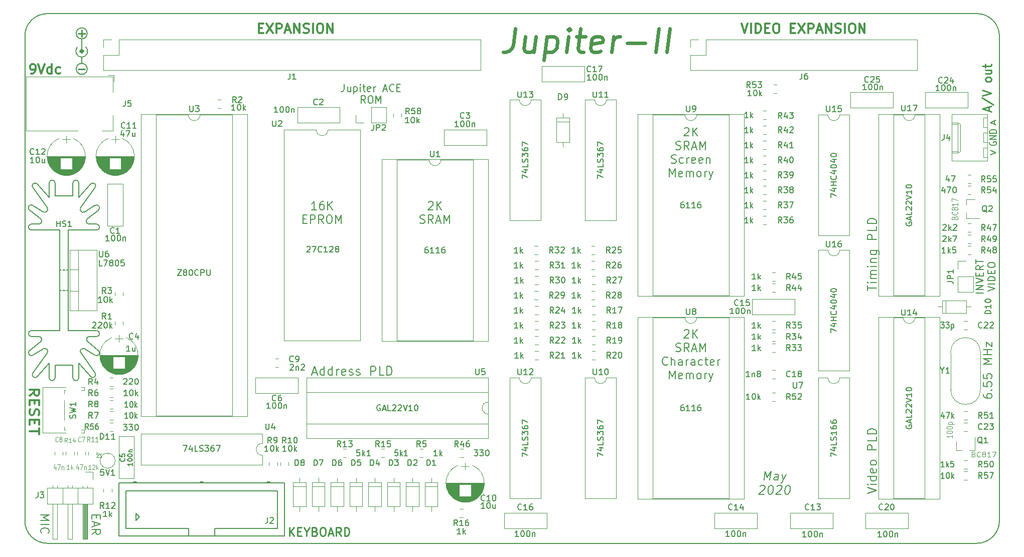
<source format=gbr>
G04 #@! TF.GenerationSoftware,KiCad,Pcbnew,(5.1.6)-1*
G04 #@! TF.CreationDate,2020-06-11T10:08:44-03:00*
G04 #@! TF.ProjectId,Jupiter-II,4a757069-7465-4722-9d49-492e6b696361,rev?*
G04 #@! TF.SameCoordinates,Original*
G04 #@! TF.FileFunction,Legend,Top*
G04 #@! TF.FilePolarity,Positive*
%FSLAX46Y46*%
G04 Gerber Fmt 4.6, Leading zero omitted, Abs format (unit mm)*
G04 Created by KiCad (PCBNEW (5.1.6)-1) date 2020-06-11 10:08:44*
%MOMM*%
%LPD*%
G01*
G04 APERTURE LIST*
%ADD10C,0.150000*%
%ADD11C,0.200000*%
%ADD12C,0.250000*%
%ADD13C,0.600000*%
%ADD14C,0.300000*%
G04 #@! TA.AperFunction,Profile*
%ADD15C,0.150000*%
G04 #@! TD*
%ADD16C,0.500000*%
%ADD17C,0.120000*%
%ADD18C,0.152400*%
%ADD19C,0.100000*%
G04 APERTURE END LIST*
D10*
X138332142Y-57041857D02*
X138332142Y-57899000D01*
X138275000Y-58070428D01*
X138160714Y-58184714D01*
X137989285Y-58241857D01*
X137875000Y-58241857D01*
X139417857Y-57441857D02*
X139417857Y-58241857D01*
X138903571Y-57441857D02*
X138903571Y-58070428D01*
X138960714Y-58184714D01*
X139075000Y-58241857D01*
X139246428Y-58241857D01*
X139360714Y-58184714D01*
X139417857Y-58127571D01*
X139989285Y-57441857D02*
X139989285Y-58641857D01*
X139989285Y-57499000D02*
X140103571Y-57441857D01*
X140332142Y-57441857D01*
X140446428Y-57499000D01*
X140503571Y-57556142D01*
X140560714Y-57670428D01*
X140560714Y-58013285D01*
X140503571Y-58127571D01*
X140446428Y-58184714D01*
X140332142Y-58241857D01*
X140103571Y-58241857D01*
X139989285Y-58184714D01*
X141075000Y-58241857D02*
X141075000Y-57441857D01*
X141075000Y-57041857D02*
X141017857Y-57099000D01*
X141075000Y-57156142D01*
X141132142Y-57099000D01*
X141075000Y-57041857D01*
X141075000Y-57156142D01*
X141475000Y-57441857D02*
X141932142Y-57441857D01*
X141646428Y-57041857D02*
X141646428Y-58070428D01*
X141703571Y-58184714D01*
X141817857Y-58241857D01*
X141932142Y-58241857D01*
X142789285Y-58184714D02*
X142675000Y-58241857D01*
X142446428Y-58241857D01*
X142332142Y-58184714D01*
X142275000Y-58070428D01*
X142275000Y-57613285D01*
X142332142Y-57499000D01*
X142446428Y-57441857D01*
X142675000Y-57441857D01*
X142789285Y-57499000D01*
X142846428Y-57613285D01*
X142846428Y-57727571D01*
X142275000Y-57841857D01*
X143360714Y-58241857D02*
X143360714Y-57441857D01*
X143360714Y-57670428D02*
X143417857Y-57556142D01*
X143475000Y-57499000D01*
X143589285Y-57441857D01*
X143703571Y-57441857D01*
X144960714Y-57899000D02*
X145532142Y-57899000D01*
X144846428Y-58241857D02*
X145246428Y-57041857D01*
X145646428Y-58241857D01*
X146732142Y-58127571D02*
X146675000Y-58184714D01*
X146503571Y-58241857D01*
X146389285Y-58241857D01*
X146217857Y-58184714D01*
X146103571Y-58070428D01*
X146046428Y-57956142D01*
X145989285Y-57727571D01*
X145989285Y-57556142D01*
X146046428Y-57327571D01*
X146103571Y-57213285D01*
X146217857Y-57099000D01*
X146389285Y-57041857D01*
X146503571Y-57041857D01*
X146675000Y-57099000D01*
X146732142Y-57156142D01*
X147246428Y-57613285D02*
X147646428Y-57613285D01*
X147817857Y-58241857D02*
X147246428Y-58241857D01*
X147246428Y-57041857D01*
X147817857Y-57041857D01*
X141932142Y-60191857D02*
X141532142Y-59620428D01*
X141246428Y-60191857D02*
X141246428Y-58991857D01*
X141703571Y-58991857D01*
X141817857Y-59049000D01*
X141875000Y-59106142D01*
X141932142Y-59220428D01*
X141932142Y-59391857D01*
X141875000Y-59506142D01*
X141817857Y-59563285D01*
X141703571Y-59620428D01*
X141246428Y-59620428D01*
X142675000Y-58991857D02*
X142903571Y-58991857D01*
X143017857Y-59049000D01*
X143132142Y-59163285D01*
X143189285Y-59391857D01*
X143189285Y-59791857D01*
X143132142Y-60020428D01*
X143017857Y-60134714D01*
X142903571Y-60191857D01*
X142675000Y-60191857D01*
X142560714Y-60134714D01*
X142446428Y-60020428D01*
X142389285Y-59791857D01*
X142389285Y-59391857D01*
X142446428Y-59163285D01*
X142560714Y-59049000D01*
X142675000Y-58991857D01*
X143703571Y-60191857D02*
X143703571Y-58991857D01*
X144103571Y-59849000D01*
X144503571Y-58991857D01*
X144503571Y-60191857D01*
X248070666Y-63785714D02*
X248070666Y-63214285D01*
X248356380Y-63900000D02*
X247356380Y-63500000D01*
X248356380Y-63100000D01*
X247356380Y-68980000D02*
X248356380Y-68580000D01*
X247356380Y-68180000D01*
X247304000Y-66801904D02*
X247246857Y-66897142D01*
X247246857Y-67040000D01*
X247304000Y-67182857D01*
X247418285Y-67278095D01*
X247532571Y-67325714D01*
X247761142Y-67373333D01*
X247932571Y-67373333D01*
X248161142Y-67325714D01*
X248275428Y-67278095D01*
X248389714Y-67182857D01*
X248446857Y-67040000D01*
X248446857Y-66944761D01*
X248389714Y-66801904D01*
X248332571Y-66754285D01*
X247932571Y-66754285D01*
X247932571Y-66944761D01*
X248446857Y-66325714D02*
X247246857Y-66325714D01*
X248446857Y-65754285D01*
X247246857Y-65754285D01*
X248446857Y-65278095D02*
X247246857Y-65278095D01*
X247246857Y-65040000D01*
X247304000Y-64897142D01*
X247418285Y-64801904D01*
X247532571Y-64754285D01*
X247761142Y-64706666D01*
X247932571Y-64706666D01*
X248161142Y-64754285D01*
X248275428Y-64801904D01*
X248389714Y-64897142D01*
X248446857Y-65040000D01*
X248446857Y-65278095D01*
D11*
X96493000Y-129845000D02*
X96493000Y-130311666D01*
X95759666Y-130511666D02*
X95759666Y-129845000D01*
X97159666Y-129845000D01*
X97159666Y-130511666D01*
X96159666Y-131045000D02*
X96159666Y-131711666D01*
X95759666Y-130911666D02*
X97159666Y-131378333D01*
X95759666Y-131845000D01*
X95759666Y-133111666D02*
X96426333Y-132645000D01*
X95759666Y-132311666D02*
X97159666Y-132311666D01*
X97159666Y-132845000D01*
X97093000Y-132978333D01*
X97026333Y-133045000D01*
X96893000Y-133111666D01*
X96693000Y-133111666D01*
X96559666Y-133045000D01*
X96493000Y-132978333D01*
X96426333Y-132845000D01*
X96426333Y-132311666D01*
D10*
X209180116Y-123938571D02*
X209367616Y-122438571D01*
X209733687Y-123510000D01*
X210367616Y-122438571D01*
X210180116Y-123938571D01*
X211537258Y-123938571D02*
X211635473Y-123152857D01*
X211581901Y-123010000D01*
X211447973Y-122938571D01*
X211162258Y-122938571D01*
X211010473Y-123010000D01*
X211546187Y-123867142D02*
X211394401Y-123938571D01*
X211037258Y-123938571D01*
X210903330Y-123867142D01*
X210849758Y-123724285D01*
X210867616Y-123581428D01*
X210956901Y-123438571D01*
X211108687Y-123367142D01*
X211465830Y-123367142D01*
X211617616Y-123295714D01*
X212233687Y-122938571D02*
X212465830Y-123938571D01*
X212947973Y-122938571D02*
X212465830Y-123938571D01*
X212278330Y-124295714D01*
X212197973Y-124367142D01*
X212046187Y-124438571D01*
X208528330Y-124981428D02*
X208608687Y-124910000D01*
X208760473Y-124838571D01*
X209117616Y-124838571D01*
X209251544Y-124910000D01*
X209314044Y-124981428D01*
X209367616Y-125124285D01*
X209349758Y-125267142D01*
X209251544Y-125481428D01*
X208287258Y-126338571D01*
X209215830Y-126338571D01*
X210331901Y-124838571D02*
X210474758Y-124838571D01*
X210608687Y-124910000D01*
X210671187Y-124981428D01*
X210724758Y-125124285D01*
X210760473Y-125410000D01*
X210715830Y-125767142D01*
X210608687Y-126052857D01*
X210519401Y-126195714D01*
X210439044Y-126267142D01*
X210287258Y-126338571D01*
X210144401Y-126338571D01*
X210010473Y-126267142D01*
X209947973Y-126195714D01*
X209894401Y-126052857D01*
X209858687Y-125767142D01*
X209903330Y-125410000D01*
X210010473Y-125124285D01*
X210099758Y-124981428D01*
X210180116Y-124910000D01*
X210331901Y-124838571D01*
X211385473Y-124981428D02*
X211465830Y-124910000D01*
X211617616Y-124838571D01*
X211974758Y-124838571D01*
X212108687Y-124910000D01*
X212171187Y-124981428D01*
X212224758Y-125124285D01*
X212206901Y-125267142D01*
X212108687Y-125481428D01*
X211144401Y-126338571D01*
X212072973Y-126338571D01*
X213189044Y-124838571D02*
X213331901Y-124838571D01*
X213465830Y-124910000D01*
X213528330Y-124981428D01*
X213581901Y-125124285D01*
X213617616Y-125410000D01*
X213572973Y-125767142D01*
X213465830Y-126052857D01*
X213376544Y-126195714D01*
X213296187Y-126267142D01*
X213144401Y-126338571D01*
X213001544Y-126338571D01*
X212867616Y-126267142D01*
X212805116Y-126195714D01*
X212751544Y-126052857D01*
X212715830Y-125767142D01*
X212760473Y-125410000D01*
X212867616Y-125124285D01*
X212956901Y-124981428D01*
X213037258Y-124910000D01*
X213189044Y-124838571D01*
D11*
X246176857Y-92277857D02*
X244976857Y-92277857D01*
X246176857Y-91706428D02*
X244976857Y-91706428D01*
X246176857Y-91020714D01*
X244976857Y-91020714D01*
X244976857Y-90620714D02*
X246176857Y-90220714D01*
X244976857Y-89820714D01*
X245548285Y-89420714D02*
X245548285Y-89020714D01*
X246176857Y-88849285D02*
X246176857Y-89420714D01*
X244976857Y-89420714D01*
X244976857Y-88849285D01*
X246176857Y-87649285D02*
X245605428Y-88049285D01*
X246176857Y-88335000D02*
X244976857Y-88335000D01*
X244976857Y-87877857D01*
X245034000Y-87763571D01*
X245091142Y-87706428D01*
X245205428Y-87649285D01*
X245376857Y-87649285D01*
X245491142Y-87706428D01*
X245548285Y-87763571D01*
X245605428Y-87877857D01*
X245605428Y-88335000D01*
X244976857Y-87306428D02*
X244976857Y-86620714D01*
X246176857Y-86963571D02*
X244976857Y-86963571D01*
X246976857Y-91992142D02*
X248176857Y-91592142D01*
X246976857Y-91192142D01*
X248176857Y-90792142D02*
X246976857Y-90792142D01*
X248176857Y-90220714D02*
X246976857Y-90220714D01*
X246976857Y-89935000D01*
X247034000Y-89763571D01*
X247148285Y-89649285D01*
X247262571Y-89592142D01*
X247491142Y-89535000D01*
X247662571Y-89535000D01*
X247891142Y-89592142D01*
X248005428Y-89649285D01*
X248119714Y-89763571D01*
X248176857Y-89935000D01*
X248176857Y-90220714D01*
X247548285Y-89020714D02*
X247548285Y-88620714D01*
X248176857Y-88449285D02*
X248176857Y-89020714D01*
X246976857Y-89020714D01*
X246976857Y-88449285D01*
X246976857Y-87706428D02*
X246976857Y-87477857D01*
X247034000Y-87363571D01*
X247148285Y-87249285D01*
X247376857Y-87192142D01*
X247776857Y-87192142D01*
X248005428Y-87249285D01*
X248119714Y-87363571D01*
X248176857Y-87477857D01*
X248176857Y-87706428D01*
X248119714Y-87820714D01*
X248005428Y-87935000D01*
X247776857Y-87992142D01*
X247376857Y-87992142D01*
X247148285Y-87935000D01*
X247034000Y-87820714D01*
X246976857Y-87706428D01*
D12*
X247138000Y-61524666D02*
X247138000Y-60858000D01*
X247566571Y-61658000D02*
X246066571Y-61191333D01*
X247566571Y-60724666D01*
X245995142Y-59258000D02*
X247923714Y-60458000D01*
X246066571Y-58991333D02*
X247566571Y-58524666D01*
X246066571Y-58058000D01*
X247566571Y-56324666D02*
X247495142Y-56458000D01*
X247423714Y-56524666D01*
X247280857Y-56591333D01*
X246852285Y-56591333D01*
X246709428Y-56524666D01*
X246638000Y-56458000D01*
X246566571Y-56324666D01*
X246566571Y-56124666D01*
X246638000Y-55991333D01*
X246709428Y-55924666D01*
X246852285Y-55858000D01*
X247280857Y-55858000D01*
X247423714Y-55924666D01*
X247495142Y-55991333D01*
X247566571Y-56124666D01*
X247566571Y-56324666D01*
X246566571Y-54658000D02*
X247566571Y-54658000D01*
X246566571Y-55258000D02*
X247352285Y-55258000D01*
X247495142Y-55191333D01*
X247566571Y-55058000D01*
X247566571Y-54858000D01*
X247495142Y-54724666D01*
X247423714Y-54658000D01*
X246566571Y-54191333D02*
X246566571Y-53658000D01*
X246066571Y-53991333D02*
X247352285Y-53991333D01*
X247495142Y-53924666D01*
X247566571Y-53791333D01*
X247566571Y-53658000D01*
D13*
X167201869Y-47593523D02*
X166844726Y-50450666D01*
X166582821Y-51022095D01*
X166154250Y-51403047D01*
X165559011Y-51593523D01*
X165178059Y-51593523D01*
X170654250Y-48926857D02*
X170320916Y-51593523D01*
X168939964Y-48926857D02*
X168678059Y-51022095D01*
X168820916Y-51403047D01*
X169178059Y-51593523D01*
X169749488Y-51593523D01*
X170154250Y-51403047D01*
X170368535Y-51212571D01*
X172559011Y-48926857D02*
X172059011Y-52926857D01*
X172535202Y-49117333D02*
X172939964Y-48926857D01*
X173701869Y-48926857D01*
X174059011Y-49117333D01*
X174225678Y-49307809D01*
X174368535Y-49688761D01*
X174225678Y-50831619D01*
X173987583Y-51212571D01*
X173773297Y-51403047D01*
X173368535Y-51593523D01*
X172606630Y-51593523D01*
X172249488Y-51403047D01*
X175844726Y-51593523D02*
X176178059Y-48926857D01*
X176344726Y-47593523D02*
X176130440Y-47784000D01*
X176297107Y-47974476D01*
X176511392Y-47784000D01*
X176344726Y-47593523D01*
X176297107Y-47974476D01*
X177511392Y-48926857D02*
X179035202Y-48926857D01*
X178249488Y-47593523D02*
X177820916Y-51022095D01*
X177963773Y-51403047D01*
X178320916Y-51593523D01*
X178701869Y-51593523D01*
X181582821Y-51403047D02*
X181178059Y-51593523D01*
X180416154Y-51593523D01*
X180059011Y-51403047D01*
X179916154Y-51022095D01*
X180106630Y-49498285D01*
X180344726Y-49117333D01*
X180749488Y-48926857D01*
X181511392Y-48926857D01*
X181868535Y-49117333D01*
X182011392Y-49498285D01*
X181963773Y-49879238D01*
X180011392Y-50260190D01*
X183463773Y-51593523D02*
X183797107Y-48926857D01*
X183701869Y-49688761D02*
X183939964Y-49307809D01*
X184154250Y-49117333D01*
X184559011Y-48926857D01*
X184939964Y-48926857D01*
X186130440Y-50069714D02*
X189178059Y-50069714D01*
X190892345Y-51593523D02*
X191392345Y-47593523D01*
X192797107Y-51593523D02*
X193297107Y-47593523D01*
D14*
X205385714Y-46748809D02*
X205919047Y-48348809D01*
X206452380Y-46748809D01*
X206985714Y-48348809D02*
X206985714Y-46748809D01*
X207747619Y-48348809D02*
X207747619Y-46748809D01*
X208128571Y-46748809D01*
X208357142Y-46825000D01*
X208509523Y-46977380D01*
X208585714Y-47129761D01*
X208661904Y-47434523D01*
X208661904Y-47663095D01*
X208585714Y-47967857D01*
X208509523Y-48120238D01*
X208357142Y-48272619D01*
X208128571Y-48348809D01*
X207747619Y-48348809D01*
X209347619Y-47510714D02*
X209880952Y-47510714D01*
X210109523Y-48348809D02*
X209347619Y-48348809D01*
X209347619Y-46748809D01*
X210109523Y-46748809D01*
X211100000Y-46748809D02*
X211404761Y-46748809D01*
X211557142Y-46825000D01*
X211709523Y-46977380D01*
X211785714Y-47282142D01*
X211785714Y-47815476D01*
X211709523Y-48120238D01*
X211557142Y-48272619D01*
X211404761Y-48348809D01*
X211100000Y-48348809D01*
X210947619Y-48272619D01*
X210795238Y-48120238D01*
X210719047Y-47815476D01*
X210719047Y-47282142D01*
X210795238Y-46977380D01*
X210947619Y-46825000D01*
X211100000Y-46748809D01*
X213690476Y-47510714D02*
X214223809Y-47510714D01*
X214452380Y-48348809D02*
X213690476Y-48348809D01*
X213690476Y-46748809D01*
X214452380Y-46748809D01*
X214985714Y-46748809D02*
X216052380Y-48348809D01*
X216052380Y-46748809D02*
X214985714Y-48348809D01*
X216661904Y-48348809D02*
X216661904Y-46748809D01*
X217271428Y-46748809D01*
X217423809Y-46825000D01*
X217500000Y-46901190D01*
X217576190Y-47053571D01*
X217576190Y-47282142D01*
X217500000Y-47434523D01*
X217423809Y-47510714D01*
X217271428Y-47586904D01*
X216661904Y-47586904D01*
X218185714Y-47891666D02*
X218947619Y-47891666D01*
X218033333Y-48348809D02*
X218566666Y-46748809D01*
X219100000Y-48348809D01*
X219633333Y-48348809D02*
X219633333Y-46748809D01*
X220547619Y-48348809D01*
X220547619Y-46748809D01*
X221233333Y-48272619D02*
X221461904Y-48348809D01*
X221842857Y-48348809D01*
X221995238Y-48272619D01*
X222071428Y-48196428D01*
X222147619Y-48044047D01*
X222147619Y-47891666D01*
X222071428Y-47739285D01*
X221995238Y-47663095D01*
X221842857Y-47586904D01*
X221538095Y-47510714D01*
X221385714Y-47434523D01*
X221309523Y-47358333D01*
X221233333Y-47205952D01*
X221233333Y-47053571D01*
X221309523Y-46901190D01*
X221385714Y-46825000D01*
X221538095Y-46748809D01*
X221919047Y-46748809D01*
X222147619Y-46825000D01*
X222833333Y-48348809D02*
X222833333Y-46748809D01*
X223900000Y-46748809D02*
X224204761Y-46748809D01*
X224357142Y-46825000D01*
X224509523Y-46977380D01*
X224585714Y-47282142D01*
X224585714Y-47815476D01*
X224509523Y-48120238D01*
X224357142Y-48272619D01*
X224204761Y-48348809D01*
X223900000Y-48348809D01*
X223747619Y-48272619D01*
X223595238Y-48120238D01*
X223519047Y-47815476D01*
X223519047Y-47282142D01*
X223595238Y-46977380D01*
X223747619Y-46825000D01*
X223900000Y-46748809D01*
X225271428Y-48348809D02*
X225271428Y-46748809D01*
X226185714Y-48348809D01*
X226185714Y-46748809D01*
X123927380Y-47510714D02*
X124460714Y-47510714D01*
X124689285Y-48348809D02*
X123927380Y-48348809D01*
X123927380Y-46748809D01*
X124689285Y-46748809D01*
X125222619Y-46748809D02*
X126289285Y-48348809D01*
X126289285Y-46748809D02*
X125222619Y-48348809D01*
X126898809Y-48348809D02*
X126898809Y-46748809D01*
X127508333Y-46748809D01*
X127660714Y-46825000D01*
X127736904Y-46901190D01*
X127813095Y-47053571D01*
X127813095Y-47282142D01*
X127736904Y-47434523D01*
X127660714Y-47510714D01*
X127508333Y-47586904D01*
X126898809Y-47586904D01*
X128422619Y-47891666D02*
X129184523Y-47891666D01*
X128270238Y-48348809D02*
X128803571Y-46748809D01*
X129336904Y-48348809D01*
X129870238Y-48348809D02*
X129870238Y-46748809D01*
X130784523Y-48348809D01*
X130784523Y-46748809D01*
X131470238Y-48272619D02*
X131698809Y-48348809D01*
X132079761Y-48348809D01*
X132232142Y-48272619D01*
X132308333Y-48196428D01*
X132384523Y-48044047D01*
X132384523Y-47891666D01*
X132308333Y-47739285D01*
X132232142Y-47663095D01*
X132079761Y-47586904D01*
X131775000Y-47510714D01*
X131622619Y-47434523D01*
X131546428Y-47358333D01*
X131470238Y-47205952D01*
X131470238Y-47053571D01*
X131546428Y-46901190D01*
X131622619Y-46825000D01*
X131775000Y-46748809D01*
X132155952Y-46748809D01*
X132384523Y-46825000D01*
X133070238Y-48348809D02*
X133070238Y-46748809D01*
X134136904Y-46748809D02*
X134441666Y-46748809D01*
X134594047Y-46825000D01*
X134746428Y-46977380D01*
X134822619Y-47282142D01*
X134822619Y-47815476D01*
X134746428Y-48120238D01*
X134594047Y-48272619D01*
X134441666Y-48348809D01*
X134136904Y-48348809D01*
X133984523Y-48272619D01*
X133832142Y-48120238D01*
X133755952Y-47815476D01*
X133755952Y-47282142D01*
X133832142Y-46977380D01*
X133984523Y-46825000D01*
X134136904Y-46748809D01*
X135508333Y-48348809D02*
X135508333Y-46748809D01*
X136422619Y-48348809D01*
X136422619Y-46748809D01*
D11*
X226635571Y-91903571D02*
X226635571Y-91046428D01*
X228135571Y-91475000D02*
X226635571Y-91475000D01*
X228135571Y-90546428D02*
X227135571Y-90546428D01*
X226635571Y-90546428D02*
X226707000Y-90617857D01*
X226778428Y-90546428D01*
X226707000Y-90475000D01*
X226635571Y-90546428D01*
X226778428Y-90546428D01*
X228135571Y-89832142D02*
X227135571Y-89832142D01*
X227278428Y-89832142D02*
X227207000Y-89760714D01*
X227135571Y-89617857D01*
X227135571Y-89403571D01*
X227207000Y-89260714D01*
X227349857Y-89189285D01*
X228135571Y-89189285D01*
X227349857Y-89189285D02*
X227207000Y-89117857D01*
X227135571Y-88975000D01*
X227135571Y-88760714D01*
X227207000Y-88617857D01*
X227349857Y-88546428D01*
X228135571Y-88546428D01*
X228135571Y-87832142D02*
X227135571Y-87832142D01*
X226635571Y-87832142D02*
X226707000Y-87903571D01*
X226778428Y-87832142D01*
X226707000Y-87760714D01*
X226635571Y-87832142D01*
X226778428Y-87832142D01*
X227135571Y-87117857D02*
X228135571Y-87117857D01*
X227278428Y-87117857D02*
X227207000Y-87046428D01*
X227135571Y-86903571D01*
X227135571Y-86689285D01*
X227207000Y-86546428D01*
X227349857Y-86475000D01*
X228135571Y-86475000D01*
X227135571Y-85117857D02*
X228349857Y-85117857D01*
X228492714Y-85189285D01*
X228564142Y-85260714D01*
X228635571Y-85403571D01*
X228635571Y-85617857D01*
X228564142Y-85760714D01*
X228064142Y-85117857D02*
X228135571Y-85260714D01*
X228135571Y-85546428D01*
X228064142Y-85689285D01*
X227992714Y-85760714D01*
X227849857Y-85832142D01*
X227421285Y-85832142D01*
X227278428Y-85760714D01*
X227207000Y-85689285D01*
X227135571Y-85546428D01*
X227135571Y-85260714D01*
X227207000Y-85117857D01*
X228135571Y-83260714D02*
X226635571Y-83260714D01*
X226635571Y-82689285D01*
X226707000Y-82546428D01*
X226778428Y-82475000D01*
X226921285Y-82403571D01*
X227135571Y-82403571D01*
X227278428Y-82475000D01*
X227349857Y-82546428D01*
X227421285Y-82689285D01*
X227421285Y-83260714D01*
X228135571Y-81046428D02*
X228135571Y-81760714D01*
X226635571Y-81760714D01*
X228135571Y-80546428D02*
X226635571Y-80546428D01*
X226635571Y-80189285D01*
X226707000Y-79975000D01*
X226849857Y-79832142D01*
X226992714Y-79760714D01*
X227278428Y-79689285D01*
X227492714Y-79689285D01*
X227778428Y-79760714D01*
X227921285Y-79832142D01*
X228064142Y-79975000D01*
X228135571Y-80189285D01*
X228135571Y-80546428D01*
X226635571Y-126185714D02*
X228135571Y-125685714D01*
X226635571Y-125185714D01*
X228135571Y-124685714D02*
X227135571Y-124685714D01*
X226635571Y-124685714D02*
X226707000Y-124757142D01*
X226778428Y-124685714D01*
X226707000Y-124614285D01*
X226635571Y-124685714D01*
X226778428Y-124685714D01*
X228135571Y-123328571D02*
X226635571Y-123328571D01*
X228064142Y-123328571D02*
X228135571Y-123471428D01*
X228135571Y-123757142D01*
X228064142Y-123900000D01*
X227992714Y-123971428D01*
X227849857Y-124042857D01*
X227421285Y-124042857D01*
X227278428Y-123971428D01*
X227207000Y-123900000D01*
X227135571Y-123757142D01*
X227135571Y-123471428D01*
X227207000Y-123328571D01*
X228064142Y-122042857D02*
X228135571Y-122185714D01*
X228135571Y-122471428D01*
X228064142Y-122614285D01*
X227921285Y-122685714D01*
X227349857Y-122685714D01*
X227207000Y-122614285D01*
X227135571Y-122471428D01*
X227135571Y-122185714D01*
X227207000Y-122042857D01*
X227349857Y-121971428D01*
X227492714Y-121971428D01*
X227635571Y-122685714D01*
X228135571Y-121114285D02*
X228064142Y-121257142D01*
X227992714Y-121328571D01*
X227849857Y-121400000D01*
X227421285Y-121400000D01*
X227278428Y-121328571D01*
X227207000Y-121257142D01*
X227135571Y-121114285D01*
X227135571Y-120900000D01*
X227207000Y-120757142D01*
X227278428Y-120685714D01*
X227421285Y-120614285D01*
X227849857Y-120614285D01*
X227992714Y-120685714D01*
X228064142Y-120757142D01*
X228135571Y-120900000D01*
X228135571Y-121114285D01*
X228135571Y-118828571D02*
X226635571Y-118828571D01*
X226635571Y-118257142D01*
X226707000Y-118114285D01*
X226778428Y-118042857D01*
X226921285Y-117971428D01*
X227135571Y-117971428D01*
X227278428Y-118042857D01*
X227349857Y-118114285D01*
X227421285Y-118257142D01*
X227421285Y-118828571D01*
X228135571Y-116614285D02*
X228135571Y-117328571D01*
X226635571Y-117328571D01*
X228135571Y-116114285D02*
X226635571Y-116114285D01*
X226635571Y-115757142D01*
X226707000Y-115542857D01*
X226849857Y-115400000D01*
X226992714Y-115328571D01*
X227278428Y-115257142D01*
X227492714Y-115257142D01*
X227778428Y-115328571D01*
X227921285Y-115400000D01*
X228064142Y-115542857D01*
X228135571Y-115757142D01*
X228135571Y-116114285D01*
X132985714Y-105787000D02*
X133700000Y-105787000D01*
X132842857Y-106215571D02*
X133342857Y-104715571D01*
X133842857Y-106215571D01*
X134985714Y-106215571D02*
X134985714Y-104715571D01*
X134985714Y-106144142D02*
X134842857Y-106215571D01*
X134557142Y-106215571D01*
X134414285Y-106144142D01*
X134342857Y-106072714D01*
X134271428Y-105929857D01*
X134271428Y-105501285D01*
X134342857Y-105358428D01*
X134414285Y-105287000D01*
X134557142Y-105215571D01*
X134842857Y-105215571D01*
X134985714Y-105287000D01*
X136342857Y-106215571D02*
X136342857Y-104715571D01*
X136342857Y-106144142D02*
X136200000Y-106215571D01*
X135914285Y-106215571D01*
X135771428Y-106144142D01*
X135700000Y-106072714D01*
X135628571Y-105929857D01*
X135628571Y-105501285D01*
X135700000Y-105358428D01*
X135771428Y-105287000D01*
X135914285Y-105215571D01*
X136200000Y-105215571D01*
X136342857Y-105287000D01*
X137057142Y-106215571D02*
X137057142Y-105215571D01*
X137057142Y-105501285D02*
X137128571Y-105358428D01*
X137200000Y-105287000D01*
X137342857Y-105215571D01*
X137485714Y-105215571D01*
X138557142Y-106144142D02*
X138414285Y-106215571D01*
X138128571Y-106215571D01*
X137985714Y-106144142D01*
X137914285Y-106001285D01*
X137914285Y-105429857D01*
X137985714Y-105287000D01*
X138128571Y-105215571D01*
X138414285Y-105215571D01*
X138557142Y-105287000D01*
X138628571Y-105429857D01*
X138628571Y-105572714D01*
X137914285Y-105715571D01*
X139200000Y-106144142D02*
X139342857Y-106215571D01*
X139628571Y-106215571D01*
X139771428Y-106144142D01*
X139842857Y-106001285D01*
X139842857Y-105929857D01*
X139771428Y-105787000D01*
X139628571Y-105715571D01*
X139414285Y-105715571D01*
X139271428Y-105644142D01*
X139200000Y-105501285D01*
X139200000Y-105429857D01*
X139271428Y-105287000D01*
X139414285Y-105215571D01*
X139628571Y-105215571D01*
X139771428Y-105287000D01*
X140414285Y-106144142D02*
X140557142Y-106215571D01*
X140842857Y-106215571D01*
X140985714Y-106144142D01*
X141057142Y-106001285D01*
X141057142Y-105929857D01*
X140985714Y-105787000D01*
X140842857Y-105715571D01*
X140628571Y-105715571D01*
X140485714Y-105644142D01*
X140414285Y-105501285D01*
X140414285Y-105429857D01*
X140485714Y-105287000D01*
X140628571Y-105215571D01*
X140842857Y-105215571D01*
X140985714Y-105287000D01*
X142842857Y-106215571D02*
X142842857Y-104715571D01*
X143414285Y-104715571D01*
X143557142Y-104787000D01*
X143628571Y-104858428D01*
X143700000Y-105001285D01*
X143700000Y-105215571D01*
X143628571Y-105358428D01*
X143557142Y-105429857D01*
X143414285Y-105501285D01*
X142842857Y-105501285D01*
X145057142Y-106215571D02*
X144342857Y-106215571D01*
X144342857Y-104715571D01*
X145557142Y-106215571D02*
X145557142Y-104715571D01*
X145914285Y-104715571D01*
X146128571Y-104787000D01*
X146271428Y-104929857D01*
X146342857Y-105072714D01*
X146414285Y-105358428D01*
X146414285Y-105572714D01*
X146342857Y-105858428D01*
X146271428Y-106001285D01*
X146128571Y-106144142D01*
X145914285Y-106215571D01*
X145557142Y-106215571D01*
D15*
X88265000Y-134620000D02*
G75*
G02*
X84455000Y-130810000I0J3810000D01*
G01*
X245110000Y-45085000D02*
G75*
G02*
X248920000Y-48895000I0J-3810000D01*
G01*
X248920000Y-130810000D02*
G75*
G02*
X245110000Y-134620000I-3810000J0D01*
G01*
X84455000Y-48895000D02*
G75*
G02*
X88265000Y-45085000I3810000J0D01*
G01*
D12*
X93459371Y-54437742D02*
X94602228Y-54437742D01*
X93483571Y-48443342D02*
X94626428Y-48443342D01*
X94055000Y-49014771D02*
X94055000Y-47871914D01*
D10*
X111180952Y-118070380D02*
X111847619Y-118070380D01*
X111419047Y-119070380D01*
X112657142Y-118403714D02*
X112657142Y-119070380D01*
X112419047Y-118022761D02*
X112180952Y-118737047D01*
X112800000Y-118737047D01*
X113657142Y-119070380D02*
X113180952Y-119070380D01*
X113180952Y-118070380D01*
X113942857Y-119022761D02*
X114085714Y-119070380D01*
X114323809Y-119070380D01*
X114419047Y-119022761D01*
X114466666Y-118975142D01*
X114514285Y-118879904D01*
X114514285Y-118784666D01*
X114466666Y-118689428D01*
X114419047Y-118641809D01*
X114323809Y-118594190D01*
X114133333Y-118546571D01*
X114038095Y-118498952D01*
X113990476Y-118451333D01*
X113942857Y-118356095D01*
X113942857Y-118260857D01*
X113990476Y-118165619D01*
X114038095Y-118118000D01*
X114133333Y-118070380D01*
X114371428Y-118070380D01*
X114514285Y-118118000D01*
X114847619Y-118070380D02*
X115466666Y-118070380D01*
X115133333Y-118451333D01*
X115276190Y-118451333D01*
X115371428Y-118498952D01*
X115419047Y-118546571D01*
X115466666Y-118641809D01*
X115466666Y-118879904D01*
X115419047Y-118975142D01*
X115371428Y-119022761D01*
X115276190Y-119070380D01*
X114990476Y-119070380D01*
X114895238Y-119022761D01*
X114847619Y-118975142D01*
X116323809Y-118070380D02*
X116133333Y-118070380D01*
X116038095Y-118118000D01*
X115990476Y-118165619D01*
X115895238Y-118308476D01*
X115847619Y-118498952D01*
X115847619Y-118879904D01*
X115895238Y-118975142D01*
X115942857Y-119022761D01*
X116038095Y-119070380D01*
X116228571Y-119070380D01*
X116323809Y-119022761D01*
X116371428Y-118975142D01*
X116419047Y-118879904D01*
X116419047Y-118641809D01*
X116371428Y-118546571D01*
X116323809Y-118498952D01*
X116228571Y-118451333D01*
X116038095Y-118451333D01*
X115942857Y-118498952D01*
X115895238Y-118546571D01*
X115847619Y-118641809D01*
X116752380Y-118070380D02*
X117419047Y-118070380D01*
X116990476Y-119070380D01*
X181062380Y-72969047D02*
X181062380Y-72302380D01*
X182062380Y-72730952D01*
X181395714Y-71492857D02*
X182062380Y-71492857D01*
X181014761Y-71730952D02*
X181729047Y-71969047D01*
X181729047Y-71350000D01*
X182062380Y-70492857D02*
X182062380Y-70969047D01*
X181062380Y-70969047D01*
X182014761Y-70207142D02*
X182062380Y-70064285D01*
X182062380Y-69826190D01*
X182014761Y-69730952D01*
X181967142Y-69683333D01*
X181871904Y-69635714D01*
X181776666Y-69635714D01*
X181681428Y-69683333D01*
X181633809Y-69730952D01*
X181586190Y-69826190D01*
X181538571Y-70016666D01*
X181490952Y-70111904D01*
X181443333Y-70159523D01*
X181348095Y-70207142D01*
X181252857Y-70207142D01*
X181157619Y-70159523D01*
X181110000Y-70111904D01*
X181062380Y-70016666D01*
X181062380Y-69778571D01*
X181110000Y-69635714D01*
X181062380Y-69302380D02*
X181062380Y-68683333D01*
X181443333Y-69016666D01*
X181443333Y-68873809D01*
X181490952Y-68778571D01*
X181538571Y-68730952D01*
X181633809Y-68683333D01*
X181871904Y-68683333D01*
X181967142Y-68730952D01*
X182014761Y-68778571D01*
X182062380Y-68873809D01*
X182062380Y-69159523D01*
X182014761Y-69254761D01*
X181967142Y-69302380D01*
X181062380Y-67826190D02*
X181062380Y-68016666D01*
X181110000Y-68111904D01*
X181157619Y-68159523D01*
X181300476Y-68254761D01*
X181490952Y-68302380D01*
X181871904Y-68302380D01*
X181967142Y-68254761D01*
X182014761Y-68207142D01*
X182062380Y-68111904D01*
X182062380Y-67921428D01*
X182014761Y-67826190D01*
X181967142Y-67778571D01*
X181871904Y-67730952D01*
X181633809Y-67730952D01*
X181538571Y-67778571D01*
X181490952Y-67826190D01*
X181443333Y-67921428D01*
X181443333Y-68111904D01*
X181490952Y-68207142D01*
X181538571Y-68254761D01*
X181633809Y-68302380D01*
X181062380Y-67397619D02*
X181062380Y-66730952D01*
X182062380Y-67159523D01*
X181062380Y-72969047D02*
X181062380Y-72302380D01*
X182062380Y-72730952D01*
X181395714Y-71492857D02*
X182062380Y-71492857D01*
X181014761Y-71730952D02*
X181729047Y-71969047D01*
X181729047Y-71350000D01*
X182062380Y-70492857D02*
X182062380Y-70969047D01*
X181062380Y-70969047D01*
X182014761Y-70207142D02*
X182062380Y-70064285D01*
X182062380Y-69826190D01*
X182014761Y-69730952D01*
X181967142Y-69683333D01*
X181871904Y-69635714D01*
X181776666Y-69635714D01*
X181681428Y-69683333D01*
X181633809Y-69730952D01*
X181586190Y-69826190D01*
X181538571Y-70016666D01*
X181490952Y-70111904D01*
X181443333Y-70159523D01*
X181348095Y-70207142D01*
X181252857Y-70207142D01*
X181157619Y-70159523D01*
X181110000Y-70111904D01*
X181062380Y-70016666D01*
X181062380Y-69778571D01*
X181110000Y-69635714D01*
X181062380Y-69302380D02*
X181062380Y-68683333D01*
X181443333Y-69016666D01*
X181443333Y-68873809D01*
X181490952Y-68778571D01*
X181538571Y-68730952D01*
X181633809Y-68683333D01*
X181871904Y-68683333D01*
X181967142Y-68730952D01*
X182014761Y-68778571D01*
X182062380Y-68873809D01*
X182062380Y-69159523D01*
X182014761Y-69254761D01*
X181967142Y-69302380D01*
X181062380Y-67826190D02*
X181062380Y-68016666D01*
X181110000Y-68111904D01*
X181157619Y-68159523D01*
X181300476Y-68254761D01*
X181490952Y-68302380D01*
X181871904Y-68302380D01*
X181967142Y-68254761D01*
X182014761Y-68207142D01*
X182062380Y-68111904D01*
X182062380Y-67921428D01*
X182014761Y-67826190D01*
X181967142Y-67778571D01*
X181871904Y-67730952D01*
X181633809Y-67730952D01*
X181538571Y-67778571D01*
X181490952Y-67826190D01*
X181443333Y-67921428D01*
X181443333Y-68111904D01*
X181490952Y-68207142D01*
X181538571Y-68254761D01*
X181633809Y-68302380D01*
X181062380Y-67397619D02*
X181062380Y-66730952D01*
X182062380Y-67159523D01*
X168362380Y-72969047D02*
X168362380Y-72302380D01*
X169362380Y-72730952D01*
X168695714Y-71492857D02*
X169362380Y-71492857D01*
X168314761Y-71730952D02*
X169029047Y-71969047D01*
X169029047Y-71350000D01*
X169362380Y-70492857D02*
X169362380Y-70969047D01*
X168362380Y-70969047D01*
X169314761Y-70207142D02*
X169362380Y-70064285D01*
X169362380Y-69826190D01*
X169314761Y-69730952D01*
X169267142Y-69683333D01*
X169171904Y-69635714D01*
X169076666Y-69635714D01*
X168981428Y-69683333D01*
X168933809Y-69730952D01*
X168886190Y-69826190D01*
X168838571Y-70016666D01*
X168790952Y-70111904D01*
X168743333Y-70159523D01*
X168648095Y-70207142D01*
X168552857Y-70207142D01*
X168457619Y-70159523D01*
X168410000Y-70111904D01*
X168362380Y-70016666D01*
X168362380Y-69778571D01*
X168410000Y-69635714D01*
X168362380Y-69302380D02*
X168362380Y-68683333D01*
X168743333Y-69016666D01*
X168743333Y-68873809D01*
X168790952Y-68778571D01*
X168838571Y-68730952D01*
X168933809Y-68683333D01*
X169171904Y-68683333D01*
X169267142Y-68730952D01*
X169314761Y-68778571D01*
X169362380Y-68873809D01*
X169362380Y-69159523D01*
X169314761Y-69254761D01*
X169267142Y-69302380D01*
X168362380Y-67826190D02*
X168362380Y-68016666D01*
X168410000Y-68111904D01*
X168457619Y-68159523D01*
X168600476Y-68254761D01*
X168790952Y-68302380D01*
X169171904Y-68302380D01*
X169267142Y-68254761D01*
X169314761Y-68207142D01*
X169362380Y-68111904D01*
X169362380Y-67921428D01*
X169314761Y-67826190D01*
X169267142Y-67778571D01*
X169171904Y-67730952D01*
X168933809Y-67730952D01*
X168838571Y-67778571D01*
X168790952Y-67826190D01*
X168743333Y-67921428D01*
X168743333Y-68111904D01*
X168790952Y-68207142D01*
X168838571Y-68254761D01*
X168933809Y-68302380D01*
X168362380Y-67397619D02*
X168362380Y-66730952D01*
X169362380Y-67159523D01*
X168362380Y-119959047D02*
X168362380Y-119292380D01*
X169362380Y-119720952D01*
X168695714Y-118482857D02*
X169362380Y-118482857D01*
X168314761Y-118720952D02*
X169029047Y-118959047D01*
X169029047Y-118340000D01*
X169362380Y-117482857D02*
X169362380Y-117959047D01*
X168362380Y-117959047D01*
X169314761Y-117197142D02*
X169362380Y-117054285D01*
X169362380Y-116816190D01*
X169314761Y-116720952D01*
X169267142Y-116673333D01*
X169171904Y-116625714D01*
X169076666Y-116625714D01*
X168981428Y-116673333D01*
X168933809Y-116720952D01*
X168886190Y-116816190D01*
X168838571Y-117006666D01*
X168790952Y-117101904D01*
X168743333Y-117149523D01*
X168648095Y-117197142D01*
X168552857Y-117197142D01*
X168457619Y-117149523D01*
X168410000Y-117101904D01*
X168362380Y-117006666D01*
X168362380Y-116768571D01*
X168410000Y-116625714D01*
X168362380Y-116292380D02*
X168362380Y-115673333D01*
X168743333Y-116006666D01*
X168743333Y-115863809D01*
X168790952Y-115768571D01*
X168838571Y-115720952D01*
X168933809Y-115673333D01*
X169171904Y-115673333D01*
X169267142Y-115720952D01*
X169314761Y-115768571D01*
X169362380Y-115863809D01*
X169362380Y-116149523D01*
X169314761Y-116244761D01*
X169267142Y-116292380D01*
X168362380Y-114816190D02*
X168362380Y-115006666D01*
X168410000Y-115101904D01*
X168457619Y-115149523D01*
X168600476Y-115244761D01*
X168790952Y-115292380D01*
X169171904Y-115292380D01*
X169267142Y-115244761D01*
X169314761Y-115197142D01*
X169362380Y-115101904D01*
X169362380Y-114911428D01*
X169314761Y-114816190D01*
X169267142Y-114768571D01*
X169171904Y-114720952D01*
X168933809Y-114720952D01*
X168838571Y-114768571D01*
X168790952Y-114816190D01*
X168743333Y-114911428D01*
X168743333Y-115101904D01*
X168790952Y-115197142D01*
X168838571Y-115244761D01*
X168933809Y-115292380D01*
X168362380Y-114387619D02*
X168362380Y-113720952D01*
X169362380Y-114149523D01*
X181062380Y-119959047D02*
X181062380Y-119292380D01*
X182062380Y-119720952D01*
X181395714Y-118482857D02*
X182062380Y-118482857D01*
X181014761Y-118720952D02*
X181729047Y-118959047D01*
X181729047Y-118340000D01*
X182062380Y-117482857D02*
X182062380Y-117959047D01*
X181062380Y-117959047D01*
X182014761Y-117197142D02*
X182062380Y-117054285D01*
X182062380Y-116816190D01*
X182014761Y-116720952D01*
X181967142Y-116673333D01*
X181871904Y-116625714D01*
X181776666Y-116625714D01*
X181681428Y-116673333D01*
X181633809Y-116720952D01*
X181586190Y-116816190D01*
X181538571Y-117006666D01*
X181490952Y-117101904D01*
X181443333Y-117149523D01*
X181348095Y-117197142D01*
X181252857Y-117197142D01*
X181157619Y-117149523D01*
X181110000Y-117101904D01*
X181062380Y-117006666D01*
X181062380Y-116768571D01*
X181110000Y-116625714D01*
X181062380Y-116292380D02*
X181062380Y-115673333D01*
X181443333Y-116006666D01*
X181443333Y-115863809D01*
X181490952Y-115768571D01*
X181538571Y-115720952D01*
X181633809Y-115673333D01*
X181871904Y-115673333D01*
X181967142Y-115720952D01*
X182014761Y-115768571D01*
X182062380Y-115863809D01*
X182062380Y-116149523D01*
X182014761Y-116244761D01*
X181967142Y-116292380D01*
X181062380Y-114816190D02*
X181062380Y-115006666D01*
X181110000Y-115101904D01*
X181157619Y-115149523D01*
X181300476Y-115244761D01*
X181490952Y-115292380D01*
X181871904Y-115292380D01*
X181967142Y-115244761D01*
X182014761Y-115197142D01*
X182062380Y-115101904D01*
X182062380Y-114911428D01*
X182014761Y-114816190D01*
X181967142Y-114768571D01*
X181871904Y-114720952D01*
X181633809Y-114720952D01*
X181538571Y-114768571D01*
X181490952Y-114816190D01*
X181443333Y-114911428D01*
X181443333Y-115101904D01*
X181490952Y-115197142D01*
X181538571Y-115244761D01*
X181633809Y-115292380D01*
X181062380Y-114387619D02*
X181062380Y-113720952D01*
X182062380Y-114149523D01*
X220432380Y-119959047D02*
X220432380Y-119292380D01*
X221432380Y-119720952D01*
X220765714Y-118482857D02*
X221432380Y-118482857D01*
X220384761Y-118720952D02*
X221099047Y-118959047D01*
X221099047Y-118340000D01*
X221432380Y-117482857D02*
X221432380Y-117959047D01*
X220432380Y-117959047D01*
X221384761Y-117197142D02*
X221432380Y-117054285D01*
X221432380Y-116816190D01*
X221384761Y-116720952D01*
X221337142Y-116673333D01*
X221241904Y-116625714D01*
X221146666Y-116625714D01*
X221051428Y-116673333D01*
X221003809Y-116720952D01*
X220956190Y-116816190D01*
X220908571Y-117006666D01*
X220860952Y-117101904D01*
X220813333Y-117149523D01*
X220718095Y-117197142D01*
X220622857Y-117197142D01*
X220527619Y-117149523D01*
X220480000Y-117101904D01*
X220432380Y-117006666D01*
X220432380Y-116768571D01*
X220480000Y-116625714D01*
X221432380Y-115673333D02*
X221432380Y-116244761D01*
X221432380Y-115959047D02*
X220432380Y-115959047D01*
X220575238Y-116054285D01*
X220670476Y-116149523D01*
X220718095Y-116244761D01*
X220432380Y-114816190D02*
X220432380Y-115006666D01*
X220480000Y-115101904D01*
X220527619Y-115149523D01*
X220670476Y-115244761D01*
X220860952Y-115292380D01*
X221241904Y-115292380D01*
X221337142Y-115244761D01*
X221384761Y-115197142D01*
X221432380Y-115101904D01*
X221432380Y-114911428D01*
X221384761Y-114816190D01*
X221337142Y-114768571D01*
X221241904Y-114720952D01*
X221003809Y-114720952D01*
X220908571Y-114768571D01*
X220860952Y-114816190D01*
X220813333Y-114911428D01*
X220813333Y-115101904D01*
X220860952Y-115197142D01*
X220908571Y-115244761D01*
X221003809Y-115292380D01*
X220432380Y-113863809D02*
X220432380Y-114054285D01*
X220480000Y-114149523D01*
X220527619Y-114197142D01*
X220670476Y-114292380D01*
X220860952Y-114340000D01*
X221241904Y-114340000D01*
X221337142Y-114292380D01*
X221384761Y-114244761D01*
X221432380Y-114149523D01*
X221432380Y-113959047D01*
X221384761Y-113863809D01*
X221337142Y-113816190D01*
X221241904Y-113768571D01*
X221003809Y-113768571D01*
X220908571Y-113816190D01*
X220860952Y-113863809D01*
X220813333Y-113959047D01*
X220813333Y-114149523D01*
X220860952Y-114244761D01*
X220908571Y-114292380D01*
X221003809Y-114340000D01*
X220432380Y-98988095D02*
X220432380Y-98321428D01*
X221432380Y-98750000D01*
X220765714Y-97511904D02*
X221432380Y-97511904D01*
X220384761Y-97750000D02*
X221099047Y-97988095D01*
X221099047Y-97369047D01*
X221432380Y-96988095D02*
X220432380Y-96988095D01*
X220908571Y-96988095D02*
X220908571Y-96416666D01*
X221432380Y-96416666D02*
X220432380Y-96416666D01*
X221337142Y-95369047D02*
X221384761Y-95416666D01*
X221432380Y-95559523D01*
X221432380Y-95654761D01*
X221384761Y-95797619D01*
X221289523Y-95892857D01*
X221194285Y-95940476D01*
X221003809Y-95988095D01*
X220860952Y-95988095D01*
X220670476Y-95940476D01*
X220575238Y-95892857D01*
X220480000Y-95797619D01*
X220432380Y-95654761D01*
X220432380Y-95559523D01*
X220480000Y-95416666D01*
X220527619Y-95369047D01*
X220765714Y-94511904D02*
X221432380Y-94511904D01*
X220384761Y-94750000D02*
X221099047Y-94988095D01*
X221099047Y-94369047D01*
X220432380Y-93797619D02*
X220432380Y-93702380D01*
X220480000Y-93607142D01*
X220527619Y-93559523D01*
X220622857Y-93511904D01*
X220813333Y-93464285D01*
X221051428Y-93464285D01*
X221241904Y-93511904D01*
X221337142Y-93559523D01*
X221384761Y-93607142D01*
X221432380Y-93702380D01*
X221432380Y-93797619D01*
X221384761Y-93892857D01*
X221337142Y-93940476D01*
X221241904Y-93988095D01*
X221051428Y-94035714D01*
X220813333Y-94035714D01*
X220622857Y-93988095D01*
X220527619Y-93940476D01*
X220480000Y-93892857D01*
X220432380Y-93797619D01*
X220765714Y-92607142D02*
X221432380Y-92607142D01*
X220384761Y-92845238D02*
X221099047Y-93083333D01*
X221099047Y-92464285D01*
X220432380Y-91892857D02*
X220432380Y-91797619D01*
X220480000Y-91702380D01*
X220527619Y-91654761D01*
X220622857Y-91607142D01*
X220813333Y-91559523D01*
X221051428Y-91559523D01*
X221241904Y-91607142D01*
X221337142Y-91654761D01*
X221384761Y-91702380D01*
X221432380Y-91797619D01*
X221432380Y-91892857D01*
X221384761Y-91988095D01*
X221337142Y-92035714D01*
X221241904Y-92083333D01*
X221051428Y-92130952D01*
X220813333Y-92130952D01*
X220622857Y-92083333D01*
X220527619Y-92035714D01*
X220480000Y-91988095D01*
X220432380Y-91892857D01*
X220432380Y-76128095D02*
X220432380Y-75461428D01*
X221432380Y-75890000D01*
X220765714Y-74651904D02*
X221432380Y-74651904D01*
X220384761Y-74890000D02*
X221099047Y-75128095D01*
X221099047Y-74509047D01*
X221432380Y-74128095D02*
X220432380Y-74128095D01*
X220908571Y-74128095D02*
X220908571Y-73556666D01*
X221432380Y-73556666D02*
X220432380Y-73556666D01*
X221337142Y-72509047D02*
X221384761Y-72556666D01*
X221432380Y-72699523D01*
X221432380Y-72794761D01*
X221384761Y-72937619D01*
X221289523Y-73032857D01*
X221194285Y-73080476D01*
X221003809Y-73128095D01*
X220860952Y-73128095D01*
X220670476Y-73080476D01*
X220575238Y-73032857D01*
X220480000Y-72937619D01*
X220432380Y-72794761D01*
X220432380Y-72699523D01*
X220480000Y-72556666D01*
X220527619Y-72509047D01*
X220765714Y-71651904D02*
X221432380Y-71651904D01*
X220384761Y-71890000D02*
X221099047Y-72128095D01*
X221099047Y-71509047D01*
X220432380Y-70937619D02*
X220432380Y-70842380D01*
X220480000Y-70747142D01*
X220527619Y-70699523D01*
X220622857Y-70651904D01*
X220813333Y-70604285D01*
X221051428Y-70604285D01*
X221241904Y-70651904D01*
X221337142Y-70699523D01*
X221384761Y-70747142D01*
X221432380Y-70842380D01*
X221432380Y-70937619D01*
X221384761Y-71032857D01*
X221337142Y-71080476D01*
X221241904Y-71128095D01*
X221051428Y-71175714D01*
X220813333Y-71175714D01*
X220622857Y-71128095D01*
X220527619Y-71080476D01*
X220480000Y-71032857D01*
X220432380Y-70937619D01*
X220765714Y-69747142D02*
X221432380Y-69747142D01*
X220384761Y-69985238D02*
X221099047Y-70223333D01*
X221099047Y-69604285D01*
X220432380Y-69032857D02*
X220432380Y-68937619D01*
X220480000Y-68842380D01*
X220527619Y-68794761D01*
X220622857Y-68747142D01*
X220813333Y-68699523D01*
X221051428Y-68699523D01*
X221241904Y-68747142D01*
X221337142Y-68794761D01*
X221384761Y-68842380D01*
X221432380Y-68937619D01*
X221432380Y-69032857D01*
X221384761Y-69128095D01*
X221337142Y-69175714D01*
X221241904Y-69223333D01*
X221051428Y-69270952D01*
X220813333Y-69270952D01*
X220622857Y-69223333D01*
X220527619Y-69175714D01*
X220480000Y-69128095D01*
X220432380Y-69032857D01*
D11*
X195750000Y-98659666D02*
X195816666Y-98593000D01*
X195950000Y-98526333D01*
X196283333Y-98526333D01*
X196416666Y-98593000D01*
X196483333Y-98659666D01*
X196550000Y-98793000D01*
X196550000Y-98926333D01*
X196483333Y-99126333D01*
X195683333Y-99926333D01*
X196550000Y-99926333D01*
X197150000Y-99926333D02*
X197150000Y-98526333D01*
X197950000Y-99926333D02*
X197350000Y-99126333D01*
X197950000Y-98526333D02*
X197150000Y-99326333D01*
X194350000Y-102159666D02*
X194550000Y-102226333D01*
X194883333Y-102226333D01*
X195016666Y-102159666D01*
X195083333Y-102093000D01*
X195150000Y-101959666D01*
X195150000Y-101826333D01*
X195083333Y-101693000D01*
X195016666Y-101626333D01*
X194883333Y-101559666D01*
X194616666Y-101493000D01*
X194483333Y-101426333D01*
X194416666Y-101359666D01*
X194350000Y-101226333D01*
X194350000Y-101093000D01*
X194416666Y-100959666D01*
X194483333Y-100893000D01*
X194616666Y-100826333D01*
X194950000Y-100826333D01*
X195150000Y-100893000D01*
X196550000Y-102226333D02*
X196083333Y-101559666D01*
X195750000Y-102226333D02*
X195750000Y-100826333D01*
X196283333Y-100826333D01*
X196416666Y-100893000D01*
X196483333Y-100959666D01*
X196550000Y-101093000D01*
X196550000Y-101293000D01*
X196483333Y-101426333D01*
X196416666Y-101493000D01*
X196283333Y-101559666D01*
X195750000Y-101559666D01*
X197083333Y-101826333D02*
X197750000Y-101826333D01*
X196950000Y-102226333D02*
X197416666Y-100826333D01*
X197883333Y-102226333D01*
X198350000Y-102226333D02*
X198350000Y-100826333D01*
X198816666Y-101826333D01*
X199283333Y-100826333D01*
X199283333Y-102226333D01*
X192916666Y-104393000D02*
X192850000Y-104459666D01*
X192650000Y-104526333D01*
X192516666Y-104526333D01*
X192316666Y-104459666D01*
X192183333Y-104326333D01*
X192116666Y-104193000D01*
X192050000Y-103926333D01*
X192050000Y-103726333D01*
X192116666Y-103459666D01*
X192183333Y-103326333D01*
X192316666Y-103193000D01*
X192516666Y-103126333D01*
X192650000Y-103126333D01*
X192850000Y-103193000D01*
X192916666Y-103259666D01*
X193516666Y-104526333D02*
X193516666Y-103126333D01*
X194116666Y-104526333D02*
X194116666Y-103793000D01*
X194050000Y-103659666D01*
X193916666Y-103593000D01*
X193716666Y-103593000D01*
X193583333Y-103659666D01*
X193516666Y-103726333D01*
X195383333Y-104526333D02*
X195383333Y-103793000D01*
X195316666Y-103659666D01*
X195183333Y-103593000D01*
X194916666Y-103593000D01*
X194783333Y-103659666D01*
X195383333Y-104459666D02*
X195250000Y-104526333D01*
X194916666Y-104526333D01*
X194783333Y-104459666D01*
X194716666Y-104326333D01*
X194716666Y-104193000D01*
X194783333Y-104059666D01*
X194916666Y-103993000D01*
X195250000Y-103993000D01*
X195383333Y-103926333D01*
X196050000Y-104526333D02*
X196050000Y-103593000D01*
X196050000Y-103859666D02*
X196116666Y-103726333D01*
X196183333Y-103659666D01*
X196316666Y-103593000D01*
X196450000Y-103593000D01*
X197516666Y-104526333D02*
X197516666Y-103793000D01*
X197450000Y-103659666D01*
X197316666Y-103593000D01*
X197050000Y-103593000D01*
X196916666Y-103659666D01*
X197516666Y-104459666D02*
X197383333Y-104526333D01*
X197050000Y-104526333D01*
X196916666Y-104459666D01*
X196850000Y-104326333D01*
X196850000Y-104193000D01*
X196916666Y-104059666D01*
X197050000Y-103993000D01*
X197383333Y-103993000D01*
X197516666Y-103926333D01*
X198783333Y-104459666D02*
X198650000Y-104526333D01*
X198383333Y-104526333D01*
X198250000Y-104459666D01*
X198183333Y-104393000D01*
X198116666Y-104259666D01*
X198116666Y-103859666D01*
X198183333Y-103726333D01*
X198250000Y-103659666D01*
X198383333Y-103593000D01*
X198650000Y-103593000D01*
X198783333Y-103659666D01*
X199183333Y-103593000D02*
X199716666Y-103593000D01*
X199383333Y-103126333D02*
X199383333Y-104326333D01*
X199450000Y-104459666D01*
X199583333Y-104526333D01*
X199716666Y-104526333D01*
X200716666Y-104459666D02*
X200583333Y-104526333D01*
X200316666Y-104526333D01*
X200183333Y-104459666D01*
X200116666Y-104326333D01*
X200116666Y-103793000D01*
X200183333Y-103659666D01*
X200316666Y-103593000D01*
X200583333Y-103593000D01*
X200716666Y-103659666D01*
X200783333Y-103793000D01*
X200783333Y-103926333D01*
X200116666Y-104059666D01*
X201383333Y-104526333D02*
X201383333Y-103593000D01*
X201383333Y-103859666D02*
X201450000Y-103726333D01*
X201516666Y-103659666D01*
X201650000Y-103593000D01*
X201783333Y-103593000D01*
X193250000Y-106826333D02*
X193250000Y-105426333D01*
X193716666Y-106426333D01*
X194183333Y-105426333D01*
X194183333Y-106826333D01*
X195383333Y-106759666D02*
X195250000Y-106826333D01*
X194983333Y-106826333D01*
X194850000Y-106759666D01*
X194783333Y-106626333D01*
X194783333Y-106093000D01*
X194850000Y-105959666D01*
X194983333Y-105893000D01*
X195250000Y-105893000D01*
X195383333Y-105959666D01*
X195450000Y-106093000D01*
X195450000Y-106226333D01*
X194783333Y-106359666D01*
X196050000Y-106826333D02*
X196050000Y-105893000D01*
X196050000Y-106026333D02*
X196116666Y-105959666D01*
X196250000Y-105893000D01*
X196450000Y-105893000D01*
X196583333Y-105959666D01*
X196650000Y-106093000D01*
X196650000Y-106826333D01*
X196650000Y-106093000D02*
X196716666Y-105959666D01*
X196850000Y-105893000D01*
X197050000Y-105893000D01*
X197183333Y-105959666D01*
X197250000Y-106093000D01*
X197250000Y-106826333D01*
X198116666Y-106826333D02*
X197983333Y-106759666D01*
X197916666Y-106693000D01*
X197850000Y-106559666D01*
X197850000Y-106159666D01*
X197916666Y-106026333D01*
X197983333Y-105959666D01*
X198116666Y-105893000D01*
X198316666Y-105893000D01*
X198450000Y-105959666D01*
X198516666Y-106026333D01*
X198583333Y-106159666D01*
X198583333Y-106559666D01*
X198516666Y-106693000D01*
X198450000Y-106759666D01*
X198316666Y-106826333D01*
X198116666Y-106826333D01*
X199183333Y-106826333D02*
X199183333Y-105893000D01*
X199183333Y-106159666D02*
X199250000Y-106026333D01*
X199316666Y-105959666D01*
X199450000Y-105893000D01*
X199583333Y-105893000D01*
X199916666Y-105893000D02*
X200250000Y-106826333D01*
X200583333Y-105893000D02*
X200250000Y-106826333D01*
X200116666Y-107159666D01*
X200050000Y-107226333D01*
X199916666Y-107293000D01*
X152570000Y-76956666D02*
X152636666Y-76890000D01*
X152770000Y-76823333D01*
X153103333Y-76823333D01*
X153236666Y-76890000D01*
X153303333Y-76956666D01*
X153370000Y-77090000D01*
X153370000Y-77223333D01*
X153303333Y-77423333D01*
X152503333Y-78223333D01*
X153370000Y-78223333D01*
X153970000Y-78223333D02*
X153970000Y-76823333D01*
X154770000Y-78223333D02*
X154170000Y-77423333D01*
X154770000Y-76823333D02*
X153970000Y-77623333D01*
X151170000Y-80456666D02*
X151370000Y-80523333D01*
X151703333Y-80523333D01*
X151836666Y-80456666D01*
X151903333Y-80390000D01*
X151970000Y-80256666D01*
X151970000Y-80123333D01*
X151903333Y-79990000D01*
X151836666Y-79923333D01*
X151703333Y-79856666D01*
X151436666Y-79790000D01*
X151303333Y-79723333D01*
X151236666Y-79656666D01*
X151170000Y-79523333D01*
X151170000Y-79390000D01*
X151236666Y-79256666D01*
X151303333Y-79190000D01*
X151436666Y-79123333D01*
X151770000Y-79123333D01*
X151970000Y-79190000D01*
X153370000Y-80523333D02*
X152903333Y-79856666D01*
X152570000Y-80523333D02*
X152570000Y-79123333D01*
X153103333Y-79123333D01*
X153236666Y-79190000D01*
X153303333Y-79256666D01*
X153370000Y-79390000D01*
X153370000Y-79590000D01*
X153303333Y-79723333D01*
X153236666Y-79790000D01*
X153103333Y-79856666D01*
X152570000Y-79856666D01*
X153903333Y-80123333D02*
X154570000Y-80123333D01*
X153770000Y-80523333D02*
X154236666Y-79123333D01*
X154703333Y-80523333D01*
X155170000Y-80523333D02*
X155170000Y-79123333D01*
X155636666Y-80123333D01*
X156103333Y-79123333D01*
X156103333Y-80523333D01*
X133653333Y-78223333D02*
X132853333Y-78223333D01*
X133253333Y-78223333D02*
X133253333Y-76823333D01*
X133120000Y-77023333D01*
X132986666Y-77156666D01*
X132853333Y-77223333D01*
X134853333Y-76823333D02*
X134586666Y-76823333D01*
X134453333Y-76890000D01*
X134386666Y-76956666D01*
X134253333Y-77156666D01*
X134186666Y-77423333D01*
X134186666Y-77956666D01*
X134253333Y-78090000D01*
X134320000Y-78156666D01*
X134453333Y-78223333D01*
X134720000Y-78223333D01*
X134853333Y-78156666D01*
X134920000Y-78090000D01*
X134986666Y-77956666D01*
X134986666Y-77623333D01*
X134920000Y-77490000D01*
X134853333Y-77423333D01*
X134720000Y-77356666D01*
X134453333Y-77356666D01*
X134320000Y-77423333D01*
X134253333Y-77490000D01*
X134186666Y-77623333D01*
X135586666Y-78223333D02*
X135586666Y-76823333D01*
X136386666Y-78223333D02*
X135786666Y-77423333D01*
X136386666Y-76823333D02*
X135586666Y-77623333D01*
X131386666Y-79790000D02*
X131853333Y-79790000D01*
X132053333Y-80523333D02*
X131386666Y-80523333D01*
X131386666Y-79123333D01*
X132053333Y-79123333D01*
X132653333Y-80523333D02*
X132653333Y-79123333D01*
X133186666Y-79123333D01*
X133320000Y-79190000D01*
X133386666Y-79256666D01*
X133453333Y-79390000D01*
X133453333Y-79590000D01*
X133386666Y-79723333D01*
X133320000Y-79790000D01*
X133186666Y-79856666D01*
X132653333Y-79856666D01*
X134853333Y-80523333D02*
X134386666Y-79856666D01*
X134053333Y-80523333D02*
X134053333Y-79123333D01*
X134586666Y-79123333D01*
X134720000Y-79190000D01*
X134786666Y-79256666D01*
X134853333Y-79390000D01*
X134853333Y-79590000D01*
X134786666Y-79723333D01*
X134720000Y-79790000D01*
X134586666Y-79856666D01*
X134053333Y-79856666D01*
X135720000Y-79123333D02*
X135986666Y-79123333D01*
X136120000Y-79190000D01*
X136253333Y-79323333D01*
X136320000Y-79590000D01*
X136320000Y-80056666D01*
X136253333Y-80323333D01*
X136120000Y-80456666D01*
X135986666Y-80523333D01*
X135720000Y-80523333D01*
X135586666Y-80456666D01*
X135453333Y-80323333D01*
X135386666Y-80056666D01*
X135386666Y-79590000D01*
X135453333Y-79323333D01*
X135586666Y-79190000D01*
X135720000Y-79123333D01*
X136920000Y-80523333D02*
X136920000Y-79123333D01*
X137386666Y-80123333D01*
X137853333Y-79123333D01*
X137853333Y-80523333D01*
X195750000Y-64496666D02*
X195816666Y-64430000D01*
X195950000Y-64363333D01*
X196283333Y-64363333D01*
X196416666Y-64430000D01*
X196483333Y-64496666D01*
X196550000Y-64630000D01*
X196550000Y-64763333D01*
X196483333Y-64963333D01*
X195683333Y-65763333D01*
X196550000Y-65763333D01*
X197150000Y-65763333D02*
X197150000Y-64363333D01*
X197950000Y-65763333D02*
X197350000Y-64963333D01*
X197950000Y-64363333D02*
X197150000Y-65163333D01*
X194350000Y-67996666D02*
X194550000Y-68063333D01*
X194883333Y-68063333D01*
X195016666Y-67996666D01*
X195083333Y-67930000D01*
X195150000Y-67796666D01*
X195150000Y-67663333D01*
X195083333Y-67530000D01*
X195016666Y-67463333D01*
X194883333Y-67396666D01*
X194616666Y-67330000D01*
X194483333Y-67263333D01*
X194416666Y-67196666D01*
X194350000Y-67063333D01*
X194350000Y-66930000D01*
X194416666Y-66796666D01*
X194483333Y-66730000D01*
X194616666Y-66663333D01*
X194950000Y-66663333D01*
X195150000Y-66730000D01*
X196550000Y-68063333D02*
X196083333Y-67396666D01*
X195750000Y-68063333D02*
X195750000Y-66663333D01*
X196283333Y-66663333D01*
X196416666Y-66730000D01*
X196483333Y-66796666D01*
X196550000Y-66930000D01*
X196550000Y-67130000D01*
X196483333Y-67263333D01*
X196416666Y-67330000D01*
X196283333Y-67396666D01*
X195750000Y-67396666D01*
X197083333Y-67663333D02*
X197750000Y-67663333D01*
X196950000Y-68063333D02*
X197416666Y-66663333D01*
X197883333Y-68063333D01*
X198350000Y-68063333D02*
X198350000Y-66663333D01*
X198816666Y-67663333D01*
X199283333Y-66663333D01*
X199283333Y-68063333D01*
X193583333Y-70296666D02*
X193783333Y-70363333D01*
X194116666Y-70363333D01*
X194250000Y-70296666D01*
X194316666Y-70230000D01*
X194383333Y-70096666D01*
X194383333Y-69963333D01*
X194316666Y-69830000D01*
X194250000Y-69763333D01*
X194116666Y-69696666D01*
X193850000Y-69630000D01*
X193716666Y-69563333D01*
X193650000Y-69496666D01*
X193583333Y-69363333D01*
X193583333Y-69230000D01*
X193650000Y-69096666D01*
X193716666Y-69030000D01*
X193850000Y-68963333D01*
X194183333Y-68963333D01*
X194383333Y-69030000D01*
X195583333Y-70296666D02*
X195450000Y-70363333D01*
X195183333Y-70363333D01*
X195050000Y-70296666D01*
X194983333Y-70230000D01*
X194916666Y-70096666D01*
X194916666Y-69696666D01*
X194983333Y-69563333D01*
X195050000Y-69496666D01*
X195183333Y-69430000D01*
X195450000Y-69430000D01*
X195583333Y-69496666D01*
X196183333Y-70363333D02*
X196183333Y-69430000D01*
X196183333Y-69696666D02*
X196250000Y-69563333D01*
X196316666Y-69496666D01*
X196450000Y-69430000D01*
X196583333Y-69430000D01*
X197583333Y-70296666D02*
X197450000Y-70363333D01*
X197183333Y-70363333D01*
X197050000Y-70296666D01*
X196983333Y-70163333D01*
X196983333Y-69630000D01*
X197050000Y-69496666D01*
X197183333Y-69430000D01*
X197450000Y-69430000D01*
X197583333Y-69496666D01*
X197650000Y-69630000D01*
X197650000Y-69763333D01*
X196983333Y-69896666D01*
X198783333Y-70296666D02*
X198650000Y-70363333D01*
X198383333Y-70363333D01*
X198250000Y-70296666D01*
X198183333Y-70163333D01*
X198183333Y-69630000D01*
X198250000Y-69496666D01*
X198383333Y-69430000D01*
X198650000Y-69430000D01*
X198783333Y-69496666D01*
X198850000Y-69630000D01*
X198850000Y-69763333D01*
X198183333Y-69896666D01*
X199450000Y-69430000D02*
X199450000Y-70363333D01*
X199450000Y-69563333D02*
X199516666Y-69496666D01*
X199650000Y-69430000D01*
X199850000Y-69430000D01*
X199983333Y-69496666D01*
X200050000Y-69630000D01*
X200050000Y-70363333D01*
X193250000Y-72663333D02*
X193250000Y-71263333D01*
X193716666Y-72263333D01*
X194183333Y-71263333D01*
X194183333Y-72663333D01*
X195383333Y-72596666D02*
X195250000Y-72663333D01*
X194983333Y-72663333D01*
X194850000Y-72596666D01*
X194783333Y-72463333D01*
X194783333Y-71930000D01*
X194850000Y-71796666D01*
X194983333Y-71730000D01*
X195250000Y-71730000D01*
X195383333Y-71796666D01*
X195450000Y-71930000D01*
X195450000Y-72063333D01*
X194783333Y-72196666D01*
X196050000Y-72663333D02*
X196050000Y-71730000D01*
X196050000Y-71863333D02*
X196116666Y-71796666D01*
X196250000Y-71730000D01*
X196450000Y-71730000D01*
X196583333Y-71796666D01*
X196650000Y-71930000D01*
X196650000Y-72663333D01*
X196650000Y-71930000D02*
X196716666Y-71796666D01*
X196850000Y-71730000D01*
X197050000Y-71730000D01*
X197183333Y-71796666D01*
X197250000Y-71930000D01*
X197250000Y-72663333D01*
X198116666Y-72663333D02*
X197983333Y-72596666D01*
X197916666Y-72530000D01*
X197850000Y-72396666D01*
X197850000Y-71996666D01*
X197916666Y-71863333D01*
X197983333Y-71796666D01*
X198116666Y-71730000D01*
X198316666Y-71730000D01*
X198450000Y-71796666D01*
X198516666Y-71863333D01*
X198583333Y-71996666D01*
X198583333Y-72396666D01*
X198516666Y-72530000D01*
X198450000Y-72596666D01*
X198316666Y-72663333D01*
X198116666Y-72663333D01*
X199183333Y-72663333D02*
X199183333Y-71730000D01*
X199183333Y-71996666D02*
X199250000Y-71863333D01*
X199316666Y-71796666D01*
X199450000Y-71730000D01*
X199583333Y-71730000D01*
X199916666Y-71730000D02*
X200250000Y-72663333D01*
X200583333Y-71730000D02*
X200250000Y-72663333D01*
X200116666Y-72996666D01*
X200050000Y-73063333D01*
X199916666Y-73130000D01*
D10*
X246248333Y-109443333D02*
X246248333Y-109710000D01*
X246315000Y-109843333D01*
X246381666Y-109910000D01*
X246581666Y-110043333D01*
X246848333Y-110110000D01*
X247381666Y-110110000D01*
X247515000Y-110043333D01*
X247581666Y-109976666D01*
X247648333Y-109843333D01*
X247648333Y-109576666D01*
X247581666Y-109443333D01*
X247515000Y-109376666D01*
X247381666Y-109310000D01*
X247048333Y-109310000D01*
X246915000Y-109376666D01*
X246848333Y-109443333D01*
X246781666Y-109576666D01*
X246781666Y-109843333D01*
X246848333Y-109976666D01*
X246915000Y-110043333D01*
X247048333Y-110110000D01*
X247515000Y-108710000D02*
X247581666Y-108643333D01*
X247648333Y-108710000D01*
X247581666Y-108776666D01*
X247515000Y-108710000D01*
X247648333Y-108710000D01*
X246248333Y-107376666D02*
X246248333Y-108043333D01*
X246915000Y-108110000D01*
X246848333Y-108043333D01*
X246781666Y-107910000D01*
X246781666Y-107576666D01*
X246848333Y-107443333D01*
X246915000Y-107376666D01*
X247048333Y-107310000D01*
X247381666Y-107310000D01*
X247515000Y-107376666D01*
X247581666Y-107443333D01*
X247648333Y-107576666D01*
X247648333Y-107910000D01*
X247581666Y-108043333D01*
X247515000Y-108110000D01*
X246248333Y-106043333D02*
X246248333Y-106710000D01*
X246915000Y-106776666D01*
X246848333Y-106710000D01*
X246781666Y-106576666D01*
X246781666Y-106243333D01*
X246848333Y-106110000D01*
X246915000Y-106043333D01*
X247048333Y-105976666D01*
X247381666Y-105976666D01*
X247515000Y-106043333D01*
X247581666Y-106110000D01*
X247648333Y-106243333D01*
X247648333Y-106576666D01*
X247581666Y-106710000D01*
X247515000Y-106776666D01*
X247648333Y-104310000D02*
X246248333Y-104310000D01*
X247248333Y-103843333D01*
X246248333Y-103376666D01*
X247648333Y-103376666D01*
X247648333Y-102710000D02*
X246248333Y-102710000D01*
X246915000Y-102710000D02*
X246915000Y-101910000D01*
X247648333Y-101910000D02*
X246248333Y-101910000D01*
X246715000Y-101376666D02*
X246715000Y-100643333D01*
X247648333Y-101376666D01*
X247648333Y-100643333D01*
D14*
X85255190Y-109653714D02*
X86017095Y-109053714D01*
X85255190Y-108625142D02*
X86855190Y-108625142D01*
X86855190Y-109310857D01*
X86779000Y-109482285D01*
X86702809Y-109568000D01*
X86550428Y-109653714D01*
X86321857Y-109653714D01*
X86169476Y-109568000D01*
X86093285Y-109482285D01*
X86017095Y-109310857D01*
X86017095Y-108625142D01*
X86093285Y-110425142D02*
X86093285Y-111025142D01*
X85255190Y-111282285D02*
X85255190Y-110425142D01*
X86855190Y-110425142D01*
X86855190Y-111282285D01*
X85331380Y-111968000D02*
X85255190Y-112225142D01*
X85255190Y-112653714D01*
X85331380Y-112825142D01*
X85407571Y-112910857D01*
X85559952Y-112996571D01*
X85712333Y-112996571D01*
X85864714Y-112910857D01*
X85940904Y-112825142D01*
X86017095Y-112653714D01*
X86093285Y-112310857D01*
X86169476Y-112139428D01*
X86245666Y-112053714D01*
X86398047Y-111968000D01*
X86550428Y-111968000D01*
X86702809Y-112053714D01*
X86779000Y-112139428D01*
X86855190Y-112310857D01*
X86855190Y-112739428D01*
X86779000Y-112996571D01*
X86093285Y-113768000D02*
X86093285Y-114368000D01*
X85255190Y-114625142D02*
X85255190Y-113768000D01*
X86855190Y-113768000D01*
X86855190Y-114625142D01*
X86855190Y-115139428D02*
X86855190Y-116168000D01*
X85255190Y-115653714D02*
X86855190Y-115653714D01*
D12*
X129078666Y-133348333D02*
X129078666Y-131948333D01*
X129878666Y-133348333D02*
X129278666Y-132548333D01*
X129878666Y-131948333D02*
X129078666Y-132748333D01*
X130478666Y-132615000D02*
X130945333Y-132615000D01*
X131145333Y-133348333D02*
X130478666Y-133348333D01*
X130478666Y-131948333D01*
X131145333Y-131948333D01*
X132012000Y-132681666D02*
X132012000Y-133348333D01*
X131545333Y-131948333D02*
X132012000Y-132681666D01*
X132478666Y-131948333D01*
X133412000Y-132615000D02*
X133612000Y-132681666D01*
X133678666Y-132748333D01*
X133745333Y-132881666D01*
X133745333Y-133081666D01*
X133678666Y-133215000D01*
X133612000Y-133281666D01*
X133478666Y-133348333D01*
X132945333Y-133348333D01*
X132945333Y-131948333D01*
X133412000Y-131948333D01*
X133545333Y-132015000D01*
X133612000Y-132081666D01*
X133678666Y-132215000D01*
X133678666Y-132348333D01*
X133612000Y-132481666D01*
X133545333Y-132548333D01*
X133412000Y-132615000D01*
X132945333Y-132615000D01*
X134612000Y-131948333D02*
X134878666Y-131948333D01*
X135012000Y-132015000D01*
X135145333Y-132148333D01*
X135212000Y-132415000D01*
X135212000Y-132881666D01*
X135145333Y-133148333D01*
X135012000Y-133281666D01*
X134878666Y-133348333D01*
X134612000Y-133348333D01*
X134478666Y-133281666D01*
X134345333Y-133148333D01*
X134278666Y-132881666D01*
X134278666Y-132415000D01*
X134345333Y-132148333D01*
X134478666Y-132015000D01*
X134612000Y-131948333D01*
X135745333Y-132948333D02*
X136412000Y-132948333D01*
X135612000Y-133348333D02*
X136078666Y-131948333D01*
X136545333Y-133348333D01*
X137812000Y-133348333D02*
X137345333Y-132681666D01*
X137012000Y-133348333D02*
X137012000Y-131948333D01*
X137545333Y-131948333D01*
X137678666Y-132015000D01*
X137745333Y-132081666D01*
X137812000Y-132215000D01*
X137812000Y-132415000D01*
X137745333Y-132548333D01*
X137678666Y-132615000D01*
X137545333Y-132681666D01*
X137012000Y-132681666D01*
X138412000Y-133348333D02*
X138412000Y-131948333D01*
X138745333Y-131948333D01*
X138945333Y-132015000D01*
X139078666Y-132148333D01*
X139145333Y-132281666D01*
X139212000Y-132548333D01*
X139212000Y-132748333D01*
X139145333Y-133015000D01*
X139078666Y-133148333D01*
X138945333Y-133281666D01*
X138745333Y-133348333D01*
X138412000Y-133348333D01*
D11*
X87123666Y-129818000D02*
X88523666Y-129818000D01*
X87523666Y-130284666D01*
X88523666Y-130751333D01*
X87123666Y-130751333D01*
X87123666Y-131418000D02*
X88523666Y-131418000D01*
X87257000Y-132884666D02*
X87190333Y-132818000D01*
X87123666Y-132618000D01*
X87123666Y-132484666D01*
X87190333Y-132284666D01*
X87323666Y-132151333D01*
X87457000Y-132084666D01*
X87723666Y-132018000D01*
X87923666Y-132018000D01*
X88190333Y-132084666D01*
X88323666Y-132151333D01*
X88457000Y-132284666D01*
X88523666Y-132484666D01*
X88523666Y-132618000D01*
X88457000Y-132818000D01*
X88390333Y-132884666D01*
D14*
X85484000Y-55206809D02*
X85788761Y-55206809D01*
X85941142Y-55130619D01*
X86017333Y-55054428D01*
X86169714Y-54825857D01*
X86245904Y-54521095D01*
X86245904Y-53911571D01*
X86169714Y-53759190D01*
X86093523Y-53683000D01*
X85941142Y-53606809D01*
X85636380Y-53606809D01*
X85484000Y-53683000D01*
X85407809Y-53759190D01*
X85331619Y-53911571D01*
X85331619Y-54292523D01*
X85407809Y-54444904D01*
X85484000Y-54521095D01*
X85636380Y-54597285D01*
X85941142Y-54597285D01*
X86093523Y-54521095D01*
X86169714Y-54444904D01*
X86245904Y-54292523D01*
X86703047Y-53606809D02*
X87236380Y-55206809D01*
X87769714Y-53606809D01*
X88988761Y-55206809D02*
X88988761Y-53606809D01*
X88988761Y-55130619D02*
X88836380Y-55206809D01*
X88531619Y-55206809D01*
X88379238Y-55130619D01*
X88303047Y-55054428D01*
X88226857Y-54902047D01*
X88226857Y-54444904D01*
X88303047Y-54292523D01*
X88379238Y-54216333D01*
X88531619Y-54140142D01*
X88836380Y-54140142D01*
X88988761Y-54216333D01*
X90436380Y-55130619D02*
X90284000Y-55206809D01*
X89979238Y-55206809D01*
X89826857Y-55130619D01*
X89750666Y-55054428D01*
X89674476Y-54902047D01*
X89674476Y-54444904D01*
X89750666Y-54292523D01*
X89826857Y-54216333D01*
X89979238Y-54140142D01*
X90284000Y-54140142D01*
X90436380Y-54216333D01*
D15*
X84455000Y-48895000D02*
X84455000Y-130810000D01*
X245110000Y-45085000D02*
X88265000Y-45085000D01*
X248920000Y-130810000D02*
X248920000Y-48895000D01*
X88265000Y-134620000D02*
X245110000Y-134620000D01*
D16*
X94230000Y-51435000D02*
G75*
G03*
X94230000Y-51435000I-175000J0D01*
G01*
D10*
X94980000Y-48435000D02*
G75*
G03*
X94980000Y-48435000I-925000J0D01*
G01*
X94980000Y-54435000D02*
G75*
G03*
X94980000Y-54435000I-925000J0D01*
G01*
X94055000Y-53435000D02*
X94055000Y-52535000D01*
X94055000Y-51435000D02*
X94055000Y-49435000D01*
X93305000Y-50760000D02*
G75*
G03*
X94730000Y-50685000I750000J-675000D01*
G01*
D17*
X211081252Y-106755000D02*
X210558748Y-106755000D01*
X211081252Y-105335000D02*
X210558748Y-105335000D01*
X89460000Y-119641252D02*
X89460000Y-119118748D01*
X90880000Y-119641252D02*
X90880000Y-119118748D01*
X93270000Y-119641252D02*
X93270000Y-119118748D01*
X94690000Y-119641252D02*
X94690000Y-119118748D01*
X242943748Y-97080000D02*
X243466252Y-97080000D01*
X242943748Y-98500000D02*
X243466252Y-98500000D01*
X126738748Y-103430000D02*
X127261252Y-103430000D01*
X126738748Y-104850000D02*
X127261252Y-104850000D01*
X243466252Y-115645000D02*
X242943748Y-115645000D01*
X243466252Y-114225000D02*
X242943748Y-114225000D01*
X98798748Y-112320000D02*
X99321252Y-112320000D01*
X98798748Y-113740000D02*
X99321252Y-113740000D01*
X242943748Y-122480000D02*
X243466252Y-122480000D01*
X242943748Y-123900000D02*
X243466252Y-123900000D01*
X98798748Y-114225000D02*
X99321252Y-114225000D01*
X98798748Y-115645000D02*
X99321252Y-115645000D01*
X243578748Y-72315000D02*
X244101252Y-72315000D01*
X243578748Y-73735000D02*
X244101252Y-73735000D01*
X244101252Y-75640000D02*
X243578748Y-75640000D01*
X244101252Y-74220000D02*
X243578748Y-74220000D01*
X92785000Y-119118748D02*
X92785000Y-119641252D01*
X91365000Y-119118748D02*
X91365000Y-119641252D01*
X101040000Y-97138748D02*
X101040000Y-97661252D01*
X99620000Y-97138748D02*
X99620000Y-97661252D01*
X211081252Y-110565000D02*
X210558748Y-110565000D01*
X211081252Y-109145000D02*
X210558748Y-109145000D01*
X210803748Y-57075000D02*
X211326252Y-57075000D01*
X210803748Y-58495000D02*
X211326252Y-58495000D01*
X157853748Y-128830000D02*
X158376252Y-128830000D01*
X157853748Y-130250000D02*
X158376252Y-130250000D01*
X145121252Y-120090000D02*
X144598748Y-120090000D01*
X145121252Y-118670000D02*
X144598748Y-118670000D01*
X98798748Y-110415000D02*
X99321252Y-110415000D01*
X98798748Y-111835000D02*
X99321252Y-111835000D01*
X98798748Y-108510000D02*
X99321252Y-108510000D01*
X98798748Y-109930000D02*
X99321252Y-109930000D01*
X127560000Y-121466252D02*
X127560000Y-120943748D01*
X128980000Y-121466252D02*
X128980000Y-120943748D01*
X125655000Y-121466252D02*
X125655000Y-120943748D01*
X127075000Y-121466252D02*
X127075000Y-120943748D01*
X210558748Y-97080000D02*
X211081252Y-97080000D01*
X210558748Y-98500000D02*
X211081252Y-98500000D01*
X101040000Y-92203748D02*
X101040000Y-92726252D01*
X99620000Y-92203748D02*
X99620000Y-92726252D01*
X180158748Y-94540000D02*
X180681252Y-94540000D01*
X180158748Y-95960000D02*
X180681252Y-95960000D01*
X180158748Y-97080000D02*
X180681252Y-97080000D01*
X180158748Y-98500000D02*
X180681252Y-98500000D01*
X180158748Y-99620000D02*
X180681252Y-99620000D01*
X180158748Y-101040000D02*
X180681252Y-101040000D01*
X170553748Y-99620000D02*
X171076252Y-99620000D01*
X170553748Y-101040000D02*
X171076252Y-101040000D01*
X170553748Y-94540000D02*
X171076252Y-94540000D01*
X170553748Y-95960000D02*
X171076252Y-95960000D01*
X180158748Y-102160000D02*
X180681252Y-102160000D01*
X180158748Y-103580000D02*
X180681252Y-103580000D01*
X170553748Y-102160000D02*
X171076252Y-102160000D01*
X170553748Y-103580000D02*
X171076252Y-103580000D01*
X170553748Y-97080000D02*
X171076252Y-97080000D01*
X170553748Y-98500000D02*
X171076252Y-98500000D01*
X158456252Y-120090000D02*
X157933748Y-120090000D01*
X158456252Y-118670000D02*
X157933748Y-118670000D01*
X243466252Y-121995000D02*
X242943748Y-121995000D01*
X243466252Y-120575000D02*
X242943748Y-120575000D01*
X99321252Y-108025000D02*
X98798748Y-108025000D01*
X99321252Y-106605000D02*
X98798748Y-106605000D01*
X97715000Y-125911252D02*
X97715000Y-125388748D01*
X99135000Y-125911252D02*
X99135000Y-125388748D01*
X138168748Y-118670000D02*
X138691252Y-118670000D01*
X138168748Y-120090000D02*
X138691252Y-120090000D01*
X96595000Y-119118748D02*
X96595000Y-119641252D01*
X95175000Y-119118748D02*
X95175000Y-119641252D01*
X151636252Y-120090000D02*
X151113748Y-120090000D01*
X151636252Y-118670000D02*
X151113748Y-118670000D01*
X117491252Y-61035000D02*
X116968748Y-61035000D01*
X117491252Y-59615000D02*
X116968748Y-59615000D01*
X180078748Y-84380000D02*
X180601252Y-84380000D01*
X180078748Y-85800000D02*
X180601252Y-85800000D01*
X180078748Y-86920000D02*
X180601252Y-86920000D01*
X180078748Y-88340000D02*
X180601252Y-88340000D01*
X180158748Y-89460000D02*
X180681252Y-89460000D01*
X180158748Y-90880000D02*
X180681252Y-90880000D01*
X180078748Y-92000000D02*
X180601252Y-92000000D01*
X180078748Y-93420000D02*
X180601252Y-93420000D01*
X170473748Y-92000000D02*
X170996252Y-92000000D01*
X170473748Y-93420000D02*
X170996252Y-93420000D01*
X170553748Y-89460000D02*
X171076252Y-89460000D01*
X170553748Y-90880000D02*
X171076252Y-90880000D01*
X170553748Y-86920000D02*
X171076252Y-86920000D01*
X170553748Y-88340000D02*
X171076252Y-88340000D01*
X170473748Y-84380000D02*
X170996252Y-84380000D01*
X170473748Y-85800000D02*
X170996252Y-85800000D01*
X210558748Y-100890000D02*
X211081252Y-100890000D01*
X210558748Y-102310000D02*
X211081252Y-102310000D01*
X210558748Y-98985000D02*
X211081252Y-98985000D01*
X210558748Y-100405000D02*
X211081252Y-100405000D01*
X209043748Y-79300000D02*
X209566252Y-79300000D01*
X209043748Y-80720000D02*
X209566252Y-80720000D01*
X209043748Y-76760000D02*
X209566252Y-76760000D01*
X209043748Y-78180000D02*
X209566252Y-78180000D01*
X209043748Y-74220000D02*
X209566252Y-74220000D01*
X209043748Y-75640000D02*
X209566252Y-75640000D01*
X209043748Y-71680000D02*
X209566252Y-71680000D01*
X209043748Y-73100000D02*
X209566252Y-73100000D01*
X209043748Y-69140000D02*
X209566252Y-69140000D01*
X209043748Y-70560000D02*
X209566252Y-70560000D01*
X209043748Y-66600000D02*
X209566252Y-66600000D01*
X209043748Y-68020000D02*
X209566252Y-68020000D01*
X209043748Y-64060000D02*
X209566252Y-64060000D01*
X209043748Y-65480000D02*
X209566252Y-65480000D01*
X209043748Y-61520000D02*
X209566252Y-61520000D01*
X209043748Y-62940000D02*
X209566252Y-62940000D01*
X210558748Y-90730000D02*
X211081252Y-90730000D01*
X210558748Y-92150000D02*
X211081252Y-92150000D01*
X210558748Y-88825000D02*
X211081252Y-88825000D01*
X210558748Y-90245000D02*
X211081252Y-90245000D01*
X244101252Y-81990000D02*
X243578748Y-81990000D01*
X244101252Y-80570000D02*
X243578748Y-80570000D01*
X244101252Y-85800000D02*
X243578748Y-85800000D01*
X244101252Y-84380000D02*
X243578748Y-84380000D01*
X244101252Y-83895000D02*
X243578748Y-83895000D01*
X244101252Y-82475000D02*
X243578748Y-82475000D01*
X242943748Y-112320000D02*
X243466252Y-112320000D01*
X242943748Y-113740000D02*
X243466252Y-113740000D01*
X133620000Y-64710000D02*
X128160000Y-64710000D01*
X128160000Y-64710000D02*
X128160000Y-100390000D01*
X128160000Y-100390000D02*
X141080000Y-100390000D01*
X141080000Y-100390000D02*
X141080000Y-64710000D01*
X141080000Y-64710000D02*
X135620000Y-64710000D01*
X135620000Y-64710000D02*
G75*
G02*
X133620000Y-64710000I-1000000J0D01*
G01*
X146610000Y-62491252D02*
X146610000Y-61968748D01*
X148030000Y-62491252D02*
X148030000Y-61968748D01*
X145475000Y-63560000D02*
X145475000Y-60900000D01*
X142875000Y-63560000D02*
X145475000Y-63560000D01*
X142875000Y-60900000D02*
X145475000Y-60900000D01*
X142875000Y-63560000D02*
X142875000Y-60900000D01*
X141605000Y-63560000D02*
X140275000Y-63560000D01*
X140275000Y-63560000D02*
X140275000Y-62230000D01*
X99325000Y-55725000D02*
X99325000Y-58325000D01*
X84625000Y-55725000D02*
X99325000Y-55725000D01*
X99325000Y-64925000D02*
X97425000Y-64925000D01*
X99325000Y-62225000D02*
X99325000Y-64925000D01*
X84625000Y-64925000D02*
X84625000Y-55725000D01*
X93425000Y-64925000D02*
X84625000Y-64925000D01*
X98475000Y-55525000D02*
X99525000Y-55525000D01*
X99525000Y-56575000D02*
X99525000Y-55525000D01*
X95945000Y-125265000D02*
X88205000Y-125265000D01*
X88205000Y-125265000D02*
X88205000Y-127925000D01*
X88205000Y-127925000D02*
X95945000Y-127925000D01*
X95945000Y-127925000D02*
X95945000Y-125265000D01*
X94995000Y-127925000D02*
X94995000Y-133925000D01*
X94995000Y-133925000D02*
X94235000Y-133925000D01*
X94235000Y-133925000D02*
X94235000Y-127925000D01*
X94935000Y-127925000D02*
X94935000Y-133925000D01*
X94815000Y-127925000D02*
X94815000Y-133925000D01*
X94695000Y-127925000D02*
X94695000Y-133925000D01*
X94575000Y-127925000D02*
X94575000Y-133925000D01*
X94455000Y-127925000D02*
X94455000Y-133925000D01*
X94335000Y-127925000D02*
X94335000Y-133925000D01*
X94995000Y-124935000D02*
X94995000Y-125265000D01*
X94235000Y-124935000D02*
X94235000Y-125265000D01*
X93345000Y-125265000D02*
X93345000Y-127925000D01*
X92455000Y-127925000D02*
X92455000Y-133925000D01*
X92455000Y-133925000D02*
X91695000Y-133925000D01*
X91695000Y-133925000D02*
X91695000Y-127925000D01*
X92455000Y-124867929D02*
X92455000Y-125265000D01*
X91695000Y-124867929D02*
X91695000Y-125265000D01*
X90805000Y-125265000D02*
X90805000Y-127925000D01*
X89915000Y-127925000D02*
X89915000Y-133925000D01*
X89915000Y-133925000D02*
X89155000Y-133925000D01*
X89155000Y-133925000D02*
X89155000Y-127925000D01*
X89915000Y-124867929D02*
X89915000Y-125265000D01*
X89155000Y-124867929D02*
X89155000Y-125265000D01*
X94615000Y-122555000D02*
X95885000Y-122555000D01*
X95885000Y-122555000D02*
X95885000Y-123825000D01*
X246240000Y-69380000D02*
X246860000Y-69380000D01*
X246240000Y-67780000D02*
X246240000Y-69380000D01*
X246860000Y-67780000D02*
X246240000Y-67780000D01*
X246240000Y-66840000D02*
X246860000Y-66840000D01*
X246240000Y-65240000D02*
X246240000Y-66840000D01*
X246860000Y-65240000D02*
X246240000Y-65240000D01*
X246240000Y-64300000D02*
X246860000Y-64300000D01*
X246240000Y-62700000D02*
X246240000Y-64300000D01*
X246860000Y-62700000D02*
X246240000Y-62700000D01*
X240860000Y-68330000D02*
X241860000Y-68330000D01*
X240860000Y-63750000D02*
X241860000Y-63750000D01*
X242290000Y-68330000D02*
X241860000Y-68580000D01*
X242290000Y-63750000D02*
X242290000Y-68330000D01*
X241860000Y-63500000D02*
X242290000Y-63750000D01*
X241860000Y-68580000D02*
X240860000Y-68580000D01*
X241860000Y-63500000D02*
X241860000Y-68580000D01*
X240860000Y-63500000D02*
X241860000Y-63500000D01*
X246860000Y-69950000D02*
X246860000Y-62130000D01*
X240860000Y-69950000D02*
X246860000Y-69950000D01*
X240860000Y-62130000D02*
X240860000Y-69950000D01*
X246860000Y-62130000D02*
X240860000Y-62130000D01*
X241875000Y-92135000D02*
X244535000Y-92135000D01*
X241875000Y-89535000D02*
X241875000Y-92135000D01*
X244535000Y-89535000D02*
X244535000Y-92135000D01*
X241875000Y-89535000D02*
X244535000Y-89535000D01*
X241875000Y-88265000D02*
X241875000Y-86935000D01*
X241875000Y-86935000D02*
X243205000Y-86935000D01*
X124520000Y-121395000D02*
X124520000Y-119745000D01*
X104080000Y-121395000D02*
X124520000Y-121395000D01*
X104080000Y-116095000D02*
X104080000Y-121395000D01*
X124520000Y-116095000D02*
X104080000Y-116095000D01*
X124520000Y-117745000D02*
X124520000Y-116095000D01*
X124520000Y-119745000D02*
G75*
G02*
X124520000Y-117745000I0J1000000D01*
G01*
X98425000Y-119376371D02*
X98425000Y-119550000D01*
X97445000Y-119507000D02*
X96556000Y-119507000D01*
X97000500Y-119507000D02*
X97445000Y-120099667D01*
X97445000Y-120099667D02*
X96556000Y-120099667D01*
X96556000Y-120099667D02*
X97000500Y-119507000D01*
X99691371Y-120650000D02*
G75*
G03*
X99691371Y-120650000I-1266371J0D01*
G01*
X243350000Y-76525000D02*
X243350000Y-77455000D01*
X243350000Y-79685000D02*
X243350000Y-78755000D01*
X243350000Y-79685000D02*
X245510000Y-79685000D01*
X243350000Y-76525000D02*
X244810000Y-76525000D01*
X199390000Y-49470000D02*
X235010000Y-49470000D01*
X235010000Y-49470000D02*
X235010000Y-54670000D01*
X235010000Y-54670000D02*
X196790000Y-54670000D01*
X196790000Y-54670000D02*
X196790000Y-52070000D01*
X196790000Y-52070000D02*
X199390000Y-52070000D01*
X199390000Y-52070000D02*
X199390000Y-49470000D01*
X198120000Y-49470000D02*
X196790000Y-49470000D01*
X196790000Y-49470000D02*
X196790000Y-50740000D01*
X100330000Y-49470000D02*
X161350000Y-49470000D01*
X161350000Y-49470000D02*
X161350000Y-54670000D01*
X161350000Y-54670000D02*
X97730000Y-54670000D01*
X97730000Y-54670000D02*
X97730000Y-52070000D01*
X97730000Y-52070000D02*
X100330000Y-52070000D01*
X100330000Y-52070000D02*
X100330000Y-49470000D01*
X99060000Y-49470000D02*
X97730000Y-49470000D01*
X97730000Y-49470000D02*
X97730000Y-50740000D01*
X241625000Y-118870000D02*
X242555000Y-118870000D01*
X244785000Y-118870000D02*
X243855000Y-118870000D01*
X244785000Y-118870000D02*
X244785000Y-116710000D01*
X241625000Y-118870000D02*
X241625000Y-117410000D01*
X159400000Y-121590000D02*
X158100000Y-121590000D01*
X158750000Y-120990000D02*
X158750000Y-122190000D01*
X159218000Y-127641000D02*
X158282000Y-127641000D01*
X159426000Y-127601000D02*
X158074000Y-127601000D01*
X159584000Y-127561000D02*
X157916000Y-127561000D01*
X159716000Y-127521000D02*
X157784000Y-127521000D01*
X159831000Y-127481000D02*
X157669000Y-127481000D01*
X159934000Y-127441000D02*
X157566000Y-127441000D01*
X160028000Y-127401000D02*
X157472000Y-127401000D01*
X160114000Y-127361000D02*
X157386000Y-127361000D01*
X160195000Y-127321000D02*
X157305000Y-127321000D01*
X160270000Y-127281000D02*
X157230000Y-127281000D01*
X160341000Y-127241000D02*
X157159000Y-127241000D01*
X160408000Y-127201000D02*
X157092000Y-127201000D01*
X160471000Y-127161000D02*
X157029000Y-127161000D01*
X160531000Y-127121000D02*
X156969000Y-127121000D01*
X160589000Y-127081000D02*
X156911000Y-127081000D01*
X160644000Y-127041000D02*
X156856000Y-127041000D01*
X160696000Y-127001000D02*
X156804000Y-127001000D01*
X160747000Y-126961000D02*
X156753000Y-126961000D01*
X160795000Y-126921000D02*
X156705000Y-126921000D01*
X160842000Y-126881000D02*
X156658000Y-126881000D01*
X160887000Y-126841000D02*
X156613000Y-126841000D01*
X160930000Y-126801000D02*
X156570000Y-126801000D01*
X160972000Y-126761000D02*
X156528000Y-126761000D01*
X161012000Y-126721000D02*
X156488000Y-126721000D01*
X161051000Y-126681000D02*
X156449000Y-126681000D01*
X157770000Y-126641000D02*
X156411000Y-126641000D01*
X161089000Y-126641000D02*
X159730000Y-126641000D01*
X157770000Y-126601000D02*
X156375000Y-126601000D01*
X161125000Y-126601000D02*
X159730000Y-126601000D01*
X157770000Y-126561000D02*
X156339000Y-126561000D01*
X161161000Y-126561000D02*
X159730000Y-126561000D01*
X157770000Y-126521000D02*
X156305000Y-126521000D01*
X161195000Y-126521000D02*
X159730000Y-126521000D01*
X157770000Y-126481000D02*
X156272000Y-126481000D01*
X161228000Y-126481000D02*
X159730000Y-126481000D01*
X157770000Y-126441000D02*
X156240000Y-126441000D01*
X161260000Y-126441000D02*
X159730000Y-126441000D01*
X157770000Y-126401000D02*
X156210000Y-126401000D01*
X161290000Y-126401000D02*
X159730000Y-126401000D01*
X157770000Y-126361000D02*
X156180000Y-126361000D01*
X161320000Y-126361000D02*
X159730000Y-126361000D01*
X157770000Y-126321000D02*
X156151000Y-126321000D01*
X161349000Y-126321000D02*
X159730000Y-126321000D01*
X157770000Y-126281000D02*
X156123000Y-126281000D01*
X161377000Y-126281000D02*
X159730000Y-126281000D01*
X157770000Y-126241000D02*
X156096000Y-126241000D01*
X161404000Y-126241000D02*
X159730000Y-126241000D01*
X157770000Y-126201000D02*
X156069000Y-126201000D01*
X161431000Y-126201000D02*
X159730000Y-126201000D01*
X157770000Y-126161000D02*
X156044000Y-126161000D01*
X161456000Y-126161000D02*
X159730000Y-126161000D01*
X157770000Y-126121000D02*
X156019000Y-126121000D01*
X161481000Y-126121000D02*
X159730000Y-126121000D01*
X157770000Y-126081000D02*
X155995000Y-126081000D01*
X161505000Y-126081000D02*
X159730000Y-126081000D01*
X157770000Y-126041000D02*
X155972000Y-126041000D01*
X161528000Y-126041000D02*
X159730000Y-126041000D01*
X157770000Y-126001000D02*
X155950000Y-126001000D01*
X161550000Y-126001000D02*
X159730000Y-126001000D01*
X157770000Y-125961000D02*
X155928000Y-125961000D01*
X161572000Y-125961000D02*
X159730000Y-125961000D01*
X157770000Y-125921000D02*
X155907000Y-125921000D01*
X161593000Y-125921000D02*
X159730000Y-125921000D01*
X157770000Y-125881000D02*
X155887000Y-125881000D01*
X161613000Y-125881000D02*
X159730000Y-125881000D01*
X157770000Y-125841000D02*
X155868000Y-125841000D01*
X161632000Y-125841000D02*
X159730000Y-125841000D01*
X157770000Y-125801000D02*
X155849000Y-125801000D01*
X161651000Y-125801000D02*
X159730000Y-125801000D01*
X157770000Y-125761000D02*
X155831000Y-125761000D01*
X161669000Y-125761000D02*
X159730000Y-125761000D01*
X157770000Y-125721000D02*
X155813000Y-125721000D01*
X161687000Y-125721000D02*
X159730000Y-125721000D01*
X157770000Y-125681000D02*
X155796000Y-125681000D01*
X161704000Y-125681000D02*
X159730000Y-125681000D01*
X157770000Y-125641000D02*
X155780000Y-125641000D01*
X161720000Y-125641000D02*
X159730000Y-125641000D01*
X157770000Y-125601000D02*
X155764000Y-125601000D01*
X161736000Y-125601000D02*
X159730000Y-125601000D01*
X157770000Y-125561000D02*
X155749000Y-125561000D01*
X161751000Y-125561000D02*
X159730000Y-125561000D01*
X157770000Y-125521000D02*
X155735000Y-125521000D01*
X161765000Y-125521000D02*
X159730000Y-125521000D01*
X157770000Y-125481000D02*
X155721000Y-125481000D01*
X161779000Y-125481000D02*
X159730000Y-125481000D01*
X157770000Y-125441000D02*
X155708000Y-125441000D01*
X161792000Y-125441000D02*
X159730000Y-125441000D01*
X157770000Y-125401000D02*
X155695000Y-125401000D01*
X161805000Y-125401000D02*
X159730000Y-125401000D01*
X157770000Y-125361000D02*
X155683000Y-125361000D01*
X161817000Y-125361000D02*
X159730000Y-125361000D01*
X157770000Y-125321000D02*
X155671000Y-125321000D01*
X161829000Y-125321000D02*
X159730000Y-125321000D01*
X157770000Y-125281000D02*
X155660000Y-125281000D01*
X161840000Y-125281000D02*
X159730000Y-125281000D01*
X157770000Y-125241000D02*
X155650000Y-125241000D01*
X161850000Y-125241000D02*
X159730000Y-125241000D01*
X157770000Y-125201000D02*
X155640000Y-125201000D01*
X161860000Y-125201000D02*
X159730000Y-125201000D01*
X157770000Y-125161000D02*
X155631000Y-125161000D01*
X161869000Y-125161000D02*
X159730000Y-125161000D01*
X157770000Y-125120000D02*
X155622000Y-125120000D01*
X161878000Y-125120000D02*
X159730000Y-125120000D01*
X157770000Y-125080000D02*
X155613000Y-125080000D01*
X161887000Y-125080000D02*
X159730000Y-125080000D01*
X157770000Y-125040000D02*
X155606000Y-125040000D01*
X161894000Y-125040000D02*
X159730000Y-125040000D01*
X157770000Y-125000000D02*
X155598000Y-125000000D01*
X161902000Y-125000000D02*
X159730000Y-125000000D01*
X157770000Y-124960000D02*
X155592000Y-124960000D01*
X161908000Y-124960000D02*
X159730000Y-124960000D01*
X157770000Y-124920000D02*
X155585000Y-124920000D01*
X161915000Y-124920000D02*
X159730000Y-124920000D01*
X157770000Y-124880000D02*
X155580000Y-124880000D01*
X161920000Y-124880000D02*
X159730000Y-124880000D01*
X157770000Y-124840000D02*
X155574000Y-124840000D01*
X161926000Y-124840000D02*
X159730000Y-124840000D01*
X157770000Y-124800000D02*
X155570000Y-124800000D01*
X161930000Y-124800000D02*
X159730000Y-124800000D01*
X157770000Y-124760000D02*
X155565000Y-124760000D01*
X161935000Y-124760000D02*
X159730000Y-124760000D01*
X157770000Y-124720000D02*
X155562000Y-124720000D01*
X161938000Y-124720000D02*
X159730000Y-124720000D01*
X161942000Y-124680000D02*
X155558000Y-124680000D01*
X161944000Y-124640000D02*
X155556000Y-124640000D01*
X161947000Y-124600000D02*
X155553000Y-124600000D01*
X161948000Y-124560000D02*
X155552000Y-124560000D01*
X161950000Y-124520000D02*
X155550000Y-124520000D01*
X161950000Y-124480000D02*
X155550000Y-124480000D01*
X161950000Y-124440000D02*
X155550000Y-124440000D01*
X157570864Y-127457820D02*
G75*
G03*
X159930000Y-127457482I1179136J3017820D01*
G01*
X157570864Y-127457820D02*
G75*
G02*
X157570000Y-121422518I1179136J3017820D01*
G01*
X159929136Y-127457820D02*
G75*
G03*
X159930000Y-121422518I-1179136J3017820D01*
G01*
X195850000Y-62170000D02*
X190390000Y-62170000D01*
X190390000Y-62170000D02*
X190390000Y-92770000D01*
X190390000Y-92770000D02*
X203310000Y-92770000D01*
X203310000Y-92770000D02*
X203310000Y-62170000D01*
X203310000Y-62170000D02*
X197850000Y-62170000D01*
X187900000Y-62110000D02*
X187900000Y-92830000D01*
X187900000Y-92830000D02*
X205800000Y-92830000D01*
X205800000Y-92830000D02*
X205800000Y-62110000D01*
X205800000Y-62110000D02*
X187900000Y-62110000D01*
X197850000Y-62170000D02*
G75*
G02*
X195850000Y-62170000I-1000000J0D01*
G01*
X195850000Y-96460000D02*
X190390000Y-96460000D01*
X190390000Y-96460000D02*
X190390000Y-127060000D01*
X190390000Y-127060000D02*
X203310000Y-127060000D01*
X203310000Y-127060000D02*
X203310000Y-96460000D01*
X203310000Y-96460000D02*
X197850000Y-96460000D01*
X187900000Y-96400000D02*
X187900000Y-127120000D01*
X187900000Y-127120000D02*
X205800000Y-127120000D01*
X205800000Y-127120000D02*
X205800000Y-96400000D01*
X205800000Y-96400000D02*
X187900000Y-96400000D01*
X197850000Y-96460000D02*
G75*
G02*
X195850000Y-96460000I-1000000J0D01*
G01*
X154095000Y-124305000D02*
X151975000Y-124305000D01*
X151975000Y-124305000D02*
X151975000Y-128425000D01*
X151975000Y-128425000D02*
X154095000Y-128425000D01*
X154095000Y-128425000D02*
X154095000Y-124305000D01*
X153035000Y-123535000D02*
X153035000Y-124305000D01*
X153035000Y-129195000D02*
X153035000Y-128425000D01*
X154095000Y-124965000D02*
X151975000Y-124965000D01*
X150920000Y-124965000D02*
X148800000Y-124965000D01*
X149860000Y-129195000D02*
X149860000Y-128425000D01*
X149860000Y-123535000D02*
X149860000Y-124305000D01*
X150920000Y-128425000D02*
X150920000Y-124305000D01*
X148800000Y-128425000D02*
X150920000Y-128425000D01*
X148800000Y-124305000D02*
X148800000Y-128425000D01*
X150920000Y-124305000D02*
X148800000Y-124305000D01*
X147745000Y-124305000D02*
X145625000Y-124305000D01*
X145625000Y-124305000D02*
X145625000Y-128425000D01*
X145625000Y-128425000D02*
X147745000Y-128425000D01*
X147745000Y-128425000D02*
X147745000Y-124305000D01*
X146685000Y-123535000D02*
X146685000Y-124305000D01*
X146685000Y-129195000D02*
X146685000Y-128425000D01*
X147745000Y-124965000D02*
X145625000Y-124965000D01*
X141395000Y-124305000D02*
X139275000Y-124305000D01*
X139275000Y-124305000D02*
X139275000Y-128425000D01*
X139275000Y-128425000D02*
X141395000Y-128425000D01*
X141395000Y-128425000D02*
X141395000Y-124305000D01*
X140335000Y-123535000D02*
X140335000Y-124305000D01*
X140335000Y-129195000D02*
X140335000Y-128425000D01*
X141395000Y-124965000D02*
X139275000Y-124965000D01*
X135045000Y-124305000D02*
X132925000Y-124305000D01*
X132925000Y-124305000D02*
X132925000Y-128425000D01*
X132925000Y-128425000D02*
X135045000Y-128425000D01*
X135045000Y-128425000D02*
X135045000Y-124305000D01*
X133985000Y-123535000D02*
X133985000Y-124305000D01*
X133985000Y-129195000D02*
X133985000Y-128425000D01*
X135045000Y-124965000D02*
X132925000Y-124965000D01*
X131870000Y-124965000D02*
X129750000Y-124965000D01*
X130810000Y-129195000D02*
X130810000Y-128425000D01*
X130810000Y-123535000D02*
X130810000Y-124305000D01*
X131870000Y-128425000D02*
X131870000Y-124305000D01*
X129750000Y-128425000D02*
X131870000Y-128425000D01*
X129750000Y-124305000D02*
X129750000Y-128425000D01*
X131870000Y-124305000D02*
X129750000Y-124305000D01*
X144570000Y-124965000D02*
X142450000Y-124965000D01*
X143510000Y-129195000D02*
X143510000Y-128425000D01*
X143510000Y-123535000D02*
X143510000Y-124305000D01*
X144570000Y-128425000D02*
X144570000Y-124305000D01*
X142450000Y-128425000D02*
X144570000Y-128425000D01*
X142450000Y-124305000D02*
X142450000Y-128425000D01*
X144570000Y-124305000D02*
X142450000Y-124305000D01*
X138220000Y-124965000D02*
X136100000Y-124965000D01*
X137160000Y-129195000D02*
X137160000Y-128425000D01*
X137160000Y-123535000D02*
X137160000Y-124305000D01*
X138220000Y-128425000D02*
X138220000Y-124305000D01*
X136100000Y-128425000D02*
X138220000Y-128425000D01*
X136100000Y-124305000D02*
X136100000Y-128425000D01*
X138220000Y-124305000D02*
X136100000Y-124305000D01*
D18*
X85559000Y-98670000D02*
X90359000Y-98670000D01*
X91259000Y-91920000D02*
X90859000Y-91920000D01*
X90859000Y-88420000D02*
X91259000Y-88420000D01*
X90359000Y-81670000D02*
X85559000Y-81670000D01*
X96859000Y-78320000D02*
X95009000Y-79770000D01*
X94551821Y-78607078D02*
X96259000Y-77520000D01*
X96258999Y-74569999D02*
X93909000Y-77870001D01*
X93559000Y-76170000D02*
X95559001Y-73870001D01*
X93559000Y-73720000D02*
X93559000Y-76170000D01*
X92559000Y-75870000D02*
X92559000Y-73720000D01*
X89559000Y-75870000D02*
X92559000Y-75870000D01*
X89559000Y-73720000D02*
X89559000Y-75870000D01*
X88559000Y-76170000D02*
X88559000Y-73720000D01*
X86558999Y-73870001D02*
X88559000Y-76170000D01*
X88209000Y-77870000D02*
X85859001Y-74569999D01*
X85808999Y-77470001D02*
X87509001Y-78570000D01*
X85309001Y-78369999D02*
X87138252Y-79793712D01*
X95309000Y-80670000D02*
X96559000Y-80670000D01*
X86809000Y-80670000D02*
X85559000Y-80670000D01*
X86809000Y-99670000D02*
X85559000Y-99670000D01*
X85259000Y-102020001D02*
X87109000Y-100570000D01*
X87605931Y-101713094D02*
X85912553Y-102773552D01*
X85859001Y-105770001D02*
X88209000Y-102470000D01*
X88559000Y-104170000D02*
X86558999Y-106469999D01*
X88559000Y-106620000D02*
X88559000Y-104170000D01*
X89559000Y-104470000D02*
X89559000Y-106620000D01*
X92559000Y-104470000D02*
X89559000Y-104470000D01*
X92559000Y-106620000D02*
X92559000Y-104470000D01*
X93559000Y-104170000D02*
X93559000Y-106620000D01*
X95559001Y-106469999D02*
X93559000Y-104170000D01*
X93959001Y-102519999D02*
X96258999Y-105770001D01*
X96259001Y-102820000D02*
X94509000Y-101720000D01*
X95059000Y-100570000D02*
X96858999Y-102020000D01*
X96559000Y-99670000D02*
X95359000Y-99670000D01*
X91759000Y-98670000D02*
X96559000Y-98670000D01*
X91759000Y-81670000D02*
X96559000Y-81670000D01*
X91759000Y-81670000D02*
X91759000Y-98670000D01*
X90359000Y-98670000D02*
X90359000Y-81670000D01*
D10*
X91559000Y-91920000D02*
X91759000Y-91920000D01*
X91559000Y-88420000D02*
X91759000Y-88420000D01*
X90359000Y-88420000D02*
X90559000Y-88420000D01*
X90359000Y-91920000D02*
X90559000Y-91920000D01*
D18*
X94551821Y-78607078D02*
G75*
G02*
X93909000Y-77870001I-242821J437078D01*
G01*
X88208999Y-77870001D02*
G75*
G02*
X87509001Y-78570000I-399999J-299999D01*
G01*
X95309000Y-80670000D02*
G75*
G02*
X95009000Y-79770000I0J500000D01*
G01*
X87109000Y-79770000D02*
G75*
G02*
X86809000Y-80670000I-300000J-400000D01*
G01*
X96559000Y-80670000D02*
G75*
G02*
X96559000Y-81670000I0J-500000D01*
G01*
X85559000Y-81670000D02*
G75*
G02*
X85559000Y-80670000I0J500000D01*
G01*
X92559000Y-73720000D02*
G75*
G02*
X93559000Y-73720000I500000J0D01*
G01*
X88559000Y-73720000D02*
G75*
G02*
X89559000Y-73720000I500000J0D01*
G01*
X96259000Y-77520000D02*
G75*
G02*
X96859000Y-78320000I300000J-400000D01*
G01*
X85309001Y-78369999D02*
G75*
G02*
X85808999Y-77470001I249999J449999D01*
G01*
X85859001Y-74569999D02*
G75*
G02*
X86558999Y-73870001I349999J349999D01*
G01*
X95559001Y-73870001D02*
G75*
G02*
X96258999Y-74569999I349999J-349999D01*
G01*
X85912553Y-102773552D02*
G75*
G02*
X85259000Y-102020001I-353553J353552D01*
G01*
X96858999Y-102020000D02*
G75*
G02*
X96259001Y-102820000I-299999J-400000D01*
G01*
X85559000Y-99670000D02*
G75*
G02*
X85559000Y-98670000I0J500000D01*
G01*
X96559000Y-98670000D02*
G75*
G02*
X96559000Y-99670000I0J-500000D01*
G01*
X95059000Y-100570000D02*
G75*
G02*
X95359000Y-99670000I300000J400000D01*
G01*
X93960790Y-102518210D02*
G75*
G02*
X94509000Y-101720000I348210J348210D01*
G01*
X96258999Y-105770001D02*
G75*
G02*
X95559001Y-106469999I-349999J-349999D01*
G01*
X93559000Y-106620000D02*
G75*
G02*
X92559000Y-106620000I-500000J0D01*
G01*
X89559000Y-106620000D02*
G75*
G02*
X88559000Y-106620000I-500000J0D01*
G01*
X86558999Y-106469999D02*
G75*
G02*
X85859001Y-105770001I-349999J349999D01*
G01*
X87605931Y-101713094D02*
G75*
G02*
X88209000Y-102470000I203069J-456906D01*
G01*
X86809000Y-99670000D02*
G75*
G02*
X87109000Y-100570000I0J-500000D01*
G01*
D17*
X121980000Y-62110000D02*
X104080000Y-62110000D01*
X121980000Y-113150000D02*
X121980000Y-62110000D01*
X104080000Y-113150000D02*
X121980000Y-113150000D01*
X104080000Y-62110000D02*
X104080000Y-113150000D01*
X119490000Y-62170000D02*
X114030000Y-62170000D01*
X119490000Y-113090000D02*
X119490000Y-62170000D01*
X106570000Y-113090000D02*
X119490000Y-113090000D01*
X106570000Y-62170000D02*
X106570000Y-113090000D01*
X112030000Y-62170000D02*
X106570000Y-62170000D01*
X114030000Y-62170000D02*
G75*
G02*
X112030000Y-62170000I-1000000J0D01*
G01*
X219980000Y-62170000D02*
X218330000Y-62170000D01*
X218330000Y-62170000D02*
X218330000Y-82610000D01*
X218330000Y-82610000D02*
X223630000Y-82610000D01*
X223630000Y-82610000D02*
X223630000Y-62170000D01*
X223630000Y-62170000D02*
X221980000Y-62170000D01*
X221980000Y-62170000D02*
G75*
G02*
X219980000Y-62170000I-1000000J0D01*
G01*
D10*
X103810000Y-130175000D02*
X103210000Y-130775000D01*
X103210000Y-129575000D02*
X103810000Y-130175000D01*
X103210000Y-130775000D02*
X103210000Y-129575000D01*
X102760000Y-124335000D02*
X103260000Y-124335000D01*
X103260000Y-124235000D02*
X103260000Y-124435000D01*
X102760000Y-124235000D02*
X103260000Y-124235000D01*
X102760000Y-124435000D02*
X102760000Y-124235000D01*
X125340000Y-124335000D02*
X125840000Y-124335000D01*
X125840000Y-124235000D02*
X125840000Y-124435000D01*
X125340000Y-124235000D02*
X125840000Y-124235000D01*
X125340000Y-124435000D02*
X125340000Y-124235000D01*
X114050000Y-124335000D02*
X114550000Y-124335000D01*
X114550000Y-124235000D02*
X114550000Y-124435000D01*
X114050000Y-124235000D02*
X114550000Y-124235000D01*
X114050000Y-124435000D02*
X114050000Y-124235000D01*
X116525000Y-132075000D02*
X116525000Y-133375000D01*
X127060000Y-132075000D02*
X116525000Y-132075000D01*
X127060000Y-125735000D02*
X127060000Y-132075000D01*
X101540000Y-125735000D02*
X127060000Y-125735000D01*
X101540000Y-132075000D02*
X101540000Y-125735000D01*
X112075000Y-132075000D02*
X101540000Y-132075000D01*
X112075000Y-133375000D02*
X112075000Y-132075000D01*
X128260000Y-133375000D02*
X100340000Y-133375000D01*
X128260000Y-124435000D02*
X128260000Y-133375000D01*
X100340000Y-124435000D02*
X128260000Y-124435000D01*
X100340000Y-133375000D02*
X100340000Y-124435000D01*
D17*
X100290000Y-123615000D02*
X100290000Y-116495000D01*
X102910000Y-123615000D02*
X102910000Y-116495000D01*
X100290000Y-123615000D02*
X102910000Y-123615000D01*
X100290000Y-116495000D02*
X102910000Y-116495000D01*
X100980000Y-100000000D02*
X99680000Y-100000000D01*
X100330000Y-99400000D02*
X100330000Y-100600000D01*
X100798000Y-106051000D02*
X99862000Y-106051000D01*
X101006000Y-106011000D02*
X99654000Y-106011000D01*
X101164000Y-105971000D02*
X99496000Y-105971000D01*
X101296000Y-105931000D02*
X99364000Y-105931000D01*
X101411000Y-105891000D02*
X99249000Y-105891000D01*
X101514000Y-105851000D02*
X99146000Y-105851000D01*
X101608000Y-105811000D02*
X99052000Y-105811000D01*
X101694000Y-105771000D02*
X98966000Y-105771000D01*
X101775000Y-105731000D02*
X98885000Y-105731000D01*
X101850000Y-105691000D02*
X98810000Y-105691000D01*
X101921000Y-105651000D02*
X98739000Y-105651000D01*
X101988000Y-105611000D02*
X98672000Y-105611000D01*
X102051000Y-105571000D02*
X98609000Y-105571000D01*
X102111000Y-105531000D02*
X98549000Y-105531000D01*
X102169000Y-105491000D02*
X98491000Y-105491000D01*
X102224000Y-105451000D02*
X98436000Y-105451000D01*
X102276000Y-105411000D02*
X98384000Y-105411000D01*
X102327000Y-105371000D02*
X98333000Y-105371000D01*
X102375000Y-105331000D02*
X98285000Y-105331000D01*
X102422000Y-105291000D02*
X98238000Y-105291000D01*
X102467000Y-105251000D02*
X98193000Y-105251000D01*
X102510000Y-105211000D02*
X98150000Y-105211000D01*
X102552000Y-105171000D02*
X98108000Y-105171000D01*
X102592000Y-105131000D02*
X98068000Y-105131000D01*
X102631000Y-105091000D02*
X98029000Y-105091000D01*
X99350000Y-105051000D02*
X97991000Y-105051000D01*
X102669000Y-105051000D02*
X101310000Y-105051000D01*
X99350000Y-105011000D02*
X97955000Y-105011000D01*
X102705000Y-105011000D02*
X101310000Y-105011000D01*
X99350000Y-104971000D02*
X97919000Y-104971000D01*
X102741000Y-104971000D02*
X101310000Y-104971000D01*
X99350000Y-104931000D02*
X97885000Y-104931000D01*
X102775000Y-104931000D02*
X101310000Y-104931000D01*
X99350000Y-104891000D02*
X97852000Y-104891000D01*
X102808000Y-104891000D02*
X101310000Y-104891000D01*
X99350000Y-104851000D02*
X97820000Y-104851000D01*
X102840000Y-104851000D02*
X101310000Y-104851000D01*
X99350000Y-104811000D02*
X97790000Y-104811000D01*
X102870000Y-104811000D02*
X101310000Y-104811000D01*
X99350000Y-104771000D02*
X97760000Y-104771000D01*
X102900000Y-104771000D02*
X101310000Y-104771000D01*
X99350000Y-104731000D02*
X97731000Y-104731000D01*
X102929000Y-104731000D02*
X101310000Y-104731000D01*
X99350000Y-104691000D02*
X97703000Y-104691000D01*
X102957000Y-104691000D02*
X101310000Y-104691000D01*
X99350000Y-104651000D02*
X97676000Y-104651000D01*
X102984000Y-104651000D02*
X101310000Y-104651000D01*
X99350000Y-104611000D02*
X97649000Y-104611000D01*
X103011000Y-104611000D02*
X101310000Y-104611000D01*
X99350000Y-104571000D02*
X97624000Y-104571000D01*
X103036000Y-104571000D02*
X101310000Y-104571000D01*
X99350000Y-104531000D02*
X97599000Y-104531000D01*
X103061000Y-104531000D02*
X101310000Y-104531000D01*
X99350000Y-104491000D02*
X97575000Y-104491000D01*
X103085000Y-104491000D02*
X101310000Y-104491000D01*
X99350000Y-104451000D02*
X97552000Y-104451000D01*
X103108000Y-104451000D02*
X101310000Y-104451000D01*
X99350000Y-104411000D02*
X97530000Y-104411000D01*
X103130000Y-104411000D02*
X101310000Y-104411000D01*
X99350000Y-104371000D02*
X97508000Y-104371000D01*
X103152000Y-104371000D02*
X101310000Y-104371000D01*
X99350000Y-104331000D02*
X97487000Y-104331000D01*
X103173000Y-104331000D02*
X101310000Y-104331000D01*
X99350000Y-104291000D02*
X97467000Y-104291000D01*
X103193000Y-104291000D02*
X101310000Y-104291000D01*
X99350000Y-104251000D02*
X97448000Y-104251000D01*
X103212000Y-104251000D02*
X101310000Y-104251000D01*
X99350000Y-104211000D02*
X97429000Y-104211000D01*
X103231000Y-104211000D02*
X101310000Y-104211000D01*
X99350000Y-104171000D02*
X97411000Y-104171000D01*
X103249000Y-104171000D02*
X101310000Y-104171000D01*
X99350000Y-104131000D02*
X97393000Y-104131000D01*
X103267000Y-104131000D02*
X101310000Y-104131000D01*
X99350000Y-104091000D02*
X97376000Y-104091000D01*
X103284000Y-104091000D02*
X101310000Y-104091000D01*
X99350000Y-104051000D02*
X97360000Y-104051000D01*
X103300000Y-104051000D02*
X101310000Y-104051000D01*
X99350000Y-104011000D02*
X97344000Y-104011000D01*
X103316000Y-104011000D02*
X101310000Y-104011000D01*
X99350000Y-103971000D02*
X97329000Y-103971000D01*
X103331000Y-103971000D02*
X101310000Y-103971000D01*
X99350000Y-103931000D02*
X97315000Y-103931000D01*
X103345000Y-103931000D02*
X101310000Y-103931000D01*
X99350000Y-103891000D02*
X97301000Y-103891000D01*
X103359000Y-103891000D02*
X101310000Y-103891000D01*
X99350000Y-103851000D02*
X97288000Y-103851000D01*
X103372000Y-103851000D02*
X101310000Y-103851000D01*
X99350000Y-103811000D02*
X97275000Y-103811000D01*
X103385000Y-103811000D02*
X101310000Y-103811000D01*
X99350000Y-103771000D02*
X97263000Y-103771000D01*
X103397000Y-103771000D02*
X101310000Y-103771000D01*
X99350000Y-103731000D02*
X97251000Y-103731000D01*
X103409000Y-103731000D02*
X101310000Y-103731000D01*
X99350000Y-103691000D02*
X97240000Y-103691000D01*
X103420000Y-103691000D02*
X101310000Y-103691000D01*
X99350000Y-103651000D02*
X97230000Y-103651000D01*
X103430000Y-103651000D02*
X101310000Y-103651000D01*
X99350000Y-103611000D02*
X97220000Y-103611000D01*
X103440000Y-103611000D02*
X101310000Y-103611000D01*
X99350000Y-103571000D02*
X97211000Y-103571000D01*
X103449000Y-103571000D02*
X101310000Y-103571000D01*
X99350000Y-103530000D02*
X97202000Y-103530000D01*
X103458000Y-103530000D02*
X101310000Y-103530000D01*
X99350000Y-103490000D02*
X97193000Y-103490000D01*
X103467000Y-103490000D02*
X101310000Y-103490000D01*
X99350000Y-103450000D02*
X97186000Y-103450000D01*
X103474000Y-103450000D02*
X101310000Y-103450000D01*
X99350000Y-103410000D02*
X97178000Y-103410000D01*
X103482000Y-103410000D02*
X101310000Y-103410000D01*
X99350000Y-103370000D02*
X97172000Y-103370000D01*
X103488000Y-103370000D02*
X101310000Y-103370000D01*
X99350000Y-103330000D02*
X97165000Y-103330000D01*
X103495000Y-103330000D02*
X101310000Y-103330000D01*
X99350000Y-103290000D02*
X97160000Y-103290000D01*
X103500000Y-103290000D02*
X101310000Y-103290000D01*
X99350000Y-103250000D02*
X97154000Y-103250000D01*
X103506000Y-103250000D02*
X101310000Y-103250000D01*
X99350000Y-103210000D02*
X97150000Y-103210000D01*
X103510000Y-103210000D02*
X101310000Y-103210000D01*
X99350000Y-103170000D02*
X97145000Y-103170000D01*
X103515000Y-103170000D02*
X101310000Y-103170000D01*
X99350000Y-103130000D02*
X97142000Y-103130000D01*
X103518000Y-103130000D02*
X101310000Y-103130000D01*
X103522000Y-103090000D02*
X97138000Y-103090000D01*
X103524000Y-103050000D02*
X97136000Y-103050000D01*
X103527000Y-103010000D02*
X97133000Y-103010000D01*
X103528000Y-102970000D02*
X97132000Y-102970000D01*
X103530000Y-102930000D02*
X97130000Y-102930000D01*
X103530000Y-102890000D02*
X97130000Y-102890000D01*
X103530000Y-102850000D02*
X97130000Y-102850000D01*
X99150864Y-105867820D02*
G75*
G03*
X101510000Y-105867482I1179136J3017820D01*
G01*
X99150864Y-105867820D02*
G75*
G02*
X99150000Y-99832518I1179136J3017820D01*
G01*
X101509136Y-105867820D02*
G75*
G03*
X101510000Y-99832518I-1179136J3017820D01*
G01*
X91140000Y-115435000D02*
X91370000Y-115435000D01*
X87470000Y-115955000D02*
X87470000Y-108235000D01*
X87470000Y-108235000D02*
X91370000Y-108235000D01*
X94480000Y-115955000D02*
X94480000Y-115435000D01*
X87470000Y-115955000D02*
X91370000Y-115955000D01*
X91140000Y-108755000D02*
X91370000Y-108755000D01*
X93970000Y-115435000D02*
X94480000Y-115435000D01*
X93970000Y-115955000D02*
X94480000Y-115955000D01*
X91140000Y-109295000D02*
X91140000Y-108755000D01*
X93970000Y-108755000D02*
X94480000Y-108755000D01*
X94480000Y-108755000D02*
X94480000Y-108235000D01*
X93970000Y-108235000D02*
X94480000Y-108235000D01*
X91140000Y-115435000D02*
X91140000Y-114895000D01*
X91140000Y-113795000D02*
X91140000Y-110395000D01*
X240680000Y-108625000D02*
X240680000Y-102375000D01*
X245730000Y-108625000D02*
X245730000Y-102375000D01*
X245730000Y-108625000D02*
G75*
G02*
X240680000Y-108625000I-2525000J0D01*
G01*
X245730000Y-102375000D02*
G75*
G03*
X240680000Y-102375000I-2525000J0D01*
G01*
X219980000Y-85030000D02*
X218330000Y-85030000D01*
X218330000Y-85030000D02*
X218330000Y-105470000D01*
X218330000Y-105470000D02*
X223630000Y-105470000D01*
X223630000Y-105470000D02*
X223630000Y-85030000D01*
X223630000Y-85030000D02*
X221980000Y-85030000D01*
X221980000Y-85030000D02*
G75*
G02*
X219980000Y-85030000I-1000000J0D01*
G01*
X214340000Y-93305000D02*
X214340000Y-95925000D01*
X207220000Y-93305000D02*
X207220000Y-95925000D01*
X207220000Y-95925000D02*
X214340000Y-95925000D01*
X207220000Y-93305000D02*
X214340000Y-93305000D01*
X172510000Y-132120000D02*
X165390000Y-132120000D01*
X172510000Y-129500000D02*
X165390000Y-129500000D01*
X172510000Y-132120000D02*
X172510000Y-129500000D01*
X165390000Y-132120000D02*
X165390000Y-129500000D01*
X223630000Y-106620000D02*
X221980000Y-106620000D01*
X223630000Y-127060000D02*
X223630000Y-106620000D01*
X218330000Y-127060000D02*
X223630000Y-127060000D01*
X218330000Y-106620000D02*
X218330000Y-127060000D01*
X219980000Y-106620000D02*
X218330000Y-106620000D01*
X221980000Y-106620000D02*
G75*
G02*
X219980000Y-106620000I-1000000J0D01*
G01*
X180610000Y-106620000D02*
X178960000Y-106620000D01*
X178960000Y-106620000D02*
X178960000Y-127060000D01*
X178960000Y-127060000D02*
X184260000Y-127060000D01*
X184260000Y-127060000D02*
X184260000Y-106620000D01*
X184260000Y-106620000D02*
X182610000Y-106620000D01*
X182610000Y-106620000D02*
G75*
G02*
X180610000Y-106620000I-1000000J0D01*
G01*
X232680000Y-96460000D02*
X231030000Y-96460000D01*
X231030000Y-96460000D02*
X231030000Y-127060000D01*
X231030000Y-127060000D02*
X236330000Y-127060000D01*
X236330000Y-127060000D02*
X236330000Y-96460000D01*
X236330000Y-96460000D02*
X234680000Y-96460000D01*
X228540000Y-96400000D02*
X228540000Y-127120000D01*
X228540000Y-127120000D02*
X238820000Y-127120000D01*
X238820000Y-127120000D02*
X238820000Y-96400000D01*
X238820000Y-96400000D02*
X228540000Y-96400000D01*
X234680000Y-96460000D02*
G75*
G02*
X232680000Y-96460000I-1000000J0D01*
G01*
X167910000Y-106620000D02*
X166260000Y-106620000D01*
X166260000Y-106620000D02*
X166260000Y-127060000D01*
X166260000Y-127060000D02*
X171560000Y-127060000D01*
X171560000Y-127060000D02*
X171560000Y-106620000D01*
X171560000Y-106620000D02*
X169910000Y-106620000D01*
X169910000Y-106620000D02*
G75*
G02*
X167910000Y-106620000I-1000000J0D01*
G01*
X162680000Y-116900000D02*
X162680000Y-106620000D01*
X131960000Y-116900000D02*
X162680000Y-116900000D01*
X131960000Y-106620000D02*
X131960000Y-116900000D01*
X162680000Y-106620000D02*
X131960000Y-106620000D01*
X162620000Y-114410000D02*
X162620000Y-112760000D01*
X132020000Y-114410000D02*
X162620000Y-114410000D01*
X132020000Y-109110000D02*
X132020000Y-114410000D01*
X162620000Y-109110000D02*
X132020000Y-109110000D01*
X162620000Y-110760000D02*
X162620000Y-109110000D01*
X162620000Y-112760000D02*
G75*
G02*
X162620000Y-110760000I0J1000000D01*
G01*
X162620000Y-69730000D02*
X144720000Y-69730000D01*
X162620000Y-100450000D02*
X162620000Y-69730000D01*
X144720000Y-100450000D02*
X162620000Y-100450000D01*
X144720000Y-69730000D02*
X144720000Y-100450000D01*
X160130000Y-69790000D02*
X154670000Y-69790000D01*
X160130000Y-100390000D02*
X160130000Y-69790000D01*
X147210000Y-100390000D02*
X160130000Y-100390000D01*
X147210000Y-69790000D02*
X147210000Y-100390000D01*
X152670000Y-69790000D02*
X147210000Y-69790000D01*
X154670000Y-69790000D02*
G75*
G02*
X152670000Y-69790000I-1000000J0D01*
G01*
X98385000Y-73870000D02*
X101005000Y-73870000D01*
X98385000Y-80990000D02*
X101005000Y-80990000D01*
X101005000Y-80990000D02*
X101005000Y-73870000D01*
X98385000Y-80990000D02*
X98385000Y-73870000D01*
X130465000Y-60920000D02*
X137585000Y-60920000D01*
X130465000Y-63540000D02*
X137585000Y-63540000D01*
X130465000Y-60920000D02*
X130465000Y-63540000D01*
X137585000Y-60920000D02*
X137585000Y-63540000D01*
X162350000Y-67350000D02*
X155230000Y-67350000D01*
X162350000Y-64730000D02*
X155230000Y-64730000D01*
X162350000Y-67350000D02*
X162350000Y-64730000D01*
X155230000Y-67350000D02*
X155230000Y-64730000D01*
X130520000Y-106640000D02*
X130520000Y-109260000D01*
X123400000Y-106640000D02*
X123400000Y-109260000D01*
X123400000Y-109260000D02*
X130520000Y-109260000D01*
X123400000Y-106640000D02*
X130520000Y-106640000D01*
X100345000Y-66345000D02*
X99045000Y-66345000D01*
X99695000Y-65745000D02*
X99695000Y-66945000D01*
X100163000Y-72396000D02*
X99227000Y-72396000D01*
X100371000Y-72356000D02*
X99019000Y-72356000D01*
X100529000Y-72316000D02*
X98861000Y-72316000D01*
X100661000Y-72276000D02*
X98729000Y-72276000D01*
X100776000Y-72236000D02*
X98614000Y-72236000D01*
X100879000Y-72196000D02*
X98511000Y-72196000D01*
X100973000Y-72156000D02*
X98417000Y-72156000D01*
X101059000Y-72116000D02*
X98331000Y-72116000D01*
X101140000Y-72076000D02*
X98250000Y-72076000D01*
X101215000Y-72036000D02*
X98175000Y-72036000D01*
X101286000Y-71996000D02*
X98104000Y-71996000D01*
X101353000Y-71956000D02*
X98037000Y-71956000D01*
X101416000Y-71916000D02*
X97974000Y-71916000D01*
X101476000Y-71876000D02*
X97914000Y-71876000D01*
X101534000Y-71836000D02*
X97856000Y-71836000D01*
X101589000Y-71796000D02*
X97801000Y-71796000D01*
X101641000Y-71756000D02*
X97749000Y-71756000D01*
X101692000Y-71716000D02*
X97698000Y-71716000D01*
X101740000Y-71676000D02*
X97650000Y-71676000D01*
X101787000Y-71636000D02*
X97603000Y-71636000D01*
X101832000Y-71596000D02*
X97558000Y-71596000D01*
X101875000Y-71556000D02*
X97515000Y-71556000D01*
X101917000Y-71516000D02*
X97473000Y-71516000D01*
X101957000Y-71476000D02*
X97433000Y-71476000D01*
X101996000Y-71436000D02*
X97394000Y-71436000D01*
X98715000Y-71396000D02*
X97356000Y-71396000D01*
X102034000Y-71396000D02*
X100675000Y-71396000D01*
X98715000Y-71356000D02*
X97320000Y-71356000D01*
X102070000Y-71356000D02*
X100675000Y-71356000D01*
X98715000Y-71316000D02*
X97284000Y-71316000D01*
X102106000Y-71316000D02*
X100675000Y-71316000D01*
X98715000Y-71276000D02*
X97250000Y-71276000D01*
X102140000Y-71276000D02*
X100675000Y-71276000D01*
X98715000Y-71236000D02*
X97217000Y-71236000D01*
X102173000Y-71236000D02*
X100675000Y-71236000D01*
X98715000Y-71196000D02*
X97185000Y-71196000D01*
X102205000Y-71196000D02*
X100675000Y-71196000D01*
X98715000Y-71156000D02*
X97155000Y-71156000D01*
X102235000Y-71156000D02*
X100675000Y-71156000D01*
X98715000Y-71116000D02*
X97125000Y-71116000D01*
X102265000Y-71116000D02*
X100675000Y-71116000D01*
X98715000Y-71076000D02*
X97096000Y-71076000D01*
X102294000Y-71076000D02*
X100675000Y-71076000D01*
X98715000Y-71036000D02*
X97068000Y-71036000D01*
X102322000Y-71036000D02*
X100675000Y-71036000D01*
X98715000Y-70996000D02*
X97041000Y-70996000D01*
X102349000Y-70996000D02*
X100675000Y-70996000D01*
X98715000Y-70956000D02*
X97014000Y-70956000D01*
X102376000Y-70956000D02*
X100675000Y-70956000D01*
X98715000Y-70916000D02*
X96989000Y-70916000D01*
X102401000Y-70916000D02*
X100675000Y-70916000D01*
X98715000Y-70876000D02*
X96964000Y-70876000D01*
X102426000Y-70876000D02*
X100675000Y-70876000D01*
X98715000Y-70836000D02*
X96940000Y-70836000D01*
X102450000Y-70836000D02*
X100675000Y-70836000D01*
X98715000Y-70796000D02*
X96917000Y-70796000D01*
X102473000Y-70796000D02*
X100675000Y-70796000D01*
X98715000Y-70756000D02*
X96895000Y-70756000D01*
X102495000Y-70756000D02*
X100675000Y-70756000D01*
X98715000Y-70716000D02*
X96873000Y-70716000D01*
X102517000Y-70716000D02*
X100675000Y-70716000D01*
X98715000Y-70676000D02*
X96852000Y-70676000D01*
X102538000Y-70676000D02*
X100675000Y-70676000D01*
X98715000Y-70636000D02*
X96832000Y-70636000D01*
X102558000Y-70636000D02*
X100675000Y-70636000D01*
X98715000Y-70596000D02*
X96813000Y-70596000D01*
X102577000Y-70596000D02*
X100675000Y-70596000D01*
X98715000Y-70556000D02*
X96794000Y-70556000D01*
X102596000Y-70556000D02*
X100675000Y-70556000D01*
X98715000Y-70516000D02*
X96776000Y-70516000D01*
X102614000Y-70516000D02*
X100675000Y-70516000D01*
X98715000Y-70476000D02*
X96758000Y-70476000D01*
X102632000Y-70476000D02*
X100675000Y-70476000D01*
X98715000Y-70436000D02*
X96741000Y-70436000D01*
X102649000Y-70436000D02*
X100675000Y-70436000D01*
X98715000Y-70396000D02*
X96725000Y-70396000D01*
X102665000Y-70396000D02*
X100675000Y-70396000D01*
X98715000Y-70356000D02*
X96709000Y-70356000D01*
X102681000Y-70356000D02*
X100675000Y-70356000D01*
X98715000Y-70316000D02*
X96694000Y-70316000D01*
X102696000Y-70316000D02*
X100675000Y-70316000D01*
X98715000Y-70276000D02*
X96680000Y-70276000D01*
X102710000Y-70276000D02*
X100675000Y-70276000D01*
X98715000Y-70236000D02*
X96666000Y-70236000D01*
X102724000Y-70236000D02*
X100675000Y-70236000D01*
X98715000Y-70196000D02*
X96653000Y-70196000D01*
X102737000Y-70196000D02*
X100675000Y-70196000D01*
X98715000Y-70156000D02*
X96640000Y-70156000D01*
X102750000Y-70156000D02*
X100675000Y-70156000D01*
X98715000Y-70116000D02*
X96628000Y-70116000D01*
X102762000Y-70116000D02*
X100675000Y-70116000D01*
X98715000Y-70076000D02*
X96616000Y-70076000D01*
X102774000Y-70076000D02*
X100675000Y-70076000D01*
X98715000Y-70036000D02*
X96605000Y-70036000D01*
X102785000Y-70036000D02*
X100675000Y-70036000D01*
X98715000Y-69996000D02*
X96595000Y-69996000D01*
X102795000Y-69996000D02*
X100675000Y-69996000D01*
X98715000Y-69956000D02*
X96585000Y-69956000D01*
X102805000Y-69956000D02*
X100675000Y-69956000D01*
X98715000Y-69916000D02*
X96576000Y-69916000D01*
X102814000Y-69916000D02*
X100675000Y-69916000D01*
X98715000Y-69875000D02*
X96567000Y-69875000D01*
X102823000Y-69875000D02*
X100675000Y-69875000D01*
X98715000Y-69835000D02*
X96558000Y-69835000D01*
X102832000Y-69835000D02*
X100675000Y-69835000D01*
X98715000Y-69795000D02*
X96551000Y-69795000D01*
X102839000Y-69795000D02*
X100675000Y-69795000D01*
X98715000Y-69755000D02*
X96543000Y-69755000D01*
X102847000Y-69755000D02*
X100675000Y-69755000D01*
X98715000Y-69715000D02*
X96537000Y-69715000D01*
X102853000Y-69715000D02*
X100675000Y-69715000D01*
X98715000Y-69675000D02*
X96530000Y-69675000D01*
X102860000Y-69675000D02*
X100675000Y-69675000D01*
X98715000Y-69635000D02*
X96525000Y-69635000D01*
X102865000Y-69635000D02*
X100675000Y-69635000D01*
X98715000Y-69595000D02*
X96519000Y-69595000D01*
X102871000Y-69595000D02*
X100675000Y-69595000D01*
X98715000Y-69555000D02*
X96515000Y-69555000D01*
X102875000Y-69555000D02*
X100675000Y-69555000D01*
X98715000Y-69515000D02*
X96510000Y-69515000D01*
X102880000Y-69515000D02*
X100675000Y-69515000D01*
X98715000Y-69475000D02*
X96507000Y-69475000D01*
X102883000Y-69475000D02*
X100675000Y-69475000D01*
X102887000Y-69435000D02*
X96503000Y-69435000D01*
X102889000Y-69395000D02*
X96501000Y-69395000D01*
X102892000Y-69355000D02*
X96498000Y-69355000D01*
X102893000Y-69315000D02*
X96497000Y-69315000D01*
X102895000Y-69275000D02*
X96495000Y-69275000D01*
X102895000Y-69235000D02*
X96495000Y-69235000D01*
X102895000Y-69195000D02*
X96495000Y-69195000D01*
X98515864Y-72212820D02*
G75*
G03*
X100875000Y-72212482I1179136J3017820D01*
G01*
X98515864Y-72212820D02*
G75*
G02*
X98515000Y-66177518I1179136J3017820D01*
G01*
X100874136Y-72212820D02*
G75*
G03*
X100875000Y-66177518I-1179136J3017820D01*
G01*
X92090000Y-66345000D02*
X90790000Y-66345000D01*
X91440000Y-65745000D02*
X91440000Y-66945000D01*
X91908000Y-72396000D02*
X90972000Y-72396000D01*
X92116000Y-72356000D02*
X90764000Y-72356000D01*
X92274000Y-72316000D02*
X90606000Y-72316000D01*
X92406000Y-72276000D02*
X90474000Y-72276000D01*
X92521000Y-72236000D02*
X90359000Y-72236000D01*
X92624000Y-72196000D02*
X90256000Y-72196000D01*
X92718000Y-72156000D02*
X90162000Y-72156000D01*
X92804000Y-72116000D02*
X90076000Y-72116000D01*
X92885000Y-72076000D02*
X89995000Y-72076000D01*
X92960000Y-72036000D02*
X89920000Y-72036000D01*
X93031000Y-71996000D02*
X89849000Y-71996000D01*
X93098000Y-71956000D02*
X89782000Y-71956000D01*
X93161000Y-71916000D02*
X89719000Y-71916000D01*
X93221000Y-71876000D02*
X89659000Y-71876000D01*
X93279000Y-71836000D02*
X89601000Y-71836000D01*
X93334000Y-71796000D02*
X89546000Y-71796000D01*
X93386000Y-71756000D02*
X89494000Y-71756000D01*
X93437000Y-71716000D02*
X89443000Y-71716000D01*
X93485000Y-71676000D02*
X89395000Y-71676000D01*
X93532000Y-71636000D02*
X89348000Y-71636000D01*
X93577000Y-71596000D02*
X89303000Y-71596000D01*
X93620000Y-71556000D02*
X89260000Y-71556000D01*
X93662000Y-71516000D02*
X89218000Y-71516000D01*
X93702000Y-71476000D02*
X89178000Y-71476000D01*
X93741000Y-71436000D02*
X89139000Y-71436000D01*
X90460000Y-71396000D02*
X89101000Y-71396000D01*
X93779000Y-71396000D02*
X92420000Y-71396000D01*
X90460000Y-71356000D02*
X89065000Y-71356000D01*
X93815000Y-71356000D02*
X92420000Y-71356000D01*
X90460000Y-71316000D02*
X89029000Y-71316000D01*
X93851000Y-71316000D02*
X92420000Y-71316000D01*
X90460000Y-71276000D02*
X88995000Y-71276000D01*
X93885000Y-71276000D02*
X92420000Y-71276000D01*
X90460000Y-71236000D02*
X88962000Y-71236000D01*
X93918000Y-71236000D02*
X92420000Y-71236000D01*
X90460000Y-71196000D02*
X88930000Y-71196000D01*
X93950000Y-71196000D02*
X92420000Y-71196000D01*
X90460000Y-71156000D02*
X88900000Y-71156000D01*
X93980000Y-71156000D02*
X92420000Y-71156000D01*
X90460000Y-71116000D02*
X88870000Y-71116000D01*
X94010000Y-71116000D02*
X92420000Y-71116000D01*
X90460000Y-71076000D02*
X88841000Y-71076000D01*
X94039000Y-71076000D02*
X92420000Y-71076000D01*
X90460000Y-71036000D02*
X88813000Y-71036000D01*
X94067000Y-71036000D02*
X92420000Y-71036000D01*
X90460000Y-70996000D02*
X88786000Y-70996000D01*
X94094000Y-70996000D02*
X92420000Y-70996000D01*
X90460000Y-70956000D02*
X88759000Y-70956000D01*
X94121000Y-70956000D02*
X92420000Y-70956000D01*
X90460000Y-70916000D02*
X88734000Y-70916000D01*
X94146000Y-70916000D02*
X92420000Y-70916000D01*
X90460000Y-70876000D02*
X88709000Y-70876000D01*
X94171000Y-70876000D02*
X92420000Y-70876000D01*
X90460000Y-70836000D02*
X88685000Y-70836000D01*
X94195000Y-70836000D02*
X92420000Y-70836000D01*
X90460000Y-70796000D02*
X88662000Y-70796000D01*
X94218000Y-70796000D02*
X92420000Y-70796000D01*
X90460000Y-70756000D02*
X88640000Y-70756000D01*
X94240000Y-70756000D02*
X92420000Y-70756000D01*
X90460000Y-70716000D02*
X88618000Y-70716000D01*
X94262000Y-70716000D02*
X92420000Y-70716000D01*
X90460000Y-70676000D02*
X88597000Y-70676000D01*
X94283000Y-70676000D02*
X92420000Y-70676000D01*
X90460000Y-70636000D02*
X88577000Y-70636000D01*
X94303000Y-70636000D02*
X92420000Y-70636000D01*
X90460000Y-70596000D02*
X88558000Y-70596000D01*
X94322000Y-70596000D02*
X92420000Y-70596000D01*
X90460000Y-70556000D02*
X88539000Y-70556000D01*
X94341000Y-70556000D02*
X92420000Y-70556000D01*
X90460000Y-70516000D02*
X88521000Y-70516000D01*
X94359000Y-70516000D02*
X92420000Y-70516000D01*
X90460000Y-70476000D02*
X88503000Y-70476000D01*
X94377000Y-70476000D02*
X92420000Y-70476000D01*
X90460000Y-70436000D02*
X88486000Y-70436000D01*
X94394000Y-70436000D02*
X92420000Y-70436000D01*
X90460000Y-70396000D02*
X88470000Y-70396000D01*
X94410000Y-70396000D02*
X92420000Y-70396000D01*
X90460000Y-70356000D02*
X88454000Y-70356000D01*
X94426000Y-70356000D02*
X92420000Y-70356000D01*
X90460000Y-70316000D02*
X88439000Y-70316000D01*
X94441000Y-70316000D02*
X92420000Y-70316000D01*
X90460000Y-70276000D02*
X88425000Y-70276000D01*
X94455000Y-70276000D02*
X92420000Y-70276000D01*
X90460000Y-70236000D02*
X88411000Y-70236000D01*
X94469000Y-70236000D02*
X92420000Y-70236000D01*
X90460000Y-70196000D02*
X88398000Y-70196000D01*
X94482000Y-70196000D02*
X92420000Y-70196000D01*
X90460000Y-70156000D02*
X88385000Y-70156000D01*
X94495000Y-70156000D02*
X92420000Y-70156000D01*
X90460000Y-70116000D02*
X88373000Y-70116000D01*
X94507000Y-70116000D02*
X92420000Y-70116000D01*
X90460000Y-70076000D02*
X88361000Y-70076000D01*
X94519000Y-70076000D02*
X92420000Y-70076000D01*
X90460000Y-70036000D02*
X88350000Y-70036000D01*
X94530000Y-70036000D02*
X92420000Y-70036000D01*
X90460000Y-69996000D02*
X88340000Y-69996000D01*
X94540000Y-69996000D02*
X92420000Y-69996000D01*
X90460000Y-69956000D02*
X88330000Y-69956000D01*
X94550000Y-69956000D02*
X92420000Y-69956000D01*
X90460000Y-69916000D02*
X88321000Y-69916000D01*
X94559000Y-69916000D02*
X92420000Y-69916000D01*
X90460000Y-69875000D02*
X88312000Y-69875000D01*
X94568000Y-69875000D02*
X92420000Y-69875000D01*
X90460000Y-69835000D02*
X88303000Y-69835000D01*
X94577000Y-69835000D02*
X92420000Y-69835000D01*
X90460000Y-69795000D02*
X88296000Y-69795000D01*
X94584000Y-69795000D02*
X92420000Y-69795000D01*
X90460000Y-69755000D02*
X88288000Y-69755000D01*
X94592000Y-69755000D02*
X92420000Y-69755000D01*
X90460000Y-69715000D02*
X88282000Y-69715000D01*
X94598000Y-69715000D02*
X92420000Y-69715000D01*
X90460000Y-69675000D02*
X88275000Y-69675000D01*
X94605000Y-69675000D02*
X92420000Y-69675000D01*
X90460000Y-69635000D02*
X88270000Y-69635000D01*
X94610000Y-69635000D02*
X92420000Y-69635000D01*
X90460000Y-69595000D02*
X88264000Y-69595000D01*
X94616000Y-69595000D02*
X92420000Y-69595000D01*
X90460000Y-69555000D02*
X88260000Y-69555000D01*
X94620000Y-69555000D02*
X92420000Y-69555000D01*
X90460000Y-69515000D02*
X88255000Y-69515000D01*
X94625000Y-69515000D02*
X92420000Y-69515000D01*
X90460000Y-69475000D02*
X88252000Y-69475000D01*
X94628000Y-69475000D02*
X92420000Y-69475000D01*
X94632000Y-69435000D02*
X88248000Y-69435000D01*
X94634000Y-69395000D02*
X88246000Y-69395000D01*
X94637000Y-69355000D02*
X88243000Y-69355000D01*
X94638000Y-69315000D02*
X88242000Y-69315000D01*
X94640000Y-69275000D02*
X88240000Y-69275000D01*
X94640000Y-69235000D02*
X88240000Y-69235000D01*
X94640000Y-69195000D02*
X88240000Y-69195000D01*
X90260864Y-72212820D02*
G75*
G03*
X92620000Y-72212482I1179136J3017820D01*
G01*
X90260864Y-72212820D02*
G75*
G02*
X90260000Y-66177518I1179136J3017820D01*
G01*
X92619136Y-72212820D02*
G75*
G03*
X92620000Y-66177518I-1179136J3017820D01*
G01*
X213650000Y-132120000D02*
X213650000Y-129500000D01*
X220770000Y-132120000D02*
X220770000Y-129500000D01*
X220770000Y-129500000D02*
X213650000Y-129500000D01*
X220770000Y-132120000D02*
X213650000Y-132120000D01*
X200870000Y-129500000D02*
X207990000Y-129500000D01*
X200870000Y-132120000D02*
X207990000Y-132120000D01*
X200870000Y-129500000D02*
X200870000Y-132120000D01*
X207990000Y-129500000D02*
X207990000Y-132120000D01*
X178860000Y-53935000D02*
X178860000Y-56555000D01*
X171740000Y-53935000D02*
X171740000Y-56555000D01*
X171740000Y-56555000D02*
X178860000Y-56555000D01*
X171740000Y-53935000D02*
X178860000Y-53935000D01*
X226350000Y-132120000D02*
X226350000Y-129500000D01*
X233470000Y-132120000D02*
X233470000Y-129500000D01*
X233470000Y-129500000D02*
X226350000Y-129500000D01*
X233470000Y-132120000D02*
X226350000Y-132120000D01*
X236430000Y-58380000D02*
X243550000Y-58380000D01*
X236430000Y-61000000D02*
X243550000Y-61000000D01*
X236430000Y-58380000D02*
X236430000Y-61000000D01*
X243550000Y-58380000D02*
X243550000Y-61000000D01*
X230930000Y-58380000D02*
X230930000Y-61000000D01*
X223810000Y-58380000D02*
X223810000Y-61000000D01*
X223810000Y-61000000D02*
X230930000Y-61000000D01*
X223810000Y-58380000D02*
X230930000Y-58380000D01*
X176320000Y-62710000D02*
X174200000Y-62710000D01*
X174200000Y-62710000D02*
X174200000Y-66830000D01*
X174200000Y-66830000D02*
X176320000Y-66830000D01*
X176320000Y-66830000D02*
X176320000Y-62710000D01*
X175260000Y-61940000D02*
X175260000Y-62710000D01*
X175260000Y-67600000D02*
X175260000Y-66830000D01*
X176320000Y-63370000D02*
X174200000Y-63370000D01*
X239900000Y-93555000D02*
X239900000Y-95675000D01*
X244130000Y-94615000D02*
X243360000Y-94615000D01*
X238470000Y-94615000D02*
X239240000Y-94615000D01*
X243360000Y-93555000D02*
X239240000Y-93555000D01*
X243360000Y-95675000D02*
X243360000Y-93555000D01*
X239240000Y-95675000D02*
X243360000Y-95675000D01*
X239240000Y-93555000D02*
X239240000Y-95675000D01*
X91995000Y-88319000D02*
X93505000Y-88319000D01*
X91995000Y-92020000D02*
X93505000Y-92020000D01*
X93505000Y-95290000D02*
X93505000Y-85050000D01*
X91995000Y-85050000D02*
X96636000Y-85050000D01*
X91995000Y-95290000D02*
X96636000Y-95290000D01*
X96636000Y-95290000D02*
X96636000Y-85050000D01*
X91995000Y-95290000D02*
X91995000Y-85050000D01*
X180610000Y-59630000D02*
X178960000Y-59630000D01*
X178960000Y-59630000D02*
X178960000Y-80070000D01*
X178960000Y-80070000D02*
X184260000Y-80070000D01*
X184260000Y-80070000D02*
X184260000Y-59630000D01*
X184260000Y-59630000D02*
X182610000Y-59630000D01*
X182610000Y-59630000D02*
G75*
G02*
X180610000Y-59630000I-1000000J0D01*
G01*
X171560000Y-59630000D02*
X169910000Y-59630000D01*
X171560000Y-80070000D02*
X171560000Y-59630000D01*
X166260000Y-80070000D02*
X171560000Y-80070000D01*
X166260000Y-59630000D02*
X166260000Y-80070000D01*
X167910000Y-59630000D02*
X166260000Y-59630000D01*
X169910000Y-59630000D02*
G75*
G02*
X167910000Y-59630000I-1000000J0D01*
G01*
X232680000Y-62170000D02*
X231030000Y-62170000D01*
X231030000Y-62170000D02*
X231030000Y-92770000D01*
X231030000Y-92770000D02*
X236330000Y-92770000D01*
X236330000Y-92770000D02*
X236330000Y-62170000D01*
X236330000Y-62170000D02*
X234680000Y-62170000D01*
X228540000Y-62110000D02*
X228540000Y-92830000D01*
X228540000Y-92830000D02*
X238820000Y-92830000D01*
X238820000Y-92830000D02*
X238820000Y-62110000D01*
X238820000Y-62110000D02*
X228540000Y-62110000D01*
X234680000Y-62170000D02*
G75*
G02*
X232680000Y-62170000I-1000000J0D01*
G01*
D10*
X213606142Y-106402142D02*
X213558523Y-106449761D01*
X213415666Y-106497380D01*
X213320428Y-106497380D01*
X213177571Y-106449761D01*
X213082333Y-106354523D01*
X213034714Y-106259285D01*
X212987095Y-106068809D01*
X212987095Y-105925952D01*
X213034714Y-105735476D01*
X213082333Y-105640238D01*
X213177571Y-105545000D01*
X213320428Y-105497380D01*
X213415666Y-105497380D01*
X213558523Y-105545000D01*
X213606142Y-105592619D01*
X214558523Y-106497380D02*
X213987095Y-106497380D01*
X214272809Y-106497380D02*
X214272809Y-105497380D01*
X214177571Y-105640238D01*
X214082333Y-105735476D01*
X213987095Y-105783095D01*
X215129952Y-105925952D02*
X215034714Y-105878333D01*
X214987095Y-105830714D01*
X214939476Y-105735476D01*
X214939476Y-105687857D01*
X214987095Y-105592619D01*
X215034714Y-105545000D01*
X215129952Y-105497380D01*
X215320428Y-105497380D01*
X215415666Y-105545000D01*
X215463285Y-105592619D01*
X215510904Y-105687857D01*
X215510904Y-105735476D01*
X215463285Y-105830714D01*
X215415666Y-105878333D01*
X215320428Y-105925952D01*
X215129952Y-105925952D01*
X215034714Y-105973571D01*
X214987095Y-106021190D01*
X214939476Y-106116428D01*
X214939476Y-106306904D01*
X214987095Y-106402142D01*
X215034714Y-106449761D01*
X215129952Y-106497380D01*
X215320428Y-106497380D01*
X215415666Y-106449761D01*
X215463285Y-106402142D01*
X215510904Y-106306904D01*
X215510904Y-106116428D01*
X215463285Y-106021190D01*
X215415666Y-105973571D01*
X215320428Y-105925952D01*
X206748142Y-106497380D02*
X206176714Y-106497380D01*
X206462428Y-106497380D02*
X206462428Y-105497380D01*
X206367190Y-105640238D01*
X206271952Y-105735476D01*
X206176714Y-105783095D01*
X207176714Y-105830714D02*
X207176714Y-106497380D01*
X207176714Y-105925952D02*
X207224333Y-105878333D01*
X207319571Y-105830714D01*
X207462428Y-105830714D01*
X207557666Y-105878333D01*
X207605285Y-105973571D01*
X207605285Y-106497380D01*
X208224333Y-105925952D02*
X208129095Y-105878333D01*
X208081476Y-105830714D01*
X208033857Y-105735476D01*
X208033857Y-105687857D01*
X208081476Y-105592619D01*
X208129095Y-105545000D01*
X208224333Y-105497380D01*
X208414809Y-105497380D01*
X208510047Y-105545000D01*
X208557666Y-105592619D01*
X208605285Y-105687857D01*
X208605285Y-105735476D01*
X208557666Y-105830714D01*
X208510047Y-105878333D01*
X208414809Y-105925952D01*
X208224333Y-105925952D01*
X208129095Y-105973571D01*
X208081476Y-106021190D01*
X208033857Y-106116428D01*
X208033857Y-106306904D01*
X208081476Y-106402142D01*
X208129095Y-106449761D01*
X208224333Y-106497380D01*
X208414809Y-106497380D01*
X208510047Y-106449761D01*
X208557666Y-106402142D01*
X208605285Y-106306904D01*
X208605285Y-106116428D01*
X208557666Y-106021190D01*
X208510047Y-105973571D01*
X208414809Y-105925952D01*
D19*
X90053333Y-117379714D02*
X90020000Y-117417809D01*
X89920000Y-117455904D01*
X89853333Y-117455904D01*
X89753333Y-117417809D01*
X89686666Y-117341619D01*
X89653333Y-117265428D01*
X89620000Y-117113047D01*
X89620000Y-116998761D01*
X89653333Y-116846380D01*
X89686666Y-116770190D01*
X89753333Y-116694000D01*
X89853333Y-116655904D01*
X89920000Y-116655904D01*
X90020000Y-116694000D01*
X90053333Y-116732095D01*
X90453333Y-116998761D02*
X90386666Y-116960666D01*
X90353333Y-116922571D01*
X90320000Y-116846380D01*
X90320000Y-116808285D01*
X90353333Y-116732095D01*
X90386666Y-116694000D01*
X90453333Y-116655904D01*
X90586666Y-116655904D01*
X90653333Y-116694000D01*
X90686666Y-116732095D01*
X90720000Y-116808285D01*
X90720000Y-116846380D01*
X90686666Y-116922571D01*
X90653333Y-116960666D01*
X90586666Y-116998761D01*
X90453333Y-116998761D01*
X90386666Y-117036857D01*
X90353333Y-117074952D01*
X90320000Y-117151142D01*
X90320000Y-117303523D01*
X90353333Y-117379714D01*
X90386666Y-117417809D01*
X90453333Y-117455904D01*
X90586666Y-117455904D01*
X90653333Y-117417809D01*
X90686666Y-117379714D01*
X90720000Y-117303523D01*
X90720000Y-117151142D01*
X90686666Y-117074952D01*
X90653333Y-117036857D01*
X90586666Y-116998761D01*
X89653333Y-121600142D02*
X89653333Y-122200142D01*
X89486666Y-121257285D02*
X89320000Y-121900142D01*
X89753333Y-121900142D01*
X89953333Y-121300142D02*
X90420000Y-121300142D01*
X90120000Y-122200142D01*
X90686666Y-121600142D02*
X90686666Y-122200142D01*
X90686666Y-121685857D02*
X90720000Y-121643000D01*
X90786666Y-121600142D01*
X90886666Y-121600142D01*
X90953333Y-121643000D01*
X90986666Y-121728714D01*
X90986666Y-122200142D01*
X93863333Y-117379714D02*
X93830000Y-117417809D01*
X93730000Y-117455904D01*
X93663333Y-117455904D01*
X93563333Y-117417809D01*
X93496666Y-117341619D01*
X93463333Y-117265428D01*
X93430000Y-117113047D01*
X93430000Y-116998761D01*
X93463333Y-116846380D01*
X93496666Y-116770190D01*
X93563333Y-116694000D01*
X93663333Y-116655904D01*
X93730000Y-116655904D01*
X93830000Y-116694000D01*
X93863333Y-116732095D01*
X94096666Y-116655904D02*
X94563333Y-116655904D01*
X94263333Y-117455904D01*
X93463333Y-121600142D02*
X93463333Y-122200142D01*
X93296666Y-121257285D02*
X93130000Y-121900142D01*
X93563333Y-121900142D01*
X93763333Y-121300142D02*
X94230000Y-121300142D01*
X93930000Y-122200142D01*
X94496666Y-121600142D02*
X94496666Y-122200142D01*
X94496666Y-121685857D02*
X94530000Y-121643000D01*
X94596666Y-121600142D01*
X94696666Y-121600142D01*
X94763333Y-121643000D01*
X94796666Y-121728714D01*
X94796666Y-122200142D01*
D10*
X245991142Y-98147142D02*
X245943523Y-98194761D01*
X245800666Y-98242380D01*
X245705428Y-98242380D01*
X245562571Y-98194761D01*
X245467333Y-98099523D01*
X245419714Y-98004285D01*
X245372095Y-97813809D01*
X245372095Y-97670952D01*
X245419714Y-97480476D01*
X245467333Y-97385238D01*
X245562571Y-97290000D01*
X245705428Y-97242380D01*
X245800666Y-97242380D01*
X245943523Y-97290000D01*
X245991142Y-97337619D01*
X246372095Y-97337619D02*
X246419714Y-97290000D01*
X246514952Y-97242380D01*
X246753047Y-97242380D01*
X246848285Y-97290000D01*
X246895904Y-97337619D01*
X246943523Y-97432857D01*
X246943523Y-97528095D01*
X246895904Y-97670952D01*
X246324476Y-98242380D01*
X246943523Y-98242380D01*
X247324476Y-97337619D02*
X247372095Y-97290000D01*
X247467333Y-97242380D01*
X247705428Y-97242380D01*
X247800666Y-97290000D01*
X247848285Y-97337619D01*
X247895904Y-97432857D01*
X247895904Y-97528095D01*
X247848285Y-97670952D01*
X247276857Y-98242380D01*
X247895904Y-98242380D01*
X239021285Y-97242380D02*
X239578428Y-97242380D01*
X239278428Y-97623333D01*
X239407000Y-97623333D01*
X239492714Y-97670952D01*
X239535571Y-97718571D01*
X239578428Y-97813809D01*
X239578428Y-98051904D01*
X239535571Y-98147142D01*
X239492714Y-98194761D01*
X239407000Y-98242380D01*
X239149857Y-98242380D01*
X239064142Y-98194761D01*
X239021285Y-98147142D01*
X239878428Y-97242380D02*
X240435571Y-97242380D01*
X240135571Y-97623333D01*
X240264142Y-97623333D01*
X240349857Y-97670952D01*
X240392714Y-97718571D01*
X240435571Y-97813809D01*
X240435571Y-98051904D01*
X240392714Y-98147142D01*
X240349857Y-98194761D01*
X240264142Y-98242380D01*
X240007000Y-98242380D01*
X239921285Y-98194761D01*
X239878428Y-98147142D01*
X240821285Y-97575714D02*
X240821285Y-98575714D01*
X240821285Y-97623333D02*
X240907000Y-97575714D01*
X241078428Y-97575714D01*
X241164142Y-97623333D01*
X241207000Y-97670952D01*
X241249857Y-97766190D01*
X241249857Y-98051904D01*
X241207000Y-98147142D01*
X241164142Y-98194761D01*
X241078428Y-98242380D01*
X240907000Y-98242380D01*
X240821285Y-98194761D01*
X129754333Y-103862142D02*
X129706714Y-103909761D01*
X129563857Y-103957380D01*
X129468619Y-103957380D01*
X129325761Y-103909761D01*
X129230523Y-103814523D01*
X129182904Y-103719285D01*
X129135285Y-103528809D01*
X129135285Y-103385952D01*
X129182904Y-103195476D01*
X129230523Y-103100238D01*
X129325761Y-103005000D01*
X129468619Y-102957380D01*
X129563857Y-102957380D01*
X129706714Y-103005000D01*
X129754333Y-103052619D01*
X130230523Y-103957380D02*
X130421000Y-103957380D01*
X130516238Y-103909761D01*
X130563857Y-103862142D01*
X130659095Y-103719285D01*
X130706714Y-103528809D01*
X130706714Y-103147857D01*
X130659095Y-103052619D01*
X130611476Y-103005000D01*
X130516238Y-102957380D01*
X130325761Y-102957380D01*
X130230523Y-103005000D01*
X130182904Y-103052619D01*
X130135285Y-103147857D01*
X130135285Y-103385952D01*
X130182904Y-103481190D01*
X130230523Y-103528809D01*
X130325761Y-103576428D01*
X130516238Y-103576428D01*
X130611476Y-103528809D01*
X130659095Y-103481190D01*
X130706714Y-103385952D01*
X129214714Y-104449619D02*
X129262333Y-104402000D01*
X129357571Y-104354380D01*
X129595666Y-104354380D01*
X129690904Y-104402000D01*
X129738523Y-104449619D01*
X129786142Y-104544857D01*
X129786142Y-104640095D01*
X129738523Y-104782952D01*
X129167095Y-105354380D01*
X129786142Y-105354380D01*
X130214714Y-104687714D02*
X130214714Y-105354380D01*
X130214714Y-104782952D02*
X130262333Y-104735333D01*
X130357571Y-104687714D01*
X130500428Y-104687714D01*
X130595666Y-104735333D01*
X130643285Y-104830571D01*
X130643285Y-105354380D01*
X131071857Y-104449619D02*
X131119476Y-104402000D01*
X131214714Y-104354380D01*
X131452809Y-104354380D01*
X131548047Y-104402000D01*
X131595666Y-104449619D01*
X131643285Y-104544857D01*
X131643285Y-104640095D01*
X131595666Y-104782952D01*
X131024238Y-105354380D01*
X131643285Y-105354380D01*
X245991142Y-115292142D02*
X245943523Y-115339761D01*
X245800666Y-115387380D01*
X245705428Y-115387380D01*
X245562571Y-115339761D01*
X245467333Y-115244523D01*
X245419714Y-115149285D01*
X245372095Y-114958809D01*
X245372095Y-114815952D01*
X245419714Y-114625476D01*
X245467333Y-114530238D01*
X245562571Y-114435000D01*
X245705428Y-114387380D01*
X245800666Y-114387380D01*
X245943523Y-114435000D01*
X245991142Y-114482619D01*
X246372095Y-114482619D02*
X246419714Y-114435000D01*
X246514952Y-114387380D01*
X246753047Y-114387380D01*
X246848285Y-114435000D01*
X246895904Y-114482619D01*
X246943523Y-114577857D01*
X246943523Y-114673095D01*
X246895904Y-114815952D01*
X246324476Y-115387380D01*
X246943523Y-115387380D01*
X247276857Y-114387380D02*
X247895904Y-114387380D01*
X247562571Y-114768333D01*
X247705428Y-114768333D01*
X247800666Y-114815952D01*
X247848285Y-114863571D01*
X247895904Y-114958809D01*
X247895904Y-115196904D01*
X247848285Y-115292142D01*
X247800666Y-115339761D01*
X247705428Y-115387380D01*
X247419714Y-115387380D01*
X247324476Y-115339761D01*
X247276857Y-115292142D01*
D19*
X240990380Y-116338238D02*
X240990380Y-116795380D01*
X240990380Y-116566809D02*
X239990380Y-116566809D01*
X240133238Y-116643000D01*
X240228476Y-116719190D01*
X240276095Y-116795380D01*
X239990380Y-115843000D02*
X239990380Y-115766809D01*
X240038000Y-115690619D01*
X240085619Y-115652523D01*
X240180857Y-115614428D01*
X240371333Y-115576333D01*
X240609428Y-115576333D01*
X240799904Y-115614428D01*
X240895142Y-115652523D01*
X240942761Y-115690619D01*
X240990380Y-115766809D01*
X240990380Y-115843000D01*
X240942761Y-115919190D01*
X240895142Y-115957285D01*
X240799904Y-115995380D01*
X240609428Y-116033476D01*
X240371333Y-116033476D01*
X240180857Y-115995380D01*
X240085619Y-115957285D01*
X240038000Y-115919190D01*
X239990380Y-115843000D01*
X239990380Y-115081095D02*
X239990380Y-115004904D01*
X240038000Y-114928714D01*
X240085619Y-114890619D01*
X240180857Y-114852523D01*
X240371333Y-114814428D01*
X240609428Y-114814428D01*
X240799904Y-114852523D01*
X240895142Y-114890619D01*
X240942761Y-114928714D01*
X240990380Y-115004904D01*
X240990380Y-115081095D01*
X240942761Y-115157285D01*
X240895142Y-115195380D01*
X240799904Y-115233476D01*
X240609428Y-115271571D01*
X240371333Y-115271571D01*
X240180857Y-115233476D01*
X240085619Y-115195380D01*
X240038000Y-115157285D01*
X239990380Y-115081095D01*
X240323714Y-114471571D02*
X241323714Y-114471571D01*
X240371333Y-114471571D02*
X240323714Y-114395380D01*
X240323714Y-114243000D01*
X240371333Y-114166809D01*
X240418952Y-114128714D01*
X240514190Y-114090619D01*
X240799904Y-114090619D01*
X240895142Y-114128714D01*
X240942761Y-114166809D01*
X240990380Y-114243000D01*
X240990380Y-114395380D01*
X240942761Y-114471571D01*
D10*
X95845333Y-113482380D02*
X95512000Y-113006190D01*
X95273904Y-113482380D02*
X95273904Y-112482380D01*
X95654857Y-112482380D01*
X95750095Y-112530000D01*
X95797714Y-112577619D01*
X95845333Y-112672857D01*
X95845333Y-112815714D01*
X95797714Y-112910952D01*
X95750095Y-112958571D01*
X95654857Y-113006190D01*
X95273904Y-113006190D01*
X96178666Y-112482380D02*
X96845333Y-112482380D01*
X96416761Y-113482380D01*
X101826285Y-113482380D02*
X101312000Y-113482380D01*
X101569142Y-113482380D02*
X101569142Y-112482380D01*
X101483428Y-112625238D01*
X101397714Y-112720476D01*
X101312000Y-112768095D01*
X102383428Y-112482380D02*
X102469142Y-112482380D01*
X102554857Y-112530000D01*
X102597714Y-112577619D01*
X102640571Y-112672857D01*
X102683428Y-112863333D01*
X102683428Y-113101428D01*
X102640571Y-113291904D01*
X102597714Y-113387142D01*
X102554857Y-113434761D01*
X102469142Y-113482380D01*
X102383428Y-113482380D01*
X102297714Y-113434761D01*
X102254857Y-113387142D01*
X102212000Y-113291904D01*
X102169142Y-113101428D01*
X102169142Y-112863333D01*
X102212000Y-112672857D01*
X102254857Y-112577619D01*
X102297714Y-112530000D01*
X102383428Y-112482380D01*
X103069142Y-113482380D02*
X103069142Y-112482380D01*
X103154857Y-113101428D02*
X103412000Y-113482380D01*
X103412000Y-112815714D02*
X103069142Y-113196666D01*
X245991142Y-123642380D02*
X245657809Y-123166190D01*
X245419714Y-123642380D02*
X245419714Y-122642380D01*
X245800666Y-122642380D01*
X245895904Y-122690000D01*
X245943523Y-122737619D01*
X245991142Y-122832857D01*
X245991142Y-122975714D01*
X245943523Y-123070952D01*
X245895904Y-123118571D01*
X245800666Y-123166190D01*
X245419714Y-123166190D01*
X246895904Y-122642380D02*
X246419714Y-122642380D01*
X246372095Y-123118571D01*
X246419714Y-123070952D01*
X246514952Y-123023333D01*
X246753047Y-123023333D01*
X246848285Y-123070952D01*
X246895904Y-123118571D01*
X246943523Y-123213809D01*
X246943523Y-123451904D01*
X246895904Y-123547142D01*
X246848285Y-123594761D01*
X246753047Y-123642380D01*
X246514952Y-123642380D01*
X246419714Y-123594761D01*
X246372095Y-123547142D01*
X247276857Y-122642380D02*
X247943523Y-122642380D01*
X247514952Y-123642380D01*
X239621285Y-123642380D02*
X239107000Y-123642380D01*
X239364142Y-123642380D02*
X239364142Y-122642380D01*
X239278428Y-122785238D01*
X239192714Y-122880476D01*
X239107000Y-122928095D01*
X240178428Y-122642380D02*
X240264142Y-122642380D01*
X240349857Y-122690000D01*
X240392714Y-122737619D01*
X240435571Y-122832857D01*
X240478428Y-123023333D01*
X240478428Y-123261428D01*
X240435571Y-123451904D01*
X240392714Y-123547142D01*
X240349857Y-123594761D01*
X240264142Y-123642380D01*
X240178428Y-123642380D01*
X240092714Y-123594761D01*
X240049857Y-123547142D01*
X240007000Y-123451904D01*
X239964142Y-123261428D01*
X239964142Y-123023333D01*
X240007000Y-122832857D01*
X240049857Y-122737619D01*
X240092714Y-122690000D01*
X240178428Y-122642380D01*
X240864142Y-123642380D02*
X240864142Y-122642380D01*
X240949857Y-123261428D02*
X241207000Y-123642380D01*
X241207000Y-122975714D02*
X240864142Y-123356666D01*
X95179428Y-115387380D02*
X94879428Y-114911190D01*
X94665142Y-115387380D02*
X94665142Y-114387380D01*
X95008000Y-114387380D01*
X95093714Y-114435000D01*
X95136571Y-114482619D01*
X95179428Y-114577857D01*
X95179428Y-114720714D01*
X95136571Y-114815952D01*
X95093714Y-114863571D01*
X95008000Y-114911190D01*
X94665142Y-114911190D01*
X95993714Y-114387380D02*
X95565142Y-114387380D01*
X95522285Y-114863571D01*
X95565142Y-114815952D01*
X95650857Y-114768333D01*
X95865142Y-114768333D01*
X95950857Y-114815952D01*
X95993714Y-114863571D01*
X96036571Y-114958809D01*
X96036571Y-115196904D01*
X95993714Y-115292142D01*
X95950857Y-115339761D01*
X95865142Y-115387380D01*
X95650857Y-115387380D01*
X95565142Y-115339761D01*
X95522285Y-115292142D01*
X96808000Y-114387380D02*
X96636571Y-114387380D01*
X96550857Y-114435000D01*
X96508000Y-114482619D01*
X96422285Y-114625476D01*
X96379428Y-114815952D01*
X96379428Y-115196904D01*
X96422285Y-115292142D01*
X96465142Y-115339761D01*
X96550857Y-115387380D01*
X96722285Y-115387380D01*
X96808000Y-115339761D01*
X96850857Y-115292142D01*
X96893714Y-115196904D01*
X96893714Y-114958809D01*
X96850857Y-114863571D01*
X96808000Y-114815952D01*
X96722285Y-114768333D01*
X96550857Y-114768333D01*
X96465142Y-114815952D01*
X96422285Y-114863571D01*
X96379428Y-114958809D01*
X101076285Y-114514380D02*
X101695333Y-114514380D01*
X101362000Y-114895333D01*
X101504857Y-114895333D01*
X101600095Y-114942952D01*
X101647714Y-114990571D01*
X101695333Y-115085809D01*
X101695333Y-115323904D01*
X101647714Y-115419142D01*
X101600095Y-115466761D01*
X101504857Y-115514380D01*
X101219142Y-115514380D01*
X101123904Y-115466761D01*
X101076285Y-115419142D01*
X102028666Y-114514380D02*
X102647714Y-114514380D01*
X102314380Y-114895333D01*
X102457238Y-114895333D01*
X102552476Y-114942952D01*
X102600095Y-114990571D01*
X102647714Y-115085809D01*
X102647714Y-115323904D01*
X102600095Y-115419142D01*
X102552476Y-115466761D01*
X102457238Y-115514380D01*
X102171523Y-115514380D01*
X102076285Y-115466761D01*
X102028666Y-115419142D01*
X103266761Y-114514380D02*
X103362000Y-114514380D01*
X103457238Y-114562000D01*
X103504857Y-114609619D01*
X103552476Y-114704857D01*
X103600095Y-114895333D01*
X103600095Y-115133428D01*
X103552476Y-115323904D01*
X103504857Y-115419142D01*
X103457238Y-115466761D01*
X103362000Y-115514380D01*
X103266761Y-115514380D01*
X103171523Y-115466761D01*
X103123904Y-115419142D01*
X103076285Y-115323904D01*
X103028666Y-115133428D01*
X103028666Y-114895333D01*
X103076285Y-114704857D01*
X103123904Y-114609619D01*
X103171523Y-114562000D01*
X103266761Y-114514380D01*
X246499142Y-73540880D02*
X246165809Y-73064690D01*
X245927714Y-73540880D02*
X245927714Y-72540880D01*
X246308666Y-72540880D01*
X246403904Y-72588500D01*
X246451523Y-72636119D01*
X246499142Y-72731357D01*
X246499142Y-72874214D01*
X246451523Y-72969452D01*
X246403904Y-73017071D01*
X246308666Y-73064690D01*
X245927714Y-73064690D01*
X247403904Y-72540880D02*
X246927714Y-72540880D01*
X246880095Y-73017071D01*
X246927714Y-72969452D01*
X247022952Y-72921833D01*
X247261047Y-72921833D01*
X247356285Y-72969452D01*
X247403904Y-73017071D01*
X247451523Y-73112309D01*
X247451523Y-73350404D01*
X247403904Y-73445642D01*
X247356285Y-73493261D01*
X247261047Y-73540880D01*
X247022952Y-73540880D01*
X246927714Y-73493261D01*
X246880095Y-73445642D01*
X248356285Y-72540880D02*
X247880095Y-72540880D01*
X247832476Y-73017071D01*
X247880095Y-72969452D01*
X247975333Y-72921833D01*
X248213428Y-72921833D01*
X248308666Y-72969452D01*
X248356285Y-73017071D01*
X248403904Y-73112309D01*
X248403904Y-73350404D01*
X248356285Y-73445642D01*
X248308666Y-73493261D01*
X248213428Y-73540880D01*
X247975333Y-73540880D01*
X247880095Y-73493261D01*
X247832476Y-73445642D01*
X240379285Y-72810714D02*
X240379285Y-73477380D01*
X240141190Y-72429761D02*
X239903095Y-73144047D01*
X240522142Y-73144047D01*
X240807857Y-72477380D02*
X241474523Y-72477380D01*
X241045952Y-73477380D01*
X246499142Y-75382380D02*
X246165809Y-74906190D01*
X245927714Y-75382380D02*
X245927714Y-74382380D01*
X246308666Y-74382380D01*
X246403904Y-74430000D01*
X246451523Y-74477619D01*
X246499142Y-74572857D01*
X246499142Y-74715714D01*
X246451523Y-74810952D01*
X246403904Y-74858571D01*
X246308666Y-74906190D01*
X245927714Y-74906190D01*
X247403904Y-74382380D02*
X246927714Y-74382380D01*
X246880095Y-74858571D01*
X246927714Y-74810952D01*
X247022952Y-74763333D01*
X247261047Y-74763333D01*
X247356285Y-74810952D01*
X247403904Y-74858571D01*
X247451523Y-74953809D01*
X247451523Y-75191904D01*
X247403904Y-75287142D01*
X247356285Y-75334761D01*
X247261047Y-75382380D01*
X247022952Y-75382380D01*
X246927714Y-75334761D01*
X246880095Y-75287142D01*
X248308666Y-74715714D02*
X248308666Y-75382380D01*
X248070571Y-74334761D02*
X247832476Y-75049047D01*
X248451523Y-75049047D01*
X239649095Y-74715714D02*
X239649095Y-75382380D01*
X239411000Y-74334761D02*
X239172904Y-75049047D01*
X239791952Y-75049047D01*
X240077666Y-74382380D02*
X240744333Y-74382380D01*
X240315761Y-75382380D01*
X241315761Y-74382380D02*
X241411000Y-74382380D01*
X241506238Y-74430000D01*
X241553857Y-74477619D01*
X241601476Y-74572857D01*
X241649095Y-74763333D01*
X241649095Y-75001428D01*
X241601476Y-75191904D01*
X241553857Y-75287142D01*
X241506238Y-75334761D01*
X241411000Y-75382380D01*
X241315761Y-75382380D01*
X241220523Y-75334761D01*
X241172904Y-75287142D01*
X241125285Y-75191904D01*
X241077666Y-75001428D01*
X241077666Y-74763333D01*
X241125285Y-74572857D01*
X241172904Y-74477619D01*
X241220523Y-74430000D01*
X241315761Y-74382380D01*
D19*
X91625000Y-117537666D02*
X91391666Y-117204333D01*
X91225000Y-117537666D02*
X91225000Y-116837666D01*
X91491666Y-116837666D01*
X91558333Y-116871000D01*
X91591666Y-116904333D01*
X91625000Y-116971000D01*
X91625000Y-117071000D01*
X91591666Y-117137666D01*
X91558333Y-117171000D01*
X91491666Y-117204333D01*
X91225000Y-117204333D01*
X92291666Y-117537666D02*
X91891666Y-117537666D01*
X92091666Y-117537666D02*
X92091666Y-116837666D01*
X92025000Y-116937666D01*
X91958333Y-117004333D01*
X91891666Y-117037666D01*
X92891666Y-117071000D02*
X92891666Y-117537666D01*
X92725000Y-116804333D02*
X92558333Y-117304333D01*
X92991666Y-117304333D01*
X91979761Y-122154904D02*
X91522619Y-122154904D01*
X91751190Y-122154904D02*
X91751190Y-121354904D01*
X91675000Y-121469190D01*
X91598809Y-121545380D01*
X91522619Y-121583476D01*
X92322619Y-122154904D02*
X92322619Y-121354904D01*
X92398809Y-121850142D02*
X92627380Y-122154904D01*
X92627380Y-121621571D02*
X92322619Y-121926333D01*
D10*
X98131333Y-96718380D02*
X97798000Y-96242190D01*
X97559904Y-96718380D02*
X97559904Y-95718380D01*
X97940857Y-95718380D01*
X98036095Y-95766000D01*
X98083714Y-95813619D01*
X98131333Y-95908857D01*
X98131333Y-96051714D01*
X98083714Y-96146952D01*
X98036095Y-96194571D01*
X97940857Y-96242190D01*
X97559904Y-96242190D01*
X99083714Y-96718380D02*
X98512285Y-96718380D01*
X98798000Y-96718380D02*
X98798000Y-95718380D01*
X98702761Y-95861238D01*
X98607523Y-95956476D01*
X98512285Y-96004095D01*
X95893142Y-97337619D02*
X95940761Y-97290000D01*
X96036000Y-97242380D01*
X96274095Y-97242380D01*
X96369333Y-97290000D01*
X96416952Y-97337619D01*
X96464571Y-97432857D01*
X96464571Y-97528095D01*
X96416952Y-97670952D01*
X95845523Y-98242380D01*
X96464571Y-98242380D01*
X96845523Y-97337619D02*
X96893142Y-97290000D01*
X96988380Y-97242380D01*
X97226476Y-97242380D01*
X97321714Y-97290000D01*
X97369333Y-97337619D01*
X97416952Y-97432857D01*
X97416952Y-97528095D01*
X97369333Y-97670952D01*
X96797904Y-98242380D01*
X97416952Y-98242380D01*
X98036000Y-97242380D02*
X98131238Y-97242380D01*
X98226476Y-97290000D01*
X98274095Y-97337619D01*
X98321714Y-97432857D01*
X98369333Y-97623333D01*
X98369333Y-97861428D01*
X98321714Y-98051904D01*
X98274095Y-98147142D01*
X98226476Y-98194761D01*
X98131238Y-98242380D01*
X98036000Y-98242380D01*
X97940761Y-98194761D01*
X97893142Y-98147142D01*
X97845523Y-98051904D01*
X97797904Y-97861428D01*
X97797904Y-97623333D01*
X97845523Y-97432857D01*
X97893142Y-97337619D01*
X97940761Y-97290000D01*
X98036000Y-97242380D01*
X98797904Y-98242380D02*
X98797904Y-97242380D01*
X98893142Y-97861428D02*
X99178857Y-98242380D01*
X99178857Y-97575714D02*
X98797904Y-97956666D01*
X213606142Y-110307380D02*
X213272809Y-109831190D01*
X213034714Y-110307380D02*
X213034714Y-109307380D01*
X213415666Y-109307380D01*
X213510904Y-109355000D01*
X213558523Y-109402619D01*
X213606142Y-109497857D01*
X213606142Y-109640714D01*
X213558523Y-109735952D01*
X213510904Y-109783571D01*
X213415666Y-109831190D01*
X213034714Y-109831190D01*
X214510904Y-109307380D02*
X214034714Y-109307380D01*
X213987095Y-109783571D01*
X214034714Y-109735952D01*
X214129952Y-109688333D01*
X214368047Y-109688333D01*
X214463285Y-109735952D01*
X214510904Y-109783571D01*
X214558523Y-109878809D01*
X214558523Y-110116904D01*
X214510904Y-110212142D01*
X214463285Y-110259761D01*
X214368047Y-110307380D01*
X214129952Y-110307380D01*
X214034714Y-110259761D01*
X213987095Y-110212142D01*
X214939476Y-109402619D02*
X214987095Y-109355000D01*
X215082333Y-109307380D01*
X215320428Y-109307380D01*
X215415666Y-109355000D01*
X215463285Y-109402619D01*
X215510904Y-109497857D01*
X215510904Y-109593095D01*
X215463285Y-109735952D01*
X214891857Y-110307380D01*
X215510904Y-110307380D01*
X206795761Y-110307380D02*
X206224333Y-110307380D01*
X206510047Y-110307380D02*
X206510047Y-109307380D01*
X206414809Y-109450238D01*
X206319571Y-109545476D01*
X206224333Y-109593095D01*
X207414809Y-109307380D02*
X207510047Y-109307380D01*
X207605285Y-109355000D01*
X207652904Y-109402619D01*
X207700523Y-109497857D01*
X207748142Y-109688333D01*
X207748142Y-109926428D01*
X207700523Y-110116904D01*
X207652904Y-110212142D01*
X207605285Y-110259761D01*
X207510047Y-110307380D01*
X207414809Y-110307380D01*
X207319571Y-110259761D01*
X207271952Y-110212142D01*
X207224333Y-110116904D01*
X207176714Y-109926428D01*
X207176714Y-109688333D01*
X207224333Y-109497857D01*
X207271952Y-109402619D01*
X207319571Y-109355000D01*
X207414809Y-109307380D01*
X208176714Y-110307380D02*
X208176714Y-109307380D01*
X208271952Y-109926428D02*
X208557666Y-110307380D01*
X208557666Y-109640714D02*
X208176714Y-110021666D01*
X206875142Y-57602380D02*
X206541809Y-57126190D01*
X206303714Y-57602380D02*
X206303714Y-56602380D01*
X206684666Y-56602380D01*
X206779904Y-56650000D01*
X206827523Y-56697619D01*
X206875142Y-56792857D01*
X206875142Y-56935714D01*
X206827523Y-57030952D01*
X206779904Y-57078571D01*
X206684666Y-57126190D01*
X206303714Y-57126190D01*
X207779904Y-56602380D02*
X207303714Y-56602380D01*
X207256095Y-57078571D01*
X207303714Y-57030952D01*
X207398952Y-56983333D01*
X207637047Y-56983333D01*
X207732285Y-57030952D01*
X207779904Y-57078571D01*
X207827523Y-57173809D01*
X207827523Y-57411904D01*
X207779904Y-57507142D01*
X207732285Y-57554761D01*
X207637047Y-57602380D01*
X207398952Y-57602380D01*
X207303714Y-57554761D01*
X207256095Y-57507142D01*
X208160857Y-56602380D02*
X208779904Y-56602380D01*
X208446571Y-56983333D01*
X208589428Y-56983333D01*
X208684666Y-57030952D01*
X208732285Y-57078571D01*
X208779904Y-57173809D01*
X208779904Y-57411904D01*
X208732285Y-57507142D01*
X208684666Y-57554761D01*
X208589428Y-57602380D01*
X208303714Y-57602380D01*
X208208476Y-57554761D01*
X208160857Y-57507142D01*
X207049761Y-58999380D02*
X206478333Y-58999380D01*
X206764047Y-58999380D02*
X206764047Y-57999380D01*
X206668809Y-58142238D01*
X206573571Y-58237476D01*
X206478333Y-58285095D01*
X207668809Y-57999380D02*
X207764047Y-57999380D01*
X207859285Y-58047000D01*
X207906904Y-58094619D01*
X207954523Y-58189857D01*
X208002142Y-58380333D01*
X208002142Y-58618428D01*
X207954523Y-58808904D01*
X207906904Y-58904142D01*
X207859285Y-58951761D01*
X207764047Y-58999380D01*
X207668809Y-58999380D01*
X207573571Y-58951761D01*
X207525952Y-58904142D01*
X207478333Y-58808904D01*
X207430714Y-58618428D01*
X207430714Y-58380333D01*
X207478333Y-58189857D01*
X207525952Y-58094619D01*
X207573571Y-58047000D01*
X207668809Y-57999380D01*
X208430714Y-58999380D02*
X208430714Y-57999380D01*
X208525952Y-58618428D02*
X208811666Y-58999380D01*
X208811666Y-58332714D02*
X208430714Y-58713666D01*
X157472142Y-131643380D02*
X157138809Y-131167190D01*
X156900714Y-131643380D02*
X156900714Y-130643380D01*
X157281666Y-130643380D01*
X157376904Y-130691000D01*
X157424523Y-130738619D01*
X157472142Y-130833857D01*
X157472142Y-130976714D01*
X157424523Y-131071952D01*
X157376904Y-131119571D01*
X157281666Y-131167190D01*
X156900714Y-131167190D01*
X158424523Y-131643380D02*
X157853095Y-131643380D01*
X158138809Y-131643380D02*
X158138809Y-130643380D01*
X158043571Y-130786238D01*
X157948333Y-130881476D01*
X157853095Y-130929095D01*
X159281666Y-130643380D02*
X159091190Y-130643380D01*
X158995952Y-130691000D01*
X158948333Y-130738619D01*
X158853095Y-130881476D01*
X158805476Y-131071952D01*
X158805476Y-131452904D01*
X158853095Y-131548142D01*
X158900714Y-131595761D01*
X158995952Y-131643380D01*
X159186428Y-131643380D01*
X159281666Y-131595761D01*
X159329285Y-131548142D01*
X159376904Y-131452904D01*
X159376904Y-131214809D01*
X159329285Y-131119571D01*
X159281666Y-131071952D01*
X159186428Y-131024333D01*
X158995952Y-131024333D01*
X158900714Y-131071952D01*
X158853095Y-131119571D01*
X158805476Y-131214809D01*
X157995952Y-133040380D02*
X157424523Y-133040380D01*
X157710238Y-133040380D02*
X157710238Y-132040380D01*
X157615000Y-132183238D01*
X157519761Y-132278476D01*
X157424523Y-132326095D01*
X158424523Y-133040380D02*
X158424523Y-132040380D01*
X158519761Y-132659428D02*
X158805476Y-133040380D01*
X158805476Y-132373714D02*
X158424523Y-132754666D01*
X144264142Y-118308380D02*
X143930809Y-117832190D01*
X143692714Y-118308380D02*
X143692714Y-117308380D01*
X144073666Y-117308380D01*
X144168904Y-117356000D01*
X144216523Y-117403619D01*
X144264142Y-117498857D01*
X144264142Y-117641714D01*
X144216523Y-117736952D01*
X144168904Y-117784571D01*
X144073666Y-117832190D01*
X143692714Y-117832190D01*
X145216523Y-118308380D02*
X144645095Y-118308380D01*
X144930809Y-118308380D02*
X144930809Y-117308380D01*
X144835571Y-117451238D01*
X144740333Y-117546476D01*
X144645095Y-117594095D01*
X146121285Y-117308380D02*
X145645095Y-117308380D01*
X145597476Y-117784571D01*
X145645095Y-117736952D01*
X145740333Y-117689333D01*
X145978428Y-117689333D01*
X146073666Y-117736952D01*
X146121285Y-117784571D01*
X146168904Y-117879809D01*
X146168904Y-118117904D01*
X146121285Y-118213142D01*
X146073666Y-118260761D01*
X145978428Y-118308380D01*
X145740333Y-118308380D01*
X145645095Y-118260761D01*
X145597476Y-118213142D01*
X147376428Y-118832380D02*
X146947857Y-118832380D01*
X146905000Y-119308571D01*
X146947857Y-119260952D01*
X147033571Y-119213333D01*
X147247857Y-119213333D01*
X147333571Y-119260952D01*
X147376428Y-119308571D01*
X147419285Y-119403809D01*
X147419285Y-119641904D01*
X147376428Y-119737142D01*
X147333571Y-119784761D01*
X147247857Y-119832380D01*
X147033571Y-119832380D01*
X146947857Y-119784761D01*
X146905000Y-119737142D01*
X147805000Y-119832380D02*
X147805000Y-118832380D01*
X147890714Y-119451428D02*
X148147857Y-119832380D01*
X148147857Y-119165714D02*
X147805000Y-119546666D01*
X149005000Y-119832380D02*
X148490714Y-119832380D01*
X148747857Y-119832380D02*
X148747857Y-118832380D01*
X148662142Y-118975238D01*
X148576428Y-119070476D01*
X148490714Y-119118095D01*
X95845333Y-111577380D02*
X95512000Y-111101190D01*
X95273904Y-111577380D02*
X95273904Y-110577380D01*
X95654857Y-110577380D01*
X95750095Y-110625000D01*
X95797714Y-110672619D01*
X95845333Y-110767857D01*
X95845333Y-110910714D01*
X95797714Y-111005952D01*
X95750095Y-111053571D01*
X95654857Y-111101190D01*
X95273904Y-111101190D01*
X96416761Y-111005952D02*
X96321523Y-110958333D01*
X96273904Y-110910714D01*
X96226285Y-110815476D01*
X96226285Y-110767857D01*
X96273904Y-110672619D01*
X96321523Y-110625000D01*
X96416761Y-110577380D01*
X96607238Y-110577380D01*
X96702476Y-110625000D01*
X96750095Y-110672619D01*
X96797714Y-110767857D01*
X96797714Y-110815476D01*
X96750095Y-110910714D01*
X96702476Y-110958333D01*
X96607238Y-111005952D01*
X96416761Y-111005952D01*
X96321523Y-111053571D01*
X96273904Y-111101190D01*
X96226285Y-111196428D01*
X96226285Y-111386904D01*
X96273904Y-111482142D01*
X96321523Y-111529761D01*
X96416761Y-111577380D01*
X96607238Y-111577380D01*
X96702476Y-111529761D01*
X96750095Y-111482142D01*
X96797714Y-111386904D01*
X96797714Y-111196428D01*
X96750095Y-111101190D01*
X96702476Y-111053571D01*
X96607238Y-111005952D01*
X101826285Y-111628180D02*
X101312000Y-111628180D01*
X101569142Y-111628180D02*
X101569142Y-110628180D01*
X101483428Y-110771038D01*
X101397714Y-110866276D01*
X101312000Y-110913895D01*
X102383428Y-110628180D02*
X102469142Y-110628180D01*
X102554857Y-110675800D01*
X102597714Y-110723419D01*
X102640571Y-110818657D01*
X102683428Y-111009133D01*
X102683428Y-111247228D01*
X102640571Y-111437704D01*
X102597714Y-111532942D01*
X102554857Y-111580561D01*
X102469142Y-111628180D01*
X102383428Y-111628180D01*
X102297714Y-111580561D01*
X102254857Y-111532942D01*
X102212000Y-111437704D01*
X102169142Y-111247228D01*
X102169142Y-111009133D01*
X102212000Y-110818657D01*
X102254857Y-110723419D01*
X102297714Y-110675800D01*
X102383428Y-110628180D01*
X103069142Y-111628180D02*
X103069142Y-110628180D01*
X103154857Y-111247228D02*
X103412000Y-111628180D01*
X103412000Y-110961514D02*
X103069142Y-111342466D01*
X95845333Y-109672380D02*
X95512000Y-109196190D01*
X95273904Y-109672380D02*
X95273904Y-108672380D01*
X95654857Y-108672380D01*
X95750095Y-108720000D01*
X95797714Y-108767619D01*
X95845333Y-108862857D01*
X95845333Y-109005714D01*
X95797714Y-109100952D01*
X95750095Y-109148571D01*
X95654857Y-109196190D01*
X95273904Y-109196190D01*
X96702476Y-108672380D02*
X96512000Y-108672380D01*
X96416761Y-108720000D01*
X96369142Y-108767619D01*
X96273904Y-108910476D01*
X96226285Y-109100952D01*
X96226285Y-109481904D01*
X96273904Y-109577142D01*
X96321523Y-109624761D01*
X96416761Y-109672380D01*
X96607238Y-109672380D01*
X96702476Y-109624761D01*
X96750095Y-109577142D01*
X96797714Y-109481904D01*
X96797714Y-109243809D01*
X96750095Y-109148571D01*
X96702476Y-109100952D01*
X96607238Y-109053333D01*
X96416761Y-109053333D01*
X96321523Y-109100952D01*
X96273904Y-109148571D01*
X96226285Y-109243809D01*
X101766761Y-109672380D02*
X101195333Y-109672380D01*
X101481047Y-109672380D02*
X101481047Y-108672380D01*
X101385809Y-108815238D01*
X101290571Y-108910476D01*
X101195333Y-108958095D01*
X102385809Y-108672380D02*
X102481047Y-108672380D01*
X102576285Y-108720000D01*
X102623904Y-108767619D01*
X102671523Y-108862857D01*
X102719142Y-109053333D01*
X102719142Y-109291428D01*
X102671523Y-109481904D01*
X102623904Y-109577142D01*
X102576285Y-109624761D01*
X102481047Y-109672380D01*
X102385809Y-109672380D01*
X102290571Y-109624761D01*
X102242952Y-109577142D01*
X102195333Y-109481904D01*
X102147714Y-109291428D01*
X102147714Y-109053333D01*
X102195333Y-108862857D01*
X102242952Y-108767619D01*
X102290571Y-108720000D01*
X102385809Y-108672380D01*
X103147714Y-109672380D02*
X103147714Y-108672380D01*
X103242952Y-109291428D02*
X103528666Y-109672380D01*
X103528666Y-109005714D02*
X103147714Y-109386666D01*
X128516142Y-117673380D02*
X128182809Y-117197190D01*
X127944714Y-117673380D02*
X127944714Y-116673380D01*
X128325666Y-116673380D01*
X128420904Y-116721000D01*
X128468523Y-116768619D01*
X128516142Y-116863857D01*
X128516142Y-117006714D01*
X128468523Y-117101952D01*
X128420904Y-117149571D01*
X128325666Y-117197190D01*
X127944714Y-117197190D01*
X129468523Y-117673380D02*
X128897095Y-117673380D01*
X129182809Y-117673380D02*
X129182809Y-116673380D01*
X129087571Y-116816238D01*
X128992333Y-116911476D01*
X128897095Y-116959095D01*
X130087571Y-116673380D02*
X130182809Y-116673380D01*
X130278047Y-116721000D01*
X130325666Y-116768619D01*
X130373285Y-116863857D01*
X130420904Y-117054333D01*
X130420904Y-117292428D01*
X130373285Y-117482904D01*
X130325666Y-117578142D01*
X130278047Y-117625761D01*
X130182809Y-117673380D01*
X130087571Y-117673380D01*
X129992333Y-117625761D01*
X129944714Y-117578142D01*
X129897095Y-117482904D01*
X129849476Y-117292428D01*
X129849476Y-117054333D01*
X129897095Y-116863857D01*
X129944714Y-116768619D01*
X129992333Y-116721000D01*
X130087571Y-116673380D01*
X128563761Y-119070380D02*
X127992333Y-119070380D01*
X128278047Y-119070380D02*
X128278047Y-118070380D01*
X128182809Y-118213238D01*
X128087571Y-118308476D01*
X127992333Y-118356095D01*
X129182809Y-118070380D02*
X129278047Y-118070380D01*
X129373285Y-118118000D01*
X129420904Y-118165619D01*
X129468523Y-118260857D01*
X129516142Y-118451333D01*
X129516142Y-118689428D01*
X129468523Y-118879904D01*
X129420904Y-118975142D01*
X129373285Y-119022761D01*
X129278047Y-119070380D01*
X129182809Y-119070380D01*
X129087571Y-119022761D01*
X129039952Y-118975142D01*
X128992333Y-118879904D01*
X128944714Y-118689428D01*
X128944714Y-118451333D01*
X128992333Y-118260857D01*
X129039952Y-118165619D01*
X129087571Y-118118000D01*
X129182809Y-118070380D01*
X129944714Y-119070380D02*
X129944714Y-118070380D01*
X130039952Y-118689428D02*
X130325666Y-119070380D01*
X130325666Y-118403714D02*
X129944714Y-118784666D01*
X126071333Y-117673380D02*
X125738000Y-117197190D01*
X125499904Y-117673380D02*
X125499904Y-116673380D01*
X125880857Y-116673380D01*
X125976095Y-116721000D01*
X126023714Y-116768619D01*
X126071333Y-116863857D01*
X126071333Y-117006714D01*
X126023714Y-117101952D01*
X125976095Y-117149571D01*
X125880857Y-117197190D01*
X125499904Y-117197190D01*
X126547523Y-117673380D02*
X126738000Y-117673380D01*
X126833238Y-117625761D01*
X126880857Y-117578142D01*
X126976095Y-117435285D01*
X127023714Y-117244809D01*
X127023714Y-116863857D01*
X126976095Y-116768619D01*
X126928476Y-116721000D01*
X126833238Y-116673380D01*
X126642761Y-116673380D01*
X126547523Y-116721000D01*
X126499904Y-116768619D01*
X126452285Y-116863857D01*
X126452285Y-117101952D01*
X126499904Y-117197190D01*
X126547523Y-117244809D01*
X126642761Y-117292428D01*
X126833238Y-117292428D01*
X126928476Y-117244809D01*
X126976095Y-117197190D01*
X127023714Y-117101952D01*
X125515761Y-119070380D02*
X124944333Y-119070380D01*
X125230047Y-119070380D02*
X125230047Y-118070380D01*
X125134809Y-118213238D01*
X125039571Y-118308476D01*
X124944333Y-118356095D01*
X126134809Y-118070380D02*
X126230047Y-118070380D01*
X126325285Y-118118000D01*
X126372904Y-118165619D01*
X126420523Y-118260857D01*
X126468142Y-118451333D01*
X126468142Y-118689428D01*
X126420523Y-118879904D01*
X126372904Y-118975142D01*
X126325285Y-119022761D01*
X126230047Y-119070380D01*
X126134809Y-119070380D01*
X126039571Y-119022761D01*
X125991952Y-118975142D01*
X125944333Y-118879904D01*
X125896714Y-118689428D01*
X125896714Y-118451333D01*
X125944333Y-118260857D01*
X125991952Y-118165619D01*
X126039571Y-118118000D01*
X126134809Y-118070380D01*
X126896714Y-119070380D02*
X126896714Y-118070380D01*
X126991952Y-118689428D02*
X127277666Y-119070380D01*
X127277666Y-118403714D02*
X126896714Y-118784666D01*
X213606142Y-98242380D02*
X213272809Y-97766190D01*
X213034714Y-98242380D02*
X213034714Y-97242380D01*
X213415666Y-97242380D01*
X213510904Y-97290000D01*
X213558523Y-97337619D01*
X213606142Y-97432857D01*
X213606142Y-97575714D01*
X213558523Y-97670952D01*
X213510904Y-97718571D01*
X213415666Y-97766190D01*
X213034714Y-97766190D01*
X213939476Y-97242380D02*
X214558523Y-97242380D01*
X214225190Y-97623333D01*
X214368047Y-97623333D01*
X214463285Y-97670952D01*
X214510904Y-97718571D01*
X214558523Y-97813809D01*
X214558523Y-98051904D01*
X214510904Y-98147142D01*
X214463285Y-98194761D01*
X214368047Y-98242380D01*
X214082333Y-98242380D01*
X213987095Y-98194761D01*
X213939476Y-98147142D01*
X215463285Y-97242380D02*
X214987095Y-97242380D01*
X214939476Y-97718571D01*
X214987095Y-97670952D01*
X215082333Y-97623333D01*
X215320428Y-97623333D01*
X215415666Y-97670952D01*
X215463285Y-97718571D01*
X215510904Y-97813809D01*
X215510904Y-98051904D01*
X215463285Y-98147142D01*
X215415666Y-98194761D01*
X215320428Y-98242380D01*
X215082333Y-98242380D01*
X214987095Y-98194761D01*
X214939476Y-98147142D01*
X207779952Y-98242380D02*
X207208523Y-98242380D01*
X207494238Y-98242380D02*
X207494238Y-97242380D01*
X207399000Y-97385238D01*
X207303761Y-97480476D01*
X207208523Y-97528095D01*
X208208523Y-98242380D02*
X208208523Y-97242380D01*
X208303761Y-97861428D02*
X208589476Y-98242380D01*
X208589476Y-97575714D02*
X208208523Y-97956666D01*
X98131333Y-92400380D02*
X97798000Y-91924190D01*
X97559904Y-92400380D02*
X97559904Y-91400380D01*
X97940857Y-91400380D01*
X98036095Y-91448000D01*
X98083714Y-91495619D01*
X98131333Y-91590857D01*
X98131333Y-91733714D01*
X98083714Y-91828952D01*
X98036095Y-91876571D01*
X97940857Y-91924190D01*
X97559904Y-91924190D01*
X98464666Y-91400380D02*
X99083714Y-91400380D01*
X98750380Y-91781333D01*
X98893238Y-91781333D01*
X98988476Y-91828952D01*
X99036095Y-91876571D01*
X99083714Y-91971809D01*
X99083714Y-92209904D01*
X99036095Y-92305142D01*
X98988476Y-92352761D01*
X98893238Y-92400380D01*
X98607523Y-92400380D01*
X98512285Y-92352761D01*
X98464666Y-92305142D01*
X97448761Y-93924380D02*
X96877333Y-93924380D01*
X97163047Y-93924380D02*
X97163047Y-92924380D01*
X97067809Y-93067238D01*
X96972571Y-93162476D01*
X96877333Y-93210095D01*
X98067809Y-92924380D02*
X98163047Y-92924380D01*
X98258285Y-92972000D01*
X98305904Y-93019619D01*
X98353523Y-93114857D01*
X98401142Y-93305333D01*
X98401142Y-93543428D01*
X98353523Y-93733904D01*
X98305904Y-93829142D01*
X98258285Y-93876761D01*
X98163047Y-93924380D01*
X98067809Y-93924380D01*
X97972571Y-93876761D01*
X97924952Y-93829142D01*
X97877333Y-93733904D01*
X97829714Y-93543428D01*
X97829714Y-93305333D01*
X97877333Y-93114857D01*
X97924952Y-93019619D01*
X97972571Y-92972000D01*
X98067809Y-92924380D01*
X98829714Y-93924380D02*
X98829714Y-92924380D01*
X98924952Y-93543428D02*
X99210666Y-93924380D01*
X99210666Y-93257714D02*
X98829714Y-93638666D01*
X183286142Y-95702380D02*
X182952809Y-95226190D01*
X182714714Y-95702380D02*
X182714714Y-94702380D01*
X183095666Y-94702380D01*
X183190904Y-94750000D01*
X183238523Y-94797619D01*
X183286142Y-94892857D01*
X183286142Y-95035714D01*
X183238523Y-95130952D01*
X183190904Y-95178571D01*
X183095666Y-95226190D01*
X182714714Y-95226190D01*
X184238523Y-95702380D02*
X183667095Y-95702380D01*
X183952809Y-95702380D02*
X183952809Y-94702380D01*
X183857571Y-94845238D01*
X183762333Y-94940476D01*
X183667095Y-94988095D01*
X184571857Y-94702380D02*
X185238523Y-94702380D01*
X184809952Y-95702380D01*
X177459952Y-95702380D02*
X176888523Y-95702380D01*
X177174238Y-95702380D02*
X177174238Y-94702380D01*
X177079000Y-94845238D01*
X176983761Y-94940476D01*
X176888523Y-94988095D01*
X177888523Y-95702380D02*
X177888523Y-94702380D01*
X177983761Y-95321428D02*
X178269476Y-95702380D01*
X178269476Y-95035714D02*
X177888523Y-95416666D01*
X183286142Y-98242380D02*
X182952809Y-97766190D01*
X182714714Y-98242380D02*
X182714714Y-97242380D01*
X183095666Y-97242380D01*
X183190904Y-97290000D01*
X183238523Y-97337619D01*
X183286142Y-97432857D01*
X183286142Y-97575714D01*
X183238523Y-97670952D01*
X183190904Y-97718571D01*
X183095666Y-97766190D01*
X182714714Y-97766190D01*
X184238523Y-98242380D02*
X183667095Y-98242380D01*
X183952809Y-98242380D02*
X183952809Y-97242380D01*
X183857571Y-97385238D01*
X183762333Y-97480476D01*
X183667095Y-97528095D01*
X184809952Y-97670952D02*
X184714714Y-97623333D01*
X184667095Y-97575714D01*
X184619476Y-97480476D01*
X184619476Y-97432857D01*
X184667095Y-97337619D01*
X184714714Y-97290000D01*
X184809952Y-97242380D01*
X185000428Y-97242380D01*
X185095666Y-97290000D01*
X185143285Y-97337619D01*
X185190904Y-97432857D01*
X185190904Y-97480476D01*
X185143285Y-97575714D01*
X185095666Y-97623333D01*
X185000428Y-97670952D01*
X184809952Y-97670952D01*
X184714714Y-97718571D01*
X184667095Y-97766190D01*
X184619476Y-97861428D01*
X184619476Y-98051904D01*
X184667095Y-98147142D01*
X184714714Y-98194761D01*
X184809952Y-98242380D01*
X185000428Y-98242380D01*
X185095666Y-98194761D01*
X185143285Y-98147142D01*
X185190904Y-98051904D01*
X185190904Y-97861428D01*
X185143285Y-97766190D01*
X185095666Y-97718571D01*
X185000428Y-97670952D01*
X177426952Y-98242380D02*
X176855523Y-98242380D01*
X177141238Y-98242380D02*
X177141238Y-97242380D01*
X177046000Y-97385238D01*
X176950761Y-97480476D01*
X176855523Y-97528095D01*
X177855523Y-98242380D02*
X177855523Y-97242380D01*
X177950761Y-97861428D02*
X178236476Y-98242380D01*
X178236476Y-97575714D02*
X177855523Y-97956666D01*
X183286142Y-100782380D02*
X182952809Y-100306190D01*
X182714714Y-100782380D02*
X182714714Y-99782380D01*
X183095666Y-99782380D01*
X183190904Y-99830000D01*
X183238523Y-99877619D01*
X183286142Y-99972857D01*
X183286142Y-100115714D01*
X183238523Y-100210952D01*
X183190904Y-100258571D01*
X183095666Y-100306190D01*
X182714714Y-100306190D01*
X184238523Y-100782380D02*
X183667095Y-100782380D01*
X183952809Y-100782380D02*
X183952809Y-99782380D01*
X183857571Y-99925238D01*
X183762333Y-100020476D01*
X183667095Y-100068095D01*
X184714714Y-100782380D02*
X184905190Y-100782380D01*
X185000428Y-100734761D01*
X185048047Y-100687142D01*
X185143285Y-100544285D01*
X185190904Y-100353809D01*
X185190904Y-99972857D01*
X185143285Y-99877619D01*
X185095666Y-99830000D01*
X185000428Y-99782380D01*
X184809952Y-99782380D01*
X184714714Y-99830000D01*
X184667095Y-99877619D01*
X184619476Y-99972857D01*
X184619476Y-100210952D01*
X184667095Y-100306190D01*
X184714714Y-100353809D01*
X184809952Y-100401428D01*
X185000428Y-100401428D01*
X185095666Y-100353809D01*
X185143285Y-100306190D01*
X185190904Y-100210952D01*
X177459952Y-100782380D02*
X176888523Y-100782380D01*
X177174238Y-100782380D02*
X177174238Y-99782380D01*
X177079000Y-99925238D01*
X176983761Y-100020476D01*
X176888523Y-100068095D01*
X177888523Y-100782380D02*
X177888523Y-99782380D01*
X177983761Y-100401428D02*
X178269476Y-100782380D01*
X178269476Y-100115714D02*
X177888523Y-100496666D01*
X173681142Y-100782380D02*
X173347809Y-100306190D01*
X173109714Y-100782380D02*
X173109714Y-99782380D01*
X173490666Y-99782380D01*
X173585904Y-99830000D01*
X173633523Y-99877619D01*
X173681142Y-99972857D01*
X173681142Y-100115714D01*
X173633523Y-100210952D01*
X173585904Y-100258571D01*
X173490666Y-100306190D01*
X173109714Y-100306190D01*
X174062095Y-99877619D02*
X174109714Y-99830000D01*
X174204952Y-99782380D01*
X174443047Y-99782380D01*
X174538285Y-99830000D01*
X174585904Y-99877619D01*
X174633523Y-99972857D01*
X174633523Y-100068095D01*
X174585904Y-100210952D01*
X174014476Y-100782380D01*
X174633523Y-100782380D01*
X175014476Y-99877619D02*
X175062095Y-99830000D01*
X175157333Y-99782380D01*
X175395428Y-99782380D01*
X175490666Y-99830000D01*
X175538285Y-99877619D01*
X175585904Y-99972857D01*
X175585904Y-100068095D01*
X175538285Y-100210952D01*
X174966857Y-100782380D01*
X175585904Y-100782380D01*
X167647952Y-100782380D02*
X167076523Y-100782380D01*
X167362238Y-100782380D02*
X167362238Y-99782380D01*
X167267000Y-99925238D01*
X167171761Y-100020476D01*
X167076523Y-100068095D01*
X168076523Y-100782380D02*
X168076523Y-99782380D01*
X168171761Y-100401428D02*
X168457476Y-100782380D01*
X168457476Y-100115714D02*
X168076523Y-100496666D01*
X173681142Y-95702380D02*
X173347809Y-95226190D01*
X173109714Y-95702380D02*
X173109714Y-94702380D01*
X173490666Y-94702380D01*
X173585904Y-94750000D01*
X173633523Y-94797619D01*
X173681142Y-94892857D01*
X173681142Y-95035714D01*
X173633523Y-95130952D01*
X173585904Y-95178571D01*
X173490666Y-95226190D01*
X173109714Y-95226190D01*
X174062095Y-94797619D02*
X174109714Y-94750000D01*
X174204952Y-94702380D01*
X174443047Y-94702380D01*
X174538285Y-94750000D01*
X174585904Y-94797619D01*
X174633523Y-94892857D01*
X174633523Y-94988095D01*
X174585904Y-95130952D01*
X174014476Y-95702380D01*
X174633523Y-95702380D01*
X175490666Y-95035714D02*
X175490666Y-95702380D01*
X175252571Y-94654761D02*
X175014476Y-95369047D01*
X175633523Y-95369047D01*
X167647952Y-95702380D02*
X167076523Y-95702380D01*
X167362238Y-95702380D02*
X167362238Y-94702380D01*
X167267000Y-94845238D01*
X167171761Y-94940476D01*
X167076523Y-94988095D01*
X168076523Y-95702380D02*
X168076523Y-94702380D01*
X168171761Y-95321428D02*
X168457476Y-95702380D01*
X168457476Y-95035714D02*
X168076523Y-95416666D01*
X183286142Y-103322380D02*
X182952809Y-102846190D01*
X182714714Y-103322380D02*
X182714714Y-102322380D01*
X183095666Y-102322380D01*
X183190904Y-102370000D01*
X183238523Y-102417619D01*
X183286142Y-102512857D01*
X183286142Y-102655714D01*
X183238523Y-102750952D01*
X183190904Y-102798571D01*
X183095666Y-102846190D01*
X182714714Y-102846190D01*
X183667095Y-102417619D02*
X183714714Y-102370000D01*
X183809952Y-102322380D01*
X184048047Y-102322380D01*
X184143285Y-102370000D01*
X184190904Y-102417619D01*
X184238523Y-102512857D01*
X184238523Y-102608095D01*
X184190904Y-102750952D01*
X183619476Y-103322380D01*
X184238523Y-103322380D01*
X184857571Y-102322380D02*
X184952809Y-102322380D01*
X185048047Y-102370000D01*
X185095666Y-102417619D01*
X185143285Y-102512857D01*
X185190904Y-102703333D01*
X185190904Y-102941428D01*
X185143285Y-103131904D01*
X185095666Y-103227142D01*
X185048047Y-103274761D01*
X184952809Y-103322380D01*
X184857571Y-103322380D01*
X184762333Y-103274761D01*
X184714714Y-103227142D01*
X184667095Y-103131904D01*
X184619476Y-102941428D01*
X184619476Y-102703333D01*
X184667095Y-102512857D01*
X184714714Y-102417619D01*
X184762333Y-102370000D01*
X184857571Y-102322380D01*
X177459952Y-103322380D02*
X176888523Y-103322380D01*
X177174238Y-103322380D02*
X177174238Y-102322380D01*
X177079000Y-102465238D01*
X176983761Y-102560476D01*
X176888523Y-102608095D01*
X177888523Y-103322380D02*
X177888523Y-102322380D01*
X177983761Y-102941428D02*
X178269476Y-103322380D01*
X178269476Y-102655714D02*
X177888523Y-103036666D01*
X173681142Y-103322380D02*
X173347809Y-102846190D01*
X173109714Y-103322380D02*
X173109714Y-102322380D01*
X173490666Y-102322380D01*
X173585904Y-102370000D01*
X173633523Y-102417619D01*
X173681142Y-102512857D01*
X173681142Y-102655714D01*
X173633523Y-102750952D01*
X173585904Y-102798571D01*
X173490666Y-102846190D01*
X173109714Y-102846190D01*
X174062095Y-102417619D02*
X174109714Y-102370000D01*
X174204952Y-102322380D01*
X174443047Y-102322380D01*
X174538285Y-102370000D01*
X174585904Y-102417619D01*
X174633523Y-102512857D01*
X174633523Y-102608095D01*
X174585904Y-102750952D01*
X174014476Y-103322380D01*
X174633523Y-103322380D01*
X175585904Y-103322380D02*
X175014476Y-103322380D01*
X175300190Y-103322380D02*
X175300190Y-102322380D01*
X175204952Y-102465238D01*
X175109714Y-102560476D01*
X175014476Y-102608095D01*
X167727952Y-103322380D02*
X167156523Y-103322380D01*
X167442238Y-103322380D02*
X167442238Y-102322380D01*
X167347000Y-102465238D01*
X167251761Y-102560476D01*
X167156523Y-102608095D01*
X168156523Y-103322380D02*
X168156523Y-102322380D01*
X168251761Y-102941428D02*
X168537476Y-103322380D01*
X168537476Y-102655714D02*
X168156523Y-103036666D01*
X173681142Y-98242380D02*
X173347809Y-97766190D01*
X173109714Y-98242380D02*
X173109714Y-97242380D01*
X173490666Y-97242380D01*
X173585904Y-97290000D01*
X173633523Y-97337619D01*
X173681142Y-97432857D01*
X173681142Y-97575714D01*
X173633523Y-97670952D01*
X173585904Y-97718571D01*
X173490666Y-97766190D01*
X173109714Y-97766190D01*
X174062095Y-97337619D02*
X174109714Y-97290000D01*
X174204952Y-97242380D01*
X174443047Y-97242380D01*
X174538285Y-97290000D01*
X174585904Y-97337619D01*
X174633523Y-97432857D01*
X174633523Y-97528095D01*
X174585904Y-97670952D01*
X174014476Y-98242380D01*
X174633523Y-98242380D01*
X174966857Y-97242380D02*
X175585904Y-97242380D01*
X175252571Y-97623333D01*
X175395428Y-97623333D01*
X175490666Y-97670952D01*
X175538285Y-97718571D01*
X175585904Y-97813809D01*
X175585904Y-98051904D01*
X175538285Y-98147142D01*
X175490666Y-98194761D01*
X175395428Y-98242380D01*
X175109714Y-98242380D01*
X175014476Y-98194761D01*
X174966857Y-98147142D01*
X167647952Y-98242380D02*
X167076523Y-98242380D01*
X167362238Y-98242380D02*
X167362238Y-97242380D01*
X167267000Y-97385238D01*
X167171761Y-97480476D01*
X167076523Y-97528095D01*
X168076523Y-98242380D02*
X168076523Y-97242380D01*
X168171761Y-97861428D02*
X168457476Y-98242380D01*
X168457476Y-97575714D02*
X168076523Y-97956666D01*
X157599142Y-118308380D02*
X157265809Y-117832190D01*
X157027714Y-118308380D02*
X157027714Y-117308380D01*
X157408666Y-117308380D01*
X157503904Y-117356000D01*
X157551523Y-117403619D01*
X157599142Y-117498857D01*
X157599142Y-117641714D01*
X157551523Y-117736952D01*
X157503904Y-117784571D01*
X157408666Y-117832190D01*
X157027714Y-117832190D01*
X158456285Y-117641714D02*
X158456285Y-118308380D01*
X158218190Y-117260761D02*
X157980095Y-117975047D01*
X158599142Y-117975047D01*
X159408666Y-117308380D02*
X159218190Y-117308380D01*
X159122952Y-117356000D01*
X159075333Y-117403619D01*
X158980095Y-117546476D01*
X158932476Y-117736952D01*
X158932476Y-118117904D01*
X158980095Y-118213142D01*
X159027714Y-118260761D01*
X159122952Y-118308380D01*
X159313428Y-118308380D01*
X159408666Y-118260761D01*
X159456285Y-118213142D01*
X159503904Y-118117904D01*
X159503904Y-117879809D01*
X159456285Y-117784571D01*
X159408666Y-117736952D01*
X159313428Y-117689333D01*
X159122952Y-117689333D01*
X159027714Y-117736952D01*
X158980095Y-117784571D01*
X158932476Y-117879809D01*
X160258285Y-118832380D02*
X160877333Y-118832380D01*
X160544000Y-119213333D01*
X160686857Y-119213333D01*
X160782095Y-119260952D01*
X160829714Y-119308571D01*
X160877333Y-119403809D01*
X160877333Y-119641904D01*
X160829714Y-119737142D01*
X160782095Y-119784761D01*
X160686857Y-119832380D01*
X160401142Y-119832380D01*
X160305904Y-119784761D01*
X160258285Y-119737142D01*
X161210666Y-118832380D02*
X161829714Y-118832380D01*
X161496380Y-119213333D01*
X161639238Y-119213333D01*
X161734476Y-119260952D01*
X161782095Y-119308571D01*
X161829714Y-119403809D01*
X161829714Y-119641904D01*
X161782095Y-119737142D01*
X161734476Y-119784761D01*
X161639238Y-119832380D01*
X161353523Y-119832380D01*
X161258285Y-119784761D01*
X161210666Y-119737142D01*
X162448761Y-118832380D02*
X162544000Y-118832380D01*
X162639238Y-118880000D01*
X162686857Y-118927619D01*
X162734476Y-119022857D01*
X162782095Y-119213333D01*
X162782095Y-119451428D01*
X162734476Y-119641904D01*
X162686857Y-119737142D01*
X162639238Y-119784761D01*
X162544000Y-119832380D01*
X162448761Y-119832380D01*
X162353523Y-119784761D01*
X162305904Y-119737142D01*
X162258285Y-119641904D01*
X162210666Y-119451428D01*
X162210666Y-119213333D01*
X162258285Y-119022857D01*
X162305904Y-118927619D01*
X162353523Y-118880000D01*
X162448761Y-118832380D01*
X245991142Y-121737380D02*
X245657809Y-121261190D01*
X245419714Y-121737380D02*
X245419714Y-120737380D01*
X245800666Y-120737380D01*
X245895904Y-120785000D01*
X245943523Y-120832619D01*
X245991142Y-120927857D01*
X245991142Y-121070714D01*
X245943523Y-121165952D01*
X245895904Y-121213571D01*
X245800666Y-121261190D01*
X245419714Y-121261190D01*
X246895904Y-120737380D02*
X246419714Y-120737380D01*
X246372095Y-121213571D01*
X246419714Y-121165952D01*
X246514952Y-121118333D01*
X246753047Y-121118333D01*
X246848285Y-121165952D01*
X246895904Y-121213571D01*
X246943523Y-121308809D01*
X246943523Y-121546904D01*
X246895904Y-121642142D01*
X246848285Y-121689761D01*
X246753047Y-121737380D01*
X246514952Y-121737380D01*
X246419714Y-121689761D01*
X246372095Y-121642142D01*
X247562571Y-120737380D02*
X247657809Y-120737380D01*
X247753047Y-120785000D01*
X247800666Y-120832619D01*
X247848285Y-120927857D01*
X247895904Y-121118333D01*
X247895904Y-121356428D01*
X247848285Y-121546904D01*
X247800666Y-121642142D01*
X247753047Y-121689761D01*
X247657809Y-121737380D01*
X247562571Y-121737380D01*
X247467333Y-121689761D01*
X247419714Y-121642142D01*
X247372095Y-121546904D01*
X247324476Y-121356428D01*
X247324476Y-121118333D01*
X247372095Y-120927857D01*
X247419714Y-120832619D01*
X247467333Y-120785000D01*
X247562571Y-120737380D01*
X239621285Y-121737380D02*
X239107000Y-121737380D01*
X239364142Y-121737380D02*
X239364142Y-120737380D01*
X239278428Y-120880238D01*
X239192714Y-120975476D01*
X239107000Y-121023095D01*
X240007000Y-121737380D02*
X240007000Y-120737380D01*
X240092714Y-121356428D02*
X240349857Y-121737380D01*
X240349857Y-121070714D02*
X240007000Y-121451666D01*
X241164142Y-120737380D02*
X240735571Y-120737380D01*
X240692714Y-121213571D01*
X240735571Y-121165952D01*
X240821285Y-121118333D01*
X241035571Y-121118333D01*
X241121285Y-121165952D01*
X241164142Y-121213571D01*
X241207000Y-121308809D01*
X241207000Y-121546904D01*
X241164142Y-121642142D01*
X241121285Y-121689761D01*
X241035571Y-121737380D01*
X240821285Y-121737380D01*
X240735571Y-121689761D01*
X240692714Y-121642142D01*
X95845333Y-107767380D02*
X95512000Y-107291190D01*
X95273904Y-107767380D02*
X95273904Y-106767380D01*
X95654857Y-106767380D01*
X95750095Y-106815000D01*
X95797714Y-106862619D01*
X95845333Y-106957857D01*
X95845333Y-107100714D01*
X95797714Y-107195952D01*
X95750095Y-107243571D01*
X95654857Y-107291190D01*
X95273904Y-107291190D01*
X96702476Y-107100714D02*
X96702476Y-107767380D01*
X96464380Y-106719761D02*
X96226285Y-107434047D01*
X96845333Y-107434047D01*
X101123904Y-106862619D02*
X101171523Y-106815000D01*
X101266761Y-106767380D01*
X101504857Y-106767380D01*
X101600095Y-106815000D01*
X101647714Y-106862619D01*
X101695333Y-106957857D01*
X101695333Y-107053095D01*
X101647714Y-107195952D01*
X101076285Y-107767380D01*
X101695333Y-107767380D01*
X102076285Y-106862619D02*
X102123904Y-106815000D01*
X102219142Y-106767380D01*
X102457238Y-106767380D01*
X102552476Y-106815000D01*
X102600095Y-106862619D01*
X102647714Y-106957857D01*
X102647714Y-107053095D01*
X102600095Y-107195952D01*
X102028666Y-107767380D01*
X102647714Y-107767380D01*
X103266761Y-106767380D02*
X103362000Y-106767380D01*
X103457238Y-106815000D01*
X103504857Y-106862619D01*
X103552476Y-106957857D01*
X103600095Y-107148333D01*
X103600095Y-107386428D01*
X103552476Y-107576904D01*
X103504857Y-107672142D01*
X103457238Y-107719761D01*
X103362000Y-107767380D01*
X103266761Y-107767380D01*
X103171523Y-107719761D01*
X103123904Y-107672142D01*
X103076285Y-107576904D01*
X103028666Y-107386428D01*
X103028666Y-107148333D01*
X103076285Y-106957857D01*
X103123904Y-106862619D01*
X103171523Y-106815000D01*
X103266761Y-106767380D01*
X97782142Y-128722380D02*
X97448809Y-128246190D01*
X97210714Y-128722380D02*
X97210714Y-127722380D01*
X97591666Y-127722380D01*
X97686904Y-127770000D01*
X97734523Y-127817619D01*
X97782142Y-127912857D01*
X97782142Y-128055714D01*
X97734523Y-128150952D01*
X97686904Y-128198571D01*
X97591666Y-128246190D01*
X97210714Y-128246190D01*
X98734523Y-128722380D02*
X98163095Y-128722380D01*
X98448809Y-128722380D02*
X98448809Y-127722380D01*
X98353571Y-127865238D01*
X98258333Y-127960476D01*
X98163095Y-128008095D01*
X99115476Y-127817619D02*
X99163095Y-127770000D01*
X99258333Y-127722380D01*
X99496428Y-127722380D01*
X99591666Y-127770000D01*
X99639285Y-127817619D01*
X99686904Y-127912857D01*
X99686904Y-128008095D01*
X99639285Y-128150952D01*
X99067857Y-128722380D01*
X99686904Y-128722380D01*
X98305952Y-130119380D02*
X97734523Y-130119380D01*
X98020238Y-130119380D02*
X98020238Y-129119380D01*
X97925000Y-129262238D01*
X97829761Y-129357476D01*
X97734523Y-129405095D01*
X98734523Y-130119380D02*
X98734523Y-129119380D01*
X98829761Y-129738428D02*
X99115476Y-130119380D01*
X99115476Y-129452714D02*
X98734523Y-129833666D01*
X137787142Y-118308380D02*
X137453809Y-117832190D01*
X137215714Y-118308380D02*
X137215714Y-117308380D01*
X137596666Y-117308380D01*
X137691904Y-117356000D01*
X137739523Y-117403619D01*
X137787142Y-117498857D01*
X137787142Y-117641714D01*
X137739523Y-117736952D01*
X137691904Y-117784571D01*
X137596666Y-117832190D01*
X137215714Y-117832190D01*
X138739523Y-118308380D02*
X138168095Y-118308380D01*
X138453809Y-118308380D02*
X138453809Y-117308380D01*
X138358571Y-117451238D01*
X138263333Y-117546476D01*
X138168095Y-117594095D01*
X139072857Y-117308380D02*
X139691904Y-117308380D01*
X139358571Y-117689333D01*
X139501428Y-117689333D01*
X139596666Y-117736952D01*
X139644285Y-117784571D01*
X139691904Y-117879809D01*
X139691904Y-118117904D01*
X139644285Y-118213142D01*
X139596666Y-118260761D01*
X139501428Y-118308380D01*
X139215714Y-118308380D01*
X139120476Y-118260761D01*
X139072857Y-118213142D01*
X140962142Y-118832380D02*
X140485952Y-118832380D01*
X140438333Y-119308571D01*
X140485952Y-119260952D01*
X140581190Y-119213333D01*
X140819285Y-119213333D01*
X140914523Y-119260952D01*
X140962142Y-119308571D01*
X141009761Y-119403809D01*
X141009761Y-119641904D01*
X140962142Y-119737142D01*
X140914523Y-119784761D01*
X140819285Y-119832380D01*
X140581190Y-119832380D01*
X140485952Y-119784761D01*
X140438333Y-119737142D01*
X141438333Y-119832380D02*
X141438333Y-118832380D01*
X141533571Y-119451428D02*
X141819285Y-119832380D01*
X141819285Y-119165714D02*
X141438333Y-119546666D01*
X142771666Y-119832380D02*
X142200238Y-119832380D01*
X142485952Y-119832380D02*
X142485952Y-118832380D01*
X142390714Y-118975238D01*
X142295476Y-119070476D01*
X142200238Y-119118095D01*
D19*
X95435000Y-117455904D02*
X95201666Y-117074952D01*
X95035000Y-117455904D02*
X95035000Y-116655904D01*
X95301666Y-116655904D01*
X95368333Y-116694000D01*
X95401666Y-116732095D01*
X95435000Y-116808285D01*
X95435000Y-116922571D01*
X95401666Y-116998761D01*
X95368333Y-117036857D01*
X95301666Y-117074952D01*
X95035000Y-117074952D01*
X96101666Y-117455904D02*
X95701666Y-117455904D01*
X95901666Y-117455904D02*
X95901666Y-116655904D01*
X95835000Y-116770190D01*
X95768333Y-116846380D01*
X95701666Y-116884476D01*
X96768333Y-117455904D02*
X96368333Y-117455904D01*
X96568333Y-117455904D02*
X96568333Y-116655904D01*
X96501666Y-116770190D01*
X96435000Y-116846380D01*
X96368333Y-116884476D01*
X95595333Y-122154904D02*
X95195333Y-122154904D01*
X95395333Y-122154904D02*
X95395333Y-121354904D01*
X95328666Y-121469190D01*
X95262000Y-121545380D01*
X95195333Y-121583476D01*
X95862000Y-121431095D02*
X95895333Y-121393000D01*
X95962000Y-121354904D01*
X96128666Y-121354904D01*
X96195333Y-121393000D01*
X96228666Y-121431095D01*
X96262000Y-121507285D01*
X96262000Y-121583476D01*
X96228666Y-121697761D01*
X95828666Y-122154904D01*
X96262000Y-122154904D01*
X96562000Y-122154904D02*
X96562000Y-121354904D01*
X96628666Y-121850142D02*
X96828666Y-122154904D01*
X96828666Y-121621571D02*
X96562000Y-121926333D01*
D10*
X151217333Y-118308380D02*
X150884000Y-117832190D01*
X150645904Y-118308380D02*
X150645904Y-117308380D01*
X151026857Y-117308380D01*
X151122095Y-117356000D01*
X151169714Y-117403619D01*
X151217333Y-117498857D01*
X151217333Y-117641714D01*
X151169714Y-117736952D01*
X151122095Y-117784571D01*
X151026857Y-117832190D01*
X150645904Y-117832190D01*
X152122095Y-117308380D02*
X151645904Y-117308380D01*
X151598285Y-117784571D01*
X151645904Y-117736952D01*
X151741142Y-117689333D01*
X151979238Y-117689333D01*
X152074476Y-117736952D01*
X152122095Y-117784571D01*
X152169714Y-117879809D01*
X152169714Y-118117904D01*
X152122095Y-118213142D01*
X152074476Y-118260761D01*
X151979238Y-118308380D01*
X151741142Y-118308380D01*
X151645904Y-118260761D01*
X151598285Y-118213142D01*
X154058952Y-119832380D02*
X153487523Y-119832380D01*
X153773238Y-119832380D02*
X153773238Y-118832380D01*
X153678000Y-118975238D01*
X153582761Y-119070476D01*
X153487523Y-119118095D01*
X154487523Y-119832380D02*
X154487523Y-118832380D01*
X154582761Y-119451428D02*
X154868476Y-119832380D01*
X154868476Y-119165714D02*
X154487523Y-119546666D01*
X120102333Y-60142380D02*
X119769000Y-59666190D01*
X119530904Y-60142380D02*
X119530904Y-59142380D01*
X119911857Y-59142380D01*
X120007095Y-59190000D01*
X120054714Y-59237619D01*
X120102333Y-59332857D01*
X120102333Y-59475714D01*
X120054714Y-59570952D01*
X120007095Y-59618571D01*
X119911857Y-59666190D01*
X119530904Y-59666190D01*
X120483285Y-59237619D02*
X120530904Y-59190000D01*
X120626142Y-59142380D01*
X120864238Y-59142380D01*
X120959476Y-59190000D01*
X121007095Y-59237619D01*
X121054714Y-59332857D01*
X121054714Y-59428095D01*
X121007095Y-59570952D01*
X120435666Y-60142380D01*
X121054714Y-60142380D01*
X119927761Y-61412380D02*
X119356333Y-61412380D01*
X119642047Y-61412380D02*
X119642047Y-60412380D01*
X119546809Y-60555238D01*
X119451571Y-60650476D01*
X119356333Y-60698095D01*
X120546809Y-60412380D02*
X120642047Y-60412380D01*
X120737285Y-60460000D01*
X120784904Y-60507619D01*
X120832523Y-60602857D01*
X120880142Y-60793333D01*
X120880142Y-61031428D01*
X120832523Y-61221904D01*
X120784904Y-61317142D01*
X120737285Y-61364761D01*
X120642047Y-61412380D01*
X120546809Y-61412380D01*
X120451571Y-61364761D01*
X120403952Y-61317142D01*
X120356333Y-61221904D01*
X120308714Y-61031428D01*
X120308714Y-60793333D01*
X120356333Y-60602857D01*
X120403952Y-60507619D01*
X120451571Y-60460000D01*
X120546809Y-60412380D01*
X121308714Y-61412380D02*
X121308714Y-60412380D01*
X121403952Y-61031428D02*
X121689666Y-61412380D01*
X121689666Y-60745714D02*
X121308714Y-61126666D01*
X183206142Y-85542380D02*
X182872809Y-85066190D01*
X182634714Y-85542380D02*
X182634714Y-84542380D01*
X183015666Y-84542380D01*
X183110904Y-84590000D01*
X183158523Y-84637619D01*
X183206142Y-84732857D01*
X183206142Y-84875714D01*
X183158523Y-84970952D01*
X183110904Y-85018571D01*
X183015666Y-85066190D01*
X182634714Y-85066190D01*
X183587095Y-84637619D02*
X183634714Y-84590000D01*
X183729952Y-84542380D01*
X183968047Y-84542380D01*
X184063285Y-84590000D01*
X184110904Y-84637619D01*
X184158523Y-84732857D01*
X184158523Y-84828095D01*
X184110904Y-84970952D01*
X183539476Y-85542380D01*
X184158523Y-85542380D01*
X185063285Y-84542380D02*
X184587095Y-84542380D01*
X184539476Y-85018571D01*
X184587095Y-84970952D01*
X184682333Y-84923333D01*
X184920428Y-84923333D01*
X185015666Y-84970952D01*
X185063285Y-85018571D01*
X185110904Y-85113809D01*
X185110904Y-85351904D01*
X185063285Y-85447142D01*
X185015666Y-85494761D01*
X184920428Y-85542380D01*
X184682333Y-85542380D01*
X184587095Y-85494761D01*
X184539476Y-85447142D01*
X177379952Y-85542380D02*
X176808523Y-85542380D01*
X177094238Y-85542380D02*
X177094238Y-84542380D01*
X176999000Y-84685238D01*
X176903761Y-84780476D01*
X176808523Y-84828095D01*
X177808523Y-85542380D02*
X177808523Y-84542380D01*
X177903761Y-85161428D02*
X178189476Y-85542380D01*
X178189476Y-84875714D02*
X177808523Y-85256666D01*
X183206142Y-88082380D02*
X182872809Y-87606190D01*
X182634714Y-88082380D02*
X182634714Y-87082380D01*
X183015666Y-87082380D01*
X183110904Y-87130000D01*
X183158523Y-87177619D01*
X183206142Y-87272857D01*
X183206142Y-87415714D01*
X183158523Y-87510952D01*
X183110904Y-87558571D01*
X183015666Y-87606190D01*
X182634714Y-87606190D01*
X183587095Y-87177619D02*
X183634714Y-87130000D01*
X183729952Y-87082380D01*
X183968047Y-87082380D01*
X184063285Y-87130000D01*
X184110904Y-87177619D01*
X184158523Y-87272857D01*
X184158523Y-87368095D01*
X184110904Y-87510952D01*
X183539476Y-88082380D01*
X184158523Y-88082380D01*
X185015666Y-87082380D02*
X184825190Y-87082380D01*
X184729952Y-87130000D01*
X184682333Y-87177619D01*
X184587095Y-87320476D01*
X184539476Y-87510952D01*
X184539476Y-87891904D01*
X184587095Y-87987142D01*
X184634714Y-88034761D01*
X184729952Y-88082380D01*
X184920428Y-88082380D01*
X185015666Y-88034761D01*
X185063285Y-87987142D01*
X185110904Y-87891904D01*
X185110904Y-87653809D01*
X185063285Y-87558571D01*
X185015666Y-87510952D01*
X184920428Y-87463333D01*
X184729952Y-87463333D01*
X184634714Y-87510952D01*
X184587095Y-87558571D01*
X184539476Y-87653809D01*
X177379952Y-88082380D02*
X176808523Y-88082380D01*
X177094238Y-88082380D02*
X177094238Y-87082380D01*
X176999000Y-87225238D01*
X176903761Y-87320476D01*
X176808523Y-87368095D01*
X177808523Y-88082380D02*
X177808523Y-87082380D01*
X177903761Y-87701428D02*
X178189476Y-88082380D01*
X178189476Y-87415714D02*
X177808523Y-87796666D01*
X183286142Y-90622380D02*
X182952809Y-90146190D01*
X182714714Y-90622380D02*
X182714714Y-89622380D01*
X183095666Y-89622380D01*
X183190904Y-89670000D01*
X183238523Y-89717619D01*
X183286142Y-89812857D01*
X183286142Y-89955714D01*
X183238523Y-90050952D01*
X183190904Y-90098571D01*
X183095666Y-90146190D01*
X182714714Y-90146190D01*
X183667095Y-89717619D02*
X183714714Y-89670000D01*
X183809952Y-89622380D01*
X184048047Y-89622380D01*
X184143285Y-89670000D01*
X184190904Y-89717619D01*
X184238523Y-89812857D01*
X184238523Y-89908095D01*
X184190904Y-90050952D01*
X183619476Y-90622380D01*
X184238523Y-90622380D01*
X184571857Y-89622380D02*
X185238523Y-89622380D01*
X184809952Y-90622380D01*
X177426952Y-90622380D02*
X176855523Y-90622380D01*
X177141238Y-90622380D02*
X177141238Y-89622380D01*
X177046000Y-89765238D01*
X176950761Y-89860476D01*
X176855523Y-89908095D01*
X177855523Y-90622380D02*
X177855523Y-89622380D01*
X177950761Y-90241428D02*
X178236476Y-90622380D01*
X178236476Y-89955714D02*
X177855523Y-90336666D01*
X183206142Y-93162380D02*
X182872809Y-92686190D01*
X182634714Y-93162380D02*
X182634714Y-92162380D01*
X183015666Y-92162380D01*
X183110904Y-92210000D01*
X183158523Y-92257619D01*
X183206142Y-92352857D01*
X183206142Y-92495714D01*
X183158523Y-92590952D01*
X183110904Y-92638571D01*
X183015666Y-92686190D01*
X182634714Y-92686190D01*
X183587095Y-92257619D02*
X183634714Y-92210000D01*
X183729952Y-92162380D01*
X183968047Y-92162380D01*
X184063285Y-92210000D01*
X184110904Y-92257619D01*
X184158523Y-92352857D01*
X184158523Y-92448095D01*
X184110904Y-92590952D01*
X183539476Y-93162380D01*
X184158523Y-93162380D01*
X184729952Y-92590952D02*
X184634714Y-92543333D01*
X184587095Y-92495714D01*
X184539476Y-92400476D01*
X184539476Y-92352857D01*
X184587095Y-92257619D01*
X184634714Y-92210000D01*
X184729952Y-92162380D01*
X184920428Y-92162380D01*
X185015666Y-92210000D01*
X185063285Y-92257619D01*
X185110904Y-92352857D01*
X185110904Y-92400476D01*
X185063285Y-92495714D01*
X185015666Y-92543333D01*
X184920428Y-92590952D01*
X184729952Y-92590952D01*
X184634714Y-92638571D01*
X184587095Y-92686190D01*
X184539476Y-92781428D01*
X184539476Y-92971904D01*
X184587095Y-93067142D01*
X184634714Y-93114761D01*
X184729952Y-93162380D01*
X184920428Y-93162380D01*
X185015666Y-93114761D01*
X185063285Y-93067142D01*
X185110904Y-92971904D01*
X185110904Y-92781428D01*
X185063285Y-92686190D01*
X185015666Y-92638571D01*
X184920428Y-92590952D01*
X177379952Y-93162380D02*
X176808523Y-93162380D01*
X177094238Y-93162380D02*
X177094238Y-92162380D01*
X176999000Y-92305238D01*
X176903761Y-92400476D01*
X176808523Y-92448095D01*
X177808523Y-93162380D02*
X177808523Y-92162380D01*
X177903761Y-92781428D02*
X178189476Y-93162380D01*
X178189476Y-92495714D02*
X177808523Y-92876666D01*
X173601142Y-93162380D02*
X173267809Y-92686190D01*
X173029714Y-93162380D02*
X173029714Y-92162380D01*
X173410666Y-92162380D01*
X173505904Y-92210000D01*
X173553523Y-92257619D01*
X173601142Y-92352857D01*
X173601142Y-92495714D01*
X173553523Y-92590952D01*
X173505904Y-92638571D01*
X173410666Y-92686190D01*
X173029714Y-92686190D01*
X173982095Y-92257619D02*
X174029714Y-92210000D01*
X174124952Y-92162380D01*
X174363047Y-92162380D01*
X174458285Y-92210000D01*
X174505904Y-92257619D01*
X174553523Y-92352857D01*
X174553523Y-92448095D01*
X174505904Y-92590952D01*
X173934476Y-93162380D01*
X174553523Y-93162380D01*
X175029714Y-93162380D02*
X175220190Y-93162380D01*
X175315428Y-93114761D01*
X175363047Y-93067142D01*
X175458285Y-92924285D01*
X175505904Y-92733809D01*
X175505904Y-92352857D01*
X175458285Y-92257619D01*
X175410666Y-92210000D01*
X175315428Y-92162380D01*
X175124952Y-92162380D01*
X175029714Y-92210000D01*
X174982095Y-92257619D01*
X174934476Y-92352857D01*
X174934476Y-92590952D01*
X174982095Y-92686190D01*
X175029714Y-92733809D01*
X175124952Y-92781428D01*
X175315428Y-92781428D01*
X175410666Y-92733809D01*
X175458285Y-92686190D01*
X175505904Y-92590952D01*
X167647952Y-93162380D02*
X167076523Y-93162380D01*
X
... [117083 chars truncated]
</source>
